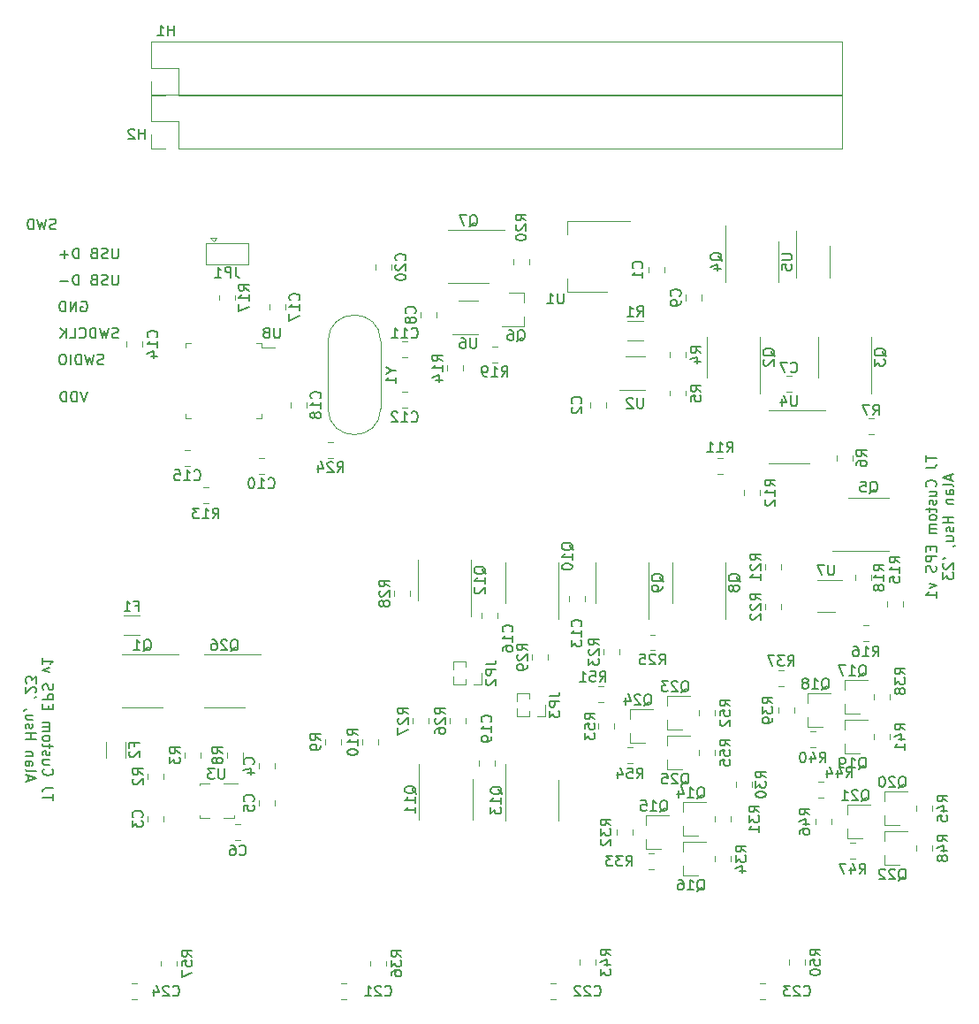
<source format=gbr>
%TF.GenerationSoftware,KiCad,Pcbnew,(5.1.9)-1*%
%TF.CreationDate,2022-01-29T17:26:48-05:00*%
%TF.ProjectId,BatteryMaster,42617474-6572-4794-9d61-737465722e6b,rev?*%
%TF.SameCoordinates,Original*%
%TF.FileFunction,Legend,Bot*%
%TF.FilePolarity,Positive*%
%FSLAX46Y46*%
G04 Gerber Fmt 4.6, Leading zero omitted, Abs format (unit mm)*
G04 Created by KiCad (PCBNEW (5.1.9)-1) date 2022-01-29 17:26:48*
%MOMM*%
%LPD*%
G01*
G04 APERTURE LIST*
%ADD10C,0.150000*%
%ADD11C,0.120000*%
G04 APERTURE END LIST*
D10*
X113347333Y-90130380D02*
X113014000Y-91130380D01*
X112680666Y-90130380D01*
X112347333Y-91130380D02*
X112347333Y-90130380D01*
X112109238Y-90130380D01*
X111966380Y-90178000D01*
X111871142Y-90273238D01*
X111823523Y-90368476D01*
X111775904Y-90558952D01*
X111775904Y-90701809D01*
X111823523Y-90892285D01*
X111871142Y-90987523D01*
X111966380Y-91082761D01*
X112109238Y-91130380D01*
X112347333Y-91130380D01*
X111347333Y-91130380D02*
X111347333Y-90130380D01*
X111109238Y-90130380D01*
X110966380Y-90178000D01*
X110871142Y-90273238D01*
X110823523Y-90368476D01*
X110775904Y-90558952D01*
X110775904Y-90701809D01*
X110823523Y-90892285D01*
X110871142Y-90987523D01*
X110966380Y-91082761D01*
X111109238Y-91130380D01*
X111347333Y-91130380D01*
X114895047Y-87526761D02*
X114752190Y-87574380D01*
X114514095Y-87574380D01*
X114418857Y-87526761D01*
X114371238Y-87479142D01*
X114323619Y-87383904D01*
X114323619Y-87288666D01*
X114371238Y-87193428D01*
X114418857Y-87145809D01*
X114514095Y-87098190D01*
X114704571Y-87050571D01*
X114799809Y-87002952D01*
X114847428Y-86955333D01*
X114895047Y-86860095D01*
X114895047Y-86764857D01*
X114847428Y-86669619D01*
X114799809Y-86622000D01*
X114704571Y-86574380D01*
X114466476Y-86574380D01*
X114323619Y-86622000D01*
X113990285Y-86574380D02*
X113752190Y-87574380D01*
X113561714Y-86860095D01*
X113371238Y-87574380D01*
X113133142Y-86574380D01*
X112752190Y-87574380D02*
X112752190Y-86574380D01*
X112514095Y-86574380D01*
X112371238Y-86622000D01*
X112276000Y-86717238D01*
X112228380Y-86812476D01*
X112180761Y-87002952D01*
X112180761Y-87145809D01*
X112228380Y-87336285D01*
X112276000Y-87431523D01*
X112371238Y-87526761D01*
X112514095Y-87574380D01*
X112752190Y-87574380D01*
X111752190Y-87574380D02*
X111752190Y-86574380D01*
X111085523Y-86574380D02*
X110895047Y-86574380D01*
X110799809Y-86622000D01*
X110704571Y-86717238D01*
X110656952Y-86907714D01*
X110656952Y-87241047D01*
X110704571Y-87431523D01*
X110799809Y-87526761D01*
X110895047Y-87574380D01*
X111085523Y-87574380D01*
X111180761Y-87526761D01*
X111276000Y-87431523D01*
X111323619Y-87241047D01*
X111323619Y-86907714D01*
X111276000Y-86717238D01*
X111180761Y-86622000D01*
X111085523Y-86574380D01*
X116299904Y-84986761D02*
X116157047Y-85034380D01*
X115918952Y-85034380D01*
X115823714Y-84986761D01*
X115776095Y-84939142D01*
X115728476Y-84843904D01*
X115728476Y-84748666D01*
X115776095Y-84653428D01*
X115823714Y-84605809D01*
X115918952Y-84558190D01*
X116109428Y-84510571D01*
X116204666Y-84462952D01*
X116252285Y-84415333D01*
X116299904Y-84320095D01*
X116299904Y-84224857D01*
X116252285Y-84129619D01*
X116204666Y-84082000D01*
X116109428Y-84034380D01*
X115871333Y-84034380D01*
X115728476Y-84082000D01*
X115395142Y-84034380D02*
X115157047Y-85034380D01*
X114966571Y-84320095D01*
X114776095Y-85034380D01*
X114538000Y-84034380D01*
X114157047Y-85034380D02*
X114157047Y-84034380D01*
X113918952Y-84034380D01*
X113776095Y-84082000D01*
X113680857Y-84177238D01*
X113633238Y-84272476D01*
X113585619Y-84462952D01*
X113585619Y-84605809D01*
X113633238Y-84796285D01*
X113680857Y-84891523D01*
X113776095Y-84986761D01*
X113918952Y-85034380D01*
X114157047Y-85034380D01*
X112585619Y-84939142D02*
X112633238Y-84986761D01*
X112776095Y-85034380D01*
X112871333Y-85034380D01*
X113014190Y-84986761D01*
X113109428Y-84891523D01*
X113157047Y-84796285D01*
X113204666Y-84605809D01*
X113204666Y-84462952D01*
X113157047Y-84272476D01*
X113109428Y-84177238D01*
X113014190Y-84082000D01*
X112871333Y-84034380D01*
X112776095Y-84034380D01*
X112633238Y-84082000D01*
X112585619Y-84129619D01*
X111680857Y-85034380D02*
X112157047Y-85034380D01*
X112157047Y-84034380D01*
X111347523Y-85034380D02*
X111347523Y-84034380D01*
X110776095Y-85034380D02*
X111204666Y-84462952D01*
X110776095Y-84034380D02*
X111347523Y-84605809D01*
X112775904Y-81542000D02*
X112871142Y-81494380D01*
X113014000Y-81494380D01*
X113156857Y-81542000D01*
X113252095Y-81637238D01*
X113299714Y-81732476D01*
X113347333Y-81922952D01*
X113347333Y-82065809D01*
X113299714Y-82256285D01*
X113252095Y-82351523D01*
X113156857Y-82446761D01*
X113014000Y-82494380D01*
X112918761Y-82494380D01*
X112775904Y-82446761D01*
X112728285Y-82399142D01*
X112728285Y-82065809D01*
X112918761Y-82065809D01*
X112299714Y-82494380D02*
X112299714Y-81494380D01*
X111728285Y-82494380D01*
X111728285Y-81494380D01*
X111252095Y-82494380D02*
X111252095Y-81494380D01*
X111014000Y-81494380D01*
X110871142Y-81542000D01*
X110775904Y-81637238D01*
X110728285Y-81732476D01*
X110680666Y-81922952D01*
X110680666Y-82065809D01*
X110728285Y-82256285D01*
X110775904Y-82351523D01*
X110871142Y-82446761D01*
X111014000Y-82494380D01*
X111252095Y-82494380D01*
X116299904Y-78954380D02*
X116299904Y-79763904D01*
X116252285Y-79859142D01*
X116204666Y-79906761D01*
X116109428Y-79954380D01*
X115918952Y-79954380D01*
X115823714Y-79906761D01*
X115776095Y-79859142D01*
X115728476Y-79763904D01*
X115728476Y-78954380D01*
X115299904Y-79906761D02*
X115157047Y-79954380D01*
X114918952Y-79954380D01*
X114823714Y-79906761D01*
X114776095Y-79859142D01*
X114728476Y-79763904D01*
X114728476Y-79668666D01*
X114776095Y-79573428D01*
X114823714Y-79525809D01*
X114918952Y-79478190D01*
X115109428Y-79430571D01*
X115204666Y-79382952D01*
X115252285Y-79335333D01*
X115299904Y-79240095D01*
X115299904Y-79144857D01*
X115252285Y-79049619D01*
X115204666Y-79002000D01*
X115109428Y-78954380D01*
X114871333Y-78954380D01*
X114728476Y-79002000D01*
X113966571Y-79430571D02*
X113823714Y-79478190D01*
X113776095Y-79525809D01*
X113728476Y-79621047D01*
X113728476Y-79763904D01*
X113776095Y-79859142D01*
X113823714Y-79906761D01*
X113918952Y-79954380D01*
X114299904Y-79954380D01*
X114299904Y-78954380D01*
X113966571Y-78954380D01*
X113871333Y-79002000D01*
X113823714Y-79049619D01*
X113776095Y-79144857D01*
X113776095Y-79240095D01*
X113823714Y-79335333D01*
X113871333Y-79382952D01*
X113966571Y-79430571D01*
X114299904Y-79430571D01*
X112538000Y-79954380D02*
X112538000Y-78954380D01*
X112299904Y-78954380D01*
X112157047Y-79002000D01*
X112061809Y-79097238D01*
X112014190Y-79192476D01*
X111966571Y-79382952D01*
X111966571Y-79525809D01*
X112014190Y-79716285D01*
X112061809Y-79811523D01*
X112157047Y-79906761D01*
X112299904Y-79954380D01*
X112538000Y-79954380D01*
X111538000Y-79573428D02*
X110776095Y-79573428D01*
X116299904Y-76414380D02*
X116299904Y-77223904D01*
X116252285Y-77319142D01*
X116204666Y-77366761D01*
X116109428Y-77414380D01*
X115918952Y-77414380D01*
X115823714Y-77366761D01*
X115776095Y-77319142D01*
X115728476Y-77223904D01*
X115728476Y-76414380D01*
X115299904Y-77366761D02*
X115157047Y-77414380D01*
X114918952Y-77414380D01*
X114823714Y-77366761D01*
X114776095Y-77319142D01*
X114728476Y-77223904D01*
X114728476Y-77128666D01*
X114776095Y-77033428D01*
X114823714Y-76985809D01*
X114918952Y-76938190D01*
X115109428Y-76890571D01*
X115204666Y-76842952D01*
X115252285Y-76795333D01*
X115299904Y-76700095D01*
X115299904Y-76604857D01*
X115252285Y-76509619D01*
X115204666Y-76462000D01*
X115109428Y-76414380D01*
X114871333Y-76414380D01*
X114728476Y-76462000D01*
X113966571Y-76890571D02*
X113823714Y-76938190D01*
X113776095Y-76985809D01*
X113728476Y-77081047D01*
X113728476Y-77223904D01*
X113776095Y-77319142D01*
X113823714Y-77366761D01*
X113918952Y-77414380D01*
X114299904Y-77414380D01*
X114299904Y-76414380D01*
X113966571Y-76414380D01*
X113871333Y-76462000D01*
X113823714Y-76509619D01*
X113776095Y-76604857D01*
X113776095Y-76700095D01*
X113823714Y-76795333D01*
X113871333Y-76842952D01*
X113966571Y-76890571D01*
X114299904Y-76890571D01*
X112538000Y-77414380D02*
X112538000Y-76414380D01*
X112299904Y-76414380D01*
X112157047Y-76462000D01*
X112061809Y-76557238D01*
X112014190Y-76652476D01*
X111966571Y-76842952D01*
X111966571Y-76985809D01*
X112014190Y-77176285D01*
X112061809Y-77271523D01*
X112157047Y-77366761D01*
X112299904Y-77414380D01*
X112538000Y-77414380D01*
X111538000Y-77033428D02*
X110776095Y-77033428D01*
X111157047Y-77414380D02*
X111157047Y-76652476D01*
X110323142Y-74572761D02*
X110180285Y-74620380D01*
X109942190Y-74620380D01*
X109846952Y-74572761D01*
X109799333Y-74525142D01*
X109751714Y-74429904D01*
X109751714Y-74334666D01*
X109799333Y-74239428D01*
X109846952Y-74191809D01*
X109942190Y-74144190D01*
X110132666Y-74096571D01*
X110227904Y-74048952D01*
X110275523Y-74001333D01*
X110323142Y-73906095D01*
X110323142Y-73810857D01*
X110275523Y-73715619D01*
X110227904Y-73668000D01*
X110132666Y-73620380D01*
X109894571Y-73620380D01*
X109751714Y-73668000D01*
X109418380Y-73620380D02*
X109180285Y-74620380D01*
X108989809Y-73906095D01*
X108799333Y-74620380D01*
X108561238Y-73620380D01*
X108180285Y-74620380D02*
X108180285Y-73620380D01*
X107942190Y-73620380D01*
X107799333Y-73668000D01*
X107704095Y-73763238D01*
X107656476Y-73858476D01*
X107608857Y-74048952D01*
X107608857Y-74191809D01*
X107656476Y-74382285D01*
X107704095Y-74477523D01*
X107799333Y-74572761D01*
X107942190Y-74620380D01*
X108180285Y-74620380D01*
X193699380Y-96266857D02*
X193699380Y-96838285D01*
X194699380Y-96552571D02*
X193699380Y-96552571D01*
X193699380Y-97457333D02*
X194413666Y-97457333D01*
X194556523Y-97409714D01*
X194651761Y-97314476D01*
X194699380Y-97171619D01*
X194699380Y-97076380D01*
X194604142Y-99266857D02*
X194651761Y-99219238D01*
X194699380Y-99076380D01*
X194699380Y-98981142D01*
X194651761Y-98838285D01*
X194556523Y-98743047D01*
X194461285Y-98695428D01*
X194270809Y-98647809D01*
X194127952Y-98647809D01*
X193937476Y-98695428D01*
X193842238Y-98743047D01*
X193747000Y-98838285D01*
X193699380Y-98981142D01*
X193699380Y-99076380D01*
X193747000Y-99219238D01*
X193794619Y-99266857D01*
X194032714Y-100124000D02*
X194699380Y-100124000D01*
X194032714Y-99695428D02*
X194556523Y-99695428D01*
X194651761Y-99743047D01*
X194699380Y-99838285D01*
X194699380Y-99981142D01*
X194651761Y-100076380D01*
X194604142Y-100124000D01*
X194651761Y-100552571D02*
X194699380Y-100647809D01*
X194699380Y-100838285D01*
X194651761Y-100933523D01*
X194556523Y-100981142D01*
X194508904Y-100981142D01*
X194413666Y-100933523D01*
X194366047Y-100838285D01*
X194366047Y-100695428D01*
X194318428Y-100600190D01*
X194223190Y-100552571D01*
X194175571Y-100552571D01*
X194080333Y-100600190D01*
X194032714Y-100695428D01*
X194032714Y-100838285D01*
X194080333Y-100933523D01*
X194032714Y-101266857D02*
X194032714Y-101647809D01*
X193699380Y-101409714D02*
X194556523Y-101409714D01*
X194651761Y-101457333D01*
X194699380Y-101552571D01*
X194699380Y-101647809D01*
X194699380Y-102124000D02*
X194651761Y-102028761D01*
X194604142Y-101981142D01*
X194508904Y-101933523D01*
X194223190Y-101933523D01*
X194127952Y-101981142D01*
X194080333Y-102028761D01*
X194032714Y-102124000D01*
X194032714Y-102266857D01*
X194080333Y-102362095D01*
X194127952Y-102409714D01*
X194223190Y-102457333D01*
X194508904Y-102457333D01*
X194604142Y-102409714D01*
X194651761Y-102362095D01*
X194699380Y-102266857D01*
X194699380Y-102124000D01*
X194699380Y-102885904D02*
X194032714Y-102885904D01*
X194127952Y-102885904D02*
X194080333Y-102933523D01*
X194032714Y-103028761D01*
X194032714Y-103171619D01*
X194080333Y-103266857D01*
X194175571Y-103314476D01*
X194699380Y-103314476D01*
X194175571Y-103314476D02*
X194080333Y-103362095D01*
X194032714Y-103457333D01*
X194032714Y-103600190D01*
X194080333Y-103695428D01*
X194175571Y-103743047D01*
X194699380Y-103743047D01*
X194175571Y-104981142D02*
X194175571Y-105314476D01*
X194699380Y-105457333D02*
X194699380Y-104981142D01*
X193699380Y-104981142D01*
X193699380Y-105457333D01*
X194699380Y-105885904D02*
X193699380Y-105885904D01*
X193699380Y-106266857D01*
X193747000Y-106362095D01*
X193794619Y-106409714D01*
X193889857Y-106457333D01*
X194032714Y-106457333D01*
X194127952Y-106409714D01*
X194175571Y-106362095D01*
X194223190Y-106266857D01*
X194223190Y-105885904D01*
X194651761Y-106838285D02*
X194699380Y-106981142D01*
X194699380Y-107219238D01*
X194651761Y-107314476D01*
X194604142Y-107362095D01*
X194508904Y-107409714D01*
X194413666Y-107409714D01*
X194318428Y-107362095D01*
X194270809Y-107314476D01*
X194223190Y-107219238D01*
X194175571Y-107028761D01*
X194127952Y-106933523D01*
X194080333Y-106885904D01*
X193985095Y-106838285D01*
X193889857Y-106838285D01*
X193794619Y-106885904D01*
X193747000Y-106933523D01*
X193699380Y-107028761D01*
X193699380Y-107266857D01*
X193747000Y-107409714D01*
X194032714Y-108504952D02*
X194699380Y-108743047D01*
X194032714Y-108981142D01*
X194699380Y-109885904D02*
X194699380Y-109314476D01*
X194699380Y-109600190D02*
X193699380Y-109600190D01*
X193842238Y-109504952D01*
X193937476Y-109409714D01*
X193985095Y-109314476D01*
X196063666Y-98147809D02*
X196063666Y-98624000D01*
X196349380Y-98052571D02*
X195349380Y-98385904D01*
X196349380Y-98719238D01*
X196349380Y-99195428D02*
X196301761Y-99100190D01*
X196206523Y-99052571D01*
X195349380Y-99052571D01*
X196349380Y-100004952D02*
X195825571Y-100004952D01*
X195730333Y-99957333D01*
X195682714Y-99862095D01*
X195682714Y-99671619D01*
X195730333Y-99576380D01*
X196301761Y-100004952D02*
X196349380Y-99909714D01*
X196349380Y-99671619D01*
X196301761Y-99576380D01*
X196206523Y-99528761D01*
X196111285Y-99528761D01*
X196016047Y-99576380D01*
X195968428Y-99671619D01*
X195968428Y-99909714D01*
X195920809Y-100004952D01*
X195682714Y-100481142D02*
X196349380Y-100481142D01*
X195777952Y-100481142D02*
X195730333Y-100528761D01*
X195682714Y-100624000D01*
X195682714Y-100766857D01*
X195730333Y-100862095D01*
X195825571Y-100909714D01*
X196349380Y-100909714D01*
X196349380Y-102147809D02*
X195349380Y-102147809D01*
X195825571Y-102147809D02*
X195825571Y-102719238D01*
X196349380Y-102719238D02*
X195349380Y-102719238D01*
X196301761Y-103147809D02*
X196349380Y-103243047D01*
X196349380Y-103433523D01*
X196301761Y-103528761D01*
X196206523Y-103576380D01*
X196158904Y-103576380D01*
X196063666Y-103528761D01*
X196016047Y-103433523D01*
X196016047Y-103290666D01*
X195968428Y-103195428D01*
X195873190Y-103147809D01*
X195825571Y-103147809D01*
X195730333Y-103195428D01*
X195682714Y-103290666D01*
X195682714Y-103433523D01*
X195730333Y-103528761D01*
X195682714Y-104433523D02*
X196349380Y-104433523D01*
X195682714Y-104004952D02*
X196206523Y-104004952D01*
X196301761Y-104052571D01*
X196349380Y-104147809D01*
X196349380Y-104290666D01*
X196301761Y-104385904D01*
X196254142Y-104433523D01*
X196301761Y-104957333D02*
X196349380Y-104957333D01*
X196444619Y-104909714D01*
X196492238Y-104862095D01*
X195349380Y-106195428D02*
X195539857Y-106100190D01*
X195444619Y-106576380D02*
X195397000Y-106624000D01*
X195349380Y-106719238D01*
X195349380Y-106957333D01*
X195397000Y-107052571D01*
X195444619Y-107100190D01*
X195539857Y-107147809D01*
X195635095Y-107147809D01*
X195777952Y-107100190D01*
X196349380Y-106528761D01*
X196349380Y-107147809D01*
X195349380Y-107481142D02*
X195349380Y-108100190D01*
X195730333Y-107766857D01*
X195730333Y-107909714D01*
X195777952Y-108004952D01*
X195825571Y-108052571D01*
X195920809Y-108100190D01*
X196158904Y-108100190D01*
X196254142Y-108052571D01*
X196301761Y-108004952D01*
X196349380Y-107909714D01*
X196349380Y-107624000D01*
X196301761Y-107528761D01*
X196254142Y-107481142D01*
X110084619Y-129285142D02*
X110084619Y-128713714D01*
X109084619Y-128999428D02*
X110084619Y-128999428D01*
X110084619Y-128094666D02*
X109370333Y-128094666D01*
X109227476Y-128142285D01*
X109132238Y-128237523D01*
X109084619Y-128380380D01*
X109084619Y-128475619D01*
X109179857Y-126285142D02*
X109132238Y-126332761D01*
X109084619Y-126475619D01*
X109084619Y-126570857D01*
X109132238Y-126713714D01*
X109227476Y-126808952D01*
X109322714Y-126856571D01*
X109513190Y-126904190D01*
X109656047Y-126904190D01*
X109846523Y-126856571D01*
X109941761Y-126808952D01*
X110037000Y-126713714D01*
X110084619Y-126570857D01*
X110084619Y-126475619D01*
X110037000Y-126332761D01*
X109989380Y-126285142D01*
X109751285Y-125428000D02*
X109084619Y-125428000D01*
X109751285Y-125856571D02*
X109227476Y-125856571D01*
X109132238Y-125808952D01*
X109084619Y-125713714D01*
X109084619Y-125570857D01*
X109132238Y-125475619D01*
X109179857Y-125428000D01*
X109132238Y-124999428D02*
X109084619Y-124904190D01*
X109084619Y-124713714D01*
X109132238Y-124618476D01*
X109227476Y-124570857D01*
X109275095Y-124570857D01*
X109370333Y-124618476D01*
X109417952Y-124713714D01*
X109417952Y-124856571D01*
X109465571Y-124951809D01*
X109560809Y-124999428D01*
X109608428Y-124999428D01*
X109703666Y-124951809D01*
X109751285Y-124856571D01*
X109751285Y-124713714D01*
X109703666Y-124618476D01*
X109751285Y-124285142D02*
X109751285Y-123904190D01*
X110084619Y-124142285D02*
X109227476Y-124142285D01*
X109132238Y-124094666D01*
X109084619Y-123999428D01*
X109084619Y-123904190D01*
X109084619Y-123428000D02*
X109132238Y-123523238D01*
X109179857Y-123570857D01*
X109275095Y-123618476D01*
X109560809Y-123618476D01*
X109656047Y-123570857D01*
X109703666Y-123523238D01*
X109751285Y-123428000D01*
X109751285Y-123285142D01*
X109703666Y-123189904D01*
X109656047Y-123142285D01*
X109560809Y-123094666D01*
X109275095Y-123094666D01*
X109179857Y-123142285D01*
X109132238Y-123189904D01*
X109084619Y-123285142D01*
X109084619Y-123428000D01*
X109084619Y-122666095D02*
X109751285Y-122666095D01*
X109656047Y-122666095D02*
X109703666Y-122618476D01*
X109751285Y-122523238D01*
X109751285Y-122380380D01*
X109703666Y-122285142D01*
X109608428Y-122237523D01*
X109084619Y-122237523D01*
X109608428Y-122237523D02*
X109703666Y-122189904D01*
X109751285Y-122094666D01*
X109751285Y-121951809D01*
X109703666Y-121856571D01*
X109608428Y-121808952D01*
X109084619Y-121808952D01*
X109608428Y-120570857D02*
X109608428Y-120237523D01*
X109084619Y-120094666D02*
X109084619Y-120570857D01*
X110084619Y-120570857D01*
X110084619Y-120094666D01*
X109084619Y-119666095D02*
X110084619Y-119666095D01*
X110084619Y-119285142D01*
X110037000Y-119189904D01*
X109989380Y-119142285D01*
X109894142Y-119094666D01*
X109751285Y-119094666D01*
X109656047Y-119142285D01*
X109608428Y-119189904D01*
X109560809Y-119285142D01*
X109560809Y-119666095D01*
X109132238Y-118713714D02*
X109084619Y-118570857D01*
X109084619Y-118332761D01*
X109132238Y-118237523D01*
X109179857Y-118189904D01*
X109275095Y-118142285D01*
X109370333Y-118142285D01*
X109465571Y-118189904D01*
X109513190Y-118237523D01*
X109560809Y-118332761D01*
X109608428Y-118523238D01*
X109656047Y-118618476D01*
X109703666Y-118666095D01*
X109798904Y-118713714D01*
X109894142Y-118713714D01*
X109989380Y-118666095D01*
X110037000Y-118618476D01*
X110084619Y-118523238D01*
X110084619Y-118285142D01*
X110037000Y-118142285D01*
X109751285Y-117047047D02*
X109084619Y-116808952D01*
X109751285Y-116570857D01*
X109084619Y-115666095D02*
X109084619Y-116237523D01*
X109084619Y-115951809D02*
X110084619Y-115951809D01*
X109941761Y-116047047D01*
X109846523Y-116142285D01*
X109798904Y-116237523D01*
X107720333Y-127404190D02*
X107720333Y-126928000D01*
X107434619Y-127499428D02*
X108434619Y-127166095D01*
X107434619Y-126832761D01*
X107434619Y-126356571D02*
X107482238Y-126451809D01*
X107577476Y-126499428D01*
X108434619Y-126499428D01*
X107434619Y-125547047D02*
X107958428Y-125547047D01*
X108053666Y-125594666D01*
X108101285Y-125689904D01*
X108101285Y-125880380D01*
X108053666Y-125975619D01*
X107482238Y-125547047D02*
X107434619Y-125642285D01*
X107434619Y-125880380D01*
X107482238Y-125975619D01*
X107577476Y-126023238D01*
X107672714Y-126023238D01*
X107767952Y-125975619D01*
X107815571Y-125880380D01*
X107815571Y-125642285D01*
X107863190Y-125547047D01*
X108101285Y-125070857D02*
X107434619Y-125070857D01*
X108006047Y-125070857D02*
X108053666Y-125023238D01*
X108101285Y-124928000D01*
X108101285Y-124785142D01*
X108053666Y-124689904D01*
X107958428Y-124642285D01*
X107434619Y-124642285D01*
X107434619Y-123404190D02*
X108434619Y-123404190D01*
X107958428Y-123404190D02*
X107958428Y-122832761D01*
X107434619Y-122832761D02*
X108434619Y-122832761D01*
X107482238Y-122404190D02*
X107434619Y-122308952D01*
X107434619Y-122118476D01*
X107482238Y-122023238D01*
X107577476Y-121975619D01*
X107625095Y-121975619D01*
X107720333Y-122023238D01*
X107767952Y-122118476D01*
X107767952Y-122261333D01*
X107815571Y-122356571D01*
X107910809Y-122404190D01*
X107958428Y-122404190D01*
X108053666Y-122356571D01*
X108101285Y-122261333D01*
X108101285Y-122118476D01*
X108053666Y-122023238D01*
X108101285Y-121118476D02*
X107434619Y-121118476D01*
X108101285Y-121547047D02*
X107577476Y-121547047D01*
X107482238Y-121499428D01*
X107434619Y-121404190D01*
X107434619Y-121261333D01*
X107482238Y-121166095D01*
X107529857Y-121118476D01*
X107482238Y-120594666D02*
X107434619Y-120594666D01*
X107339380Y-120642285D01*
X107291761Y-120689904D01*
X108434619Y-119356571D02*
X108244142Y-119451809D01*
X108339380Y-118975619D02*
X108387000Y-118928000D01*
X108434619Y-118832761D01*
X108434619Y-118594666D01*
X108387000Y-118499428D01*
X108339380Y-118451809D01*
X108244142Y-118404190D01*
X108148904Y-118404190D01*
X108006047Y-118451809D01*
X107434619Y-119023238D01*
X107434619Y-118404190D01*
X108434619Y-118070857D02*
X108434619Y-117451809D01*
X108053666Y-117785142D01*
X108053666Y-117642285D01*
X108006047Y-117547047D01*
X107958428Y-117499428D01*
X107863190Y-117451809D01*
X107625095Y-117451809D01*
X107529857Y-117499428D01*
X107482238Y-117547047D01*
X107434619Y-117642285D01*
X107434619Y-117928000D01*
X107482238Y-118023238D01*
X107529857Y-118070857D01*
D11*
%TO.C,Q26*%
X126492000Y-120416000D02*
X124542000Y-120416000D01*
X126492000Y-120416000D02*
X128442000Y-120416000D01*
X126492000Y-115296000D02*
X124542000Y-115296000D01*
X126492000Y-115296000D02*
X129942000Y-115296000D01*
%TO.C,JP1*%
X125446000Y-75762000D02*
X125746000Y-75462000D01*
X125146000Y-75462000D02*
X125746000Y-75462000D01*
X125446000Y-75762000D02*
X125146000Y-75462000D01*
X124696000Y-75962000D02*
X124696000Y-77962000D01*
X128796000Y-75962000D02*
X124696000Y-75962000D01*
X128796000Y-77962000D02*
X128796000Y-75962000D01*
X124696000Y-77962000D02*
X128796000Y-77962000D01*
%TO.C,U5*%
X184490000Y-77724000D02*
X184490000Y-79224000D01*
X184490000Y-77724000D02*
X184490000Y-76224000D01*
X181270000Y-77724000D02*
X181270000Y-79224000D01*
X181270000Y-77724000D02*
X181270000Y-74799000D01*
%TO.C,U4*%
X180594000Y-97048000D02*
X178644000Y-97048000D01*
X180594000Y-97048000D02*
X182544000Y-97048000D01*
X180594000Y-91928000D02*
X178644000Y-91928000D01*
X180594000Y-91928000D02*
X184044000Y-91928000D01*
%TO.C,Q4*%
X179598000Y-77724000D02*
X179598000Y-79674000D01*
X179598000Y-77724000D02*
X179598000Y-75774000D01*
X174478000Y-77724000D02*
X174478000Y-79674000D01*
X174478000Y-77724000D02*
X174478000Y-74274000D01*
%TO.C,C9*%
X170715000Y-80886748D02*
X170715000Y-81409252D01*
X172185000Y-80886748D02*
X172185000Y-81409252D01*
%TO.C,H1*%
X119476000Y-60479000D02*
X119476000Y-61809000D01*
X119476000Y-61809000D02*
X120806000Y-61809000D01*
X119476000Y-59209000D02*
X122076000Y-59209000D01*
X122076000Y-59209000D02*
X122076000Y-61809000D01*
X122076000Y-61809000D02*
X185636000Y-61809000D01*
X185636000Y-56609000D02*
X185636000Y-61809000D01*
X119476000Y-56609000D02*
X185636000Y-56609000D01*
X119476000Y-56609000D02*
X119476000Y-59209000D01*
%TO.C,H2*%
X119476000Y-65559000D02*
X119476000Y-66889000D01*
X119476000Y-66889000D02*
X120806000Y-66889000D01*
X119476000Y-64289000D02*
X122076000Y-64289000D01*
X122076000Y-64289000D02*
X122076000Y-66889000D01*
X122076000Y-66889000D02*
X185636000Y-66889000D01*
X185636000Y-61689000D02*
X185636000Y-66889000D01*
X119476000Y-61689000D02*
X185636000Y-61689000D01*
X119476000Y-61689000D02*
X119476000Y-64289000D01*
%TO.C,Q25*%
X168912000Y-126294000D02*
X168912000Y-125364000D01*
X168912000Y-123134000D02*
X168912000Y-124064000D01*
X168912000Y-123134000D02*
X171072000Y-123134000D01*
X168912000Y-126294000D02*
X170372000Y-126294000D01*
%TO.C,Q24*%
X165356000Y-123754000D02*
X165356000Y-122824000D01*
X165356000Y-120594000D02*
X165356000Y-121524000D01*
X165356000Y-120594000D02*
X167516000Y-120594000D01*
X165356000Y-123754000D02*
X166816000Y-123754000D01*
%TO.C,Q22*%
X189740000Y-135438000D02*
X189740000Y-134508000D01*
X189740000Y-132278000D02*
X189740000Y-133208000D01*
X189740000Y-132278000D02*
X191900000Y-132278000D01*
X189740000Y-135438000D02*
X191200000Y-135438000D01*
%TO.C,Q21*%
X186184000Y-132898000D02*
X186184000Y-131968000D01*
X186184000Y-129738000D02*
X186184000Y-130668000D01*
X186184000Y-129738000D02*
X188344000Y-129738000D01*
X186184000Y-132898000D02*
X187644000Y-132898000D01*
%TO.C,Q19*%
X185930000Y-124770000D02*
X185930000Y-123840000D01*
X185930000Y-121610000D02*
X185930000Y-122540000D01*
X185930000Y-121610000D02*
X188090000Y-121610000D01*
X185930000Y-124770000D02*
X187390000Y-124770000D01*
%TO.C,Q18*%
X182374000Y-122230000D02*
X182374000Y-121300000D01*
X182374000Y-119070000D02*
X182374000Y-120000000D01*
X182374000Y-119070000D02*
X184534000Y-119070000D01*
X182374000Y-122230000D02*
X183834000Y-122230000D01*
%TO.C,Q16*%
X170436000Y-136454000D02*
X170436000Y-135524000D01*
X170436000Y-133294000D02*
X170436000Y-134224000D01*
X170436000Y-133294000D02*
X172596000Y-133294000D01*
X170436000Y-136454000D02*
X171896000Y-136454000D01*
%TO.C,Q15*%
X166880000Y-133914000D02*
X166880000Y-132984000D01*
X166880000Y-130754000D02*
X166880000Y-131684000D01*
X166880000Y-130754000D02*
X169040000Y-130754000D01*
X166880000Y-133914000D02*
X168340000Y-133914000D01*
%TO.C,U2*%
X164962000Y-86782000D02*
X166762000Y-86782000D01*
X166762000Y-90002000D02*
X164312000Y-90002000D01*
%TO.C,U1*%
X159380000Y-80626000D02*
X159380000Y-79366000D01*
X159380000Y-73806000D02*
X159380000Y-75066000D01*
X163140000Y-80626000D02*
X159380000Y-80626000D01*
X165390000Y-73806000D02*
X159380000Y-73806000D01*
%TO.C,R25*%
X167285936Y-114908000D02*
X167740064Y-114908000D01*
X167285936Y-113438000D02*
X167740064Y-113438000D01*
%TO.C,R23*%
X162841000Y-114834936D02*
X162841000Y-115289064D01*
X164311000Y-114834936D02*
X164311000Y-115289064D01*
%TO.C,R12*%
X176303000Y-99594936D02*
X176303000Y-100049064D01*
X177773000Y-99594936D02*
X177773000Y-100049064D01*
%TO.C,R11*%
X173762936Y-98017000D02*
X174217064Y-98017000D01*
X173762936Y-96547000D02*
X174217064Y-96547000D01*
%TO.C,R7*%
X188240936Y-94207000D02*
X188695064Y-94207000D01*
X188240936Y-92737000D02*
X188695064Y-92737000D01*
%TO.C,R6*%
X186663000Y-96747064D02*
X186663000Y-96292936D01*
X185193000Y-96747064D02*
X185193000Y-96292936D01*
%TO.C,R5*%
X169191000Y-90093436D02*
X169191000Y-90547564D01*
X170661000Y-90093436D02*
X170661000Y-90547564D01*
%TO.C,R4*%
X170661000Y-86841064D02*
X170661000Y-86386936D01*
X169191000Y-86841064D02*
X169191000Y-86386936D01*
%TO.C,R1*%
X166589064Y-83418000D02*
X165134936Y-83418000D01*
X166589064Y-85238000D02*
X165134936Y-85238000D01*
%TO.C,Q9*%
X162032000Y-108458000D02*
X162032000Y-106508000D01*
X162032000Y-108458000D02*
X162032000Y-110408000D01*
X167152000Y-108458000D02*
X167152000Y-106508000D01*
X167152000Y-108458000D02*
X167152000Y-111908000D01*
%TO.C,Q8*%
X169398000Y-108458000D02*
X169398000Y-106508000D01*
X169398000Y-108458000D02*
X169398000Y-110408000D01*
X174518000Y-108458000D02*
X174518000Y-106508000D01*
X174518000Y-108458000D02*
X174518000Y-111908000D01*
%TO.C,JP3*%
X154499000Y-121252000D02*
X154499000Y-120449530D01*
X154499000Y-119834470D02*
X154499000Y-119032000D01*
X155704000Y-121252000D02*
X154499000Y-121252000D01*
X155704000Y-119032000D02*
X154499000Y-119032000D01*
X155704000Y-121252000D02*
X155704000Y-120705471D01*
X155704000Y-119578529D02*
X155704000Y-119032000D01*
X156464000Y-121252000D02*
X157224000Y-121252000D01*
X157224000Y-121252000D02*
X157224000Y-120142000D01*
%TO.C,JP2*%
X148403000Y-118204000D02*
X148403000Y-117401530D01*
X148403000Y-116786470D02*
X148403000Y-115984000D01*
X149608000Y-118204000D02*
X148403000Y-118204000D01*
X149608000Y-115984000D02*
X148403000Y-115984000D01*
X149608000Y-118204000D02*
X149608000Y-117657471D01*
X149608000Y-116530529D02*
X149608000Y-115984000D01*
X150368000Y-118204000D02*
X151128000Y-118204000D01*
X151128000Y-118204000D02*
X151128000Y-117094000D01*
%TO.C,C13*%
X159539000Y-109720748D02*
X159539000Y-110243252D01*
X161009000Y-109720748D02*
X161009000Y-110243252D01*
%TO.C,C7*%
X180332748Y-90143000D02*
X180855252Y-90143000D01*
X180332748Y-88673000D02*
X180855252Y-88673000D01*
%TO.C,C2*%
X163041000Y-91701252D02*
X163041000Y-91178748D01*
X161571000Y-91701252D02*
X161571000Y-91178748D01*
%TO.C,C1*%
X168629000Y-78747252D02*
X168629000Y-78224748D01*
X167159000Y-78747252D02*
X167159000Y-78224748D01*
%TO.C,Y1*%
X136413000Y-85346000D02*
X136413000Y-91746000D01*
X141463000Y-85346000D02*
X141463000Y-91746000D01*
X141463000Y-91746000D02*
G75*
G02*
X136413000Y-91746000I-2525000J0D01*
G01*
X141463000Y-85346000D02*
G75*
G03*
X136413000Y-85346000I-2525000J0D01*
G01*
%TO.C,U3*%
X125030000Y-130936000D02*
X124080000Y-130936000D01*
X127730000Y-127636000D02*
X126430000Y-127636000D01*
X125030000Y-127636000D02*
X124080000Y-127636000D01*
X127380000Y-130936000D02*
X126430000Y-130936000D01*
X124080000Y-127836000D02*
X124080000Y-127636000D01*
X124080000Y-130736000D02*
X124080000Y-130936000D01*
X127380000Y-130936000D02*
X127380000Y-130736000D01*
%TO.C,U8*%
X123233500Y-92736000D02*
X122783500Y-92736000D01*
X122783500Y-92736000D02*
X122783500Y-92286000D01*
X129553500Y-92736000D02*
X130003500Y-92736000D01*
X130003500Y-92736000D02*
X130003500Y-92286000D01*
X123233500Y-85516000D02*
X122783500Y-85516000D01*
X122783500Y-85516000D02*
X122783500Y-85966000D01*
X129553500Y-85516000D02*
X130003500Y-85516000D01*
X130003500Y-85516000D02*
X130003500Y-85966000D01*
X130003500Y-85966000D02*
X131293500Y-85966000D01*
%TO.C,U7*%
X185030000Y-111288000D02*
X183270000Y-111288000D01*
X183270000Y-108218000D02*
X185700000Y-108218000D01*
%TO.C,U6*%
X148960000Y-81448000D02*
X150760000Y-81448000D01*
X150760000Y-84668000D02*
X148310000Y-84668000D01*
%TO.C,R57*%
X120423000Y-144656436D02*
X120423000Y-145110564D01*
X121893000Y-144656436D02*
X121893000Y-145110564D01*
%TO.C,R55*%
X171985000Y-124486936D02*
X171985000Y-124941064D01*
X173455000Y-124486936D02*
X173455000Y-124941064D01*
%TO.C,R54*%
X165581064Y-124233000D02*
X165126936Y-124233000D01*
X165581064Y-125703000D02*
X165126936Y-125703000D01*
%TO.C,R53*%
X163803000Y-122401064D02*
X163803000Y-121946936D01*
X162333000Y-122401064D02*
X162333000Y-121946936D01*
%TO.C,R52*%
X171985000Y-120676936D02*
X171985000Y-121131064D01*
X173455000Y-120676936D02*
X173455000Y-121131064D01*
%TO.C,R51*%
X162787064Y-118391000D02*
X162332936Y-118391000D01*
X162787064Y-119861000D02*
X162332936Y-119861000D01*
%TO.C,R50*%
X180621000Y-144552936D02*
X180621000Y-145007064D01*
X182091000Y-144552936D02*
X182091000Y-145007064D01*
%TO.C,R48*%
X192813000Y-133630936D02*
X192813000Y-134085064D01*
X194283000Y-133630936D02*
X194283000Y-134085064D01*
%TO.C,R47*%
X186917064Y-133377000D02*
X186462936Y-133377000D01*
X186917064Y-134847000D02*
X186462936Y-134847000D01*
%TO.C,R46*%
X184631000Y-131545064D02*
X184631000Y-131090936D01*
X183161000Y-131545064D02*
X183161000Y-131090936D01*
%TO.C,R45*%
X192813000Y-129820936D02*
X192813000Y-130275064D01*
X194283000Y-129820936D02*
X194283000Y-130275064D01*
%TO.C,R44*%
X183869064Y-127535000D02*
X183414936Y-127535000D01*
X183869064Y-129005000D02*
X183414936Y-129005000D01*
%TO.C,R43*%
X160555000Y-144552936D02*
X160555000Y-145007064D01*
X162025000Y-144552936D02*
X162025000Y-145007064D01*
%TO.C,R41*%
X188749000Y-122962936D02*
X188749000Y-123417064D01*
X190219000Y-122962936D02*
X190219000Y-123417064D01*
%TO.C,R40*%
X183107064Y-122709000D02*
X182652936Y-122709000D01*
X183107064Y-124179000D02*
X182652936Y-124179000D01*
%TO.C,R39*%
X181075000Y-120877064D02*
X181075000Y-120422936D01*
X179605000Y-120877064D02*
X179605000Y-120422936D01*
%TO.C,R38*%
X188749000Y-119152936D02*
X188749000Y-119607064D01*
X190219000Y-119152936D02*
X190219000Y-119607064D01*
%TO.C,R37*%
X180059064Y-116867000D02*
X179604936Y-116867000D01*
X180059064Y-118337000D02*
X179604936Y-118337000D01*
%TO.C,R36*%
X140489000Y-144656436D02*
X140489000Y-145110564D01*
X141959000Y-144656436D02*
X141959000Y-145110564D01*
%TO.C,R34*%
X173509000Y-134646936D02*
X173509000Y-135101064D01*
X174979000Y-134646936D02*
X174979000Y-135101064D01*
%TO.C,R33*%
X167613064Y-134393000D02*
X167158936Y-134393000D01*
X167613064Y-135863000D02*
X167158936Y-135863000D01*
%TO.C,R32*%
X165581000Y-132561064D02*
X165581000Y-132106936D01*
X164111000Y-132561064D02*
X164111000Y-132106936D01*
%TO.C,R31*%
X173509000Y-130836936D02*
X173509000Y-131291064D01*
X174979000Y-130836936D02*
X174979000Y-131291064D01*
%TO.C,R30*%
X177011000Y-127989064D02*
X177011000Y-127534936D01*
X175541000Y-127989064D02*
X175541000Y-127534936D01*
%TO.C,R10*%
X139727000Y-123470936D02*
X139727000Y-123925064D01*
X141197000Y-123470936D02*
X141197000Y-123925064D01*
%TO.C,R9*%
X136171000Y-123470936D02*
X136171000Y-123925064D01*
X137641000Y-123470936D02*
X137641000Y-123925064D01*
%TO.C,R8*%
X126773000Y-124740936D02*
X126773000Y-125195064D01*
X128243000Y-124740936D02*
X128243000Y-125195064D01*
%TO.C,R3*%
X122709000Y-124740936D02*
X122709000Y-125195064D01*
X124179000Y-124740936D02*
X124179000Y-125195064D01*
%TO.C,R2*%
X119153000Y-126772936D02*
X119153000Y-127227064D01*
X120623000Y-126772936D02*
X120623000Y-127227064D01*
%TO.C,R24*%
X136424936Y-96493000D02*
X136879064Y-96493000D01*
X136424936Y-95023000D02*
X136879064Y-95023000D01*
%TO.C,R18*%
X186971000Y-107722936D02*
X186971000Y-108177064D01*
X188441000Y-107722936D02*
X188441000Y-108177064D01*
%TO.C,R16*%
X188187064Y-112549000D02*
X187732936Y-112549000D01*
X188187064Y-114019000D02*
X187732936Y-114019000D01*
%TO.C,R15*%
X190019000Y-110262936D02*
X190019000Y-110717064D01*
X191489000Y-110262936D02*
X191489000Y-110717064D01*
%TO.C,R20*%
X154205000Y-77496936D02*
X154205000Y-77951064D01*
X155675000Y-77496936D02*
X155675000Y-77951064D01*
%TO.C,R19*%
X152172936Y-87349000D02*
X152627064Y-87349000D01*
X152172936Y-85879000D02*
X152627064Y-85879000D01*
%TO.C,R17*%
X127481000Y-81356564D02*
X127481000Y-80902436D01*
X126011000Y-81356564D02*
X126011000Y-80902436D01*
%TO.C,R14*%
X147855000Y-87656936D02*
X147855000Y-88111064D01*
X149325000Y-87656936D02*
X149325000Y-88111064D01*
%TO.C,R13*%
X124941064Y-99341000D02*
X124486936Y-99341000D01*
X124941064Y-100811000D02*
X124486936Y-100811000D01*
%TO.C,R29*%
X155983000Y-115342936D02*
X155983000Y-115797064D01*
X157453000Y-115342936D02*
X157453000Y-115797064D01*
%TO.C,R28*%
X142775000Y-109246936D02*
X142775000Y-109701064D01*
X144245000Y-109246936D02*
X144245000Y-109701064D01*
%TO.C,R27*%
X144553000Y-121438936D02*
X144553000Y-121893064D01*
X146023000Y-121438936D02*
X146023000Y-121893064D01*
%TO.C,R26*%
X148109000Y-121438936D02*
X148109000Y-121893064D01*
X149579000Y-121438936D02*
X149579000Y-121893064D01*
%TO.C,R22*%
X178335000Y-110516936D02*
X178335000Y-110971064D01*
X179805000Y-110516936D02*
X179805000Y-110971064D01*
%TO.C,R21*%
X178335000Y-106706936D02*
X178335000Y-107161064D01*
X179805000Y-106706936D02*
X179805000Y-107161064D01*
%TO.C,Q23*%
X168912000Y-122484000D02*
X168912000Y-121554000D01*
X168912000Y-119324000D02*
X168912000Y-120254000D01*
X168912000Y-119324000D02*
X171072000Y-119324000D01*
X168912000Y-122484000D02*
X170372000Y-122484000D01*
%TO.C,Q20*%
X189740000Y-131628000D02*
X189740000Y-130698000D01*
X189740000Y-128468000D02*
X189740000Y-129398000D01*
X189740000Y-128468000D02*
X191900000Y-128468000D01*
X189740000Y-131628000D02*
X191200000Y-131628000D01*
%TO.C,Q17*%
X185930000Y-120960000D02*
X185930000Y-120030000D01*
X185930000Y-117800000D02*
X185930000Y-118730000D01*
X185930000Y-117800000D02*
X188090000Y-117800000D01*
X185930000Y-120960000D02*
X187390000Y-120960000D01*
%TO.C,Q14*%
X170436000Y-132644000D02*
X170436000Y-131714000D01*
X170436000Y-129484000D02*
X170436000Y-130414000D01*
X170436000Y-129484000D02*
X172596000Y-129484000D01*
X170436000Y-132644000D02*
X171896000Y-132644000D01*
%TO.C,Q1*%
X118618000Y-120416000D02*
X116668000Y-120416000D01*
X118618000Y-120416000D02*
X120568000Y-120416000D01*
X118618000Y-115296000D02*
X116668000Y-115296000D01*
X118618000Y-115296000D02*
X122068000Y-115296000D01*
%TO.C,Q5*%
X188214000Y-100310000D02*
X190164000Y-100310000D01*
X188214000Y-100310000D02*
X186264000Y-100310000D01*
X188214000Y-105430000D02*
X190164000Y-105430000D01*
X188214000Y-105430000D02*
X184764000Y-105430000D01*
%TO.C,Q7*%
X149860000Y-79776000D02*
X147910000Y-79776000D01*
X149860000Y-79776000D02*
X151810000Y-79776000D01*
X149860000Y-74656000D02*
X147910000Y-74656000D01*
X149860000Y-74656000D02*
X153310000Y-74656000D01*
%TO.C,Q3*%
X183368000Y-86868000D02*
X183368000Y-84918000D01*
X183368000Y-86868000D02*
X183368000Y-88818000D01*
X188488000Y-86868000D02*
X188488000Y-84918000D01*
X188488000Y-86868000D02*
X188488000Y-90318000D01*
%TO.C,Q6*%
X155192000Y-80716000D02*
X155192000Y-81646000D01*
X155192000Y-83876000D02*
X155192000Y-82946000D01*
X155192000Y-83876000D02*
X153032000Y-83876000D01*
X155192000Y-80716000D02*
X153732000Y-80716000D01*
%TO.C,Q2*%
X172700000Y-86868000D02*
X172700000Y-84918000D01*
X172700000Y-86868000D02*
X172700000Y-88818000D01*
X177820000Y-86868000D02*
X177820000Y-84918000D01*
X177820000Y-86868000D02*
X177820000Y-90318000D01*
%TO.C,Q13*%
X158516000Y-129286000D02*
X158516000Y-131236000D01*
X158516000Y-129286000D02*
X158516000Y-127336000D01*
X153396000Y-129286000D02*
X153396000Y-131236000D01*
X153396000Y-129286000D02*
X153396000Y-125836000D01*
%TO.C,Q12*%
X145014000Y-108204000D02*
X145014000Y-106254000D01*
X145014000Y-108204000D02*
X145014000Y-110154000D01*
X150134000Y-108204000D02*
X150134000Y-106254000D01*
X150134000Y-108204000D02*
X150134000Y-111654000D01*
%TO.C,Q11*%
X150261000Y-129221000D02*
X150261000Y-131171000D01*
X150261000Y-129221000D02*
X150261000Y-127271000D01*
X145141000Y-129221000D02*
X145141000Y-131171000D01*
X145141000Y-129221000D02*
X145141000Y-125771000D01*
%TO.C,Q10*%
X153396000Y-108458000D02*
X153396000Y-106508000D01*
X153396000Y-108458000D02*
X153396000Y-110408000D01*
X158516000Y-108458000D02*
X158516000Y-106508000D01*
X158516000Y-108458000D02*
X158516000Y-111908000D01*
%TO.C,F2*%
X116988000Y-125187064D02*
X116988000Y-123732936D01*
X115168000Y-125187064D02*
X115168000Y-123732936D01*
%TO.C,F1*%
X116874936Y-113432000D02*
X118329064Y-113432000D01*
X116874936Y-111612000D02*
X118329064Y-111612000D01*
%TO.C,C24*%
X118117252Y-146839000D02*
X117594748Y-146839000D01*
X118117252Y-148309000D02*
X117594748Y-148309000D01*
%TO.C,C23*%
X178315252Y-146839000D02*
X177792748Y-146839000D01*
X178315252Y-148309000D02*
X177792748Y-148309000D01*
%TO.C,C22*%
X158249252Y-146839000D02*
X157726748Y-146839000D01*
X158249252Y-148309000D02*
X157726748Y-148309000D01*
%TO.C,C21*%
X138183252Y-146839000D02*
X137660748Y-146839000D01*
X138183252Y-148309000D02*
X137660748Y-148309000D01*
%TO.C,C20*%
X142467000Y-78493252D02*
X142467000Y-77970748D01*
X140997000Y-78493252D02*
X140997000Y-77970748D01*
%TO.C,C6*%
X128023252Y-131599000D02*
X127500748Y-131599000D01*
X128023252Y-133069000D02*
X127500748Y-133069000D01*
%TO.C,C5*%
X129821000Y-129278748D02*
X129821000Y-129801252D01*
X131291000Y-129278748D02*
X131291000Y-129801252D01*
%TO.C,C4*%
X129821000Y-125722748D02*
X129821000Y-126245252D01*
X131291000Y-125722748D02*
X131291000Y-126245252D01*
%TO.C,C18*%
X134339000Y-91701252D02*
X134339000Y-91178748D01*
X132869000Y-91701252D02*
X132869000Y-91178748D01*
%TO.C,C17*%
X132307000Y-82303252D02*
X132307000Y-81780748D01*
X130837000Y-82303252D02*
X130837000Y-81780748D01*
%TO.C,C15*%
X122674748Y-97255000D02*
X123197252Y-97255000D01*
X122674748Y-95785000D02*
X123197252Y-95785000D01*
%TO.C,C14*%
X117121000Y-85336748D02*
X117121000Y-85859252D01*
X118591000Y-85336748D02*
X118591000Y-85859252D01*
%TO.C,C3*%
X119153000Y-130802748D02*
X119153000Y-131325252D01*
X120623000Y-130802748D02*
X120623000Y-131325252D01*
%TO.C,C12*%
X143502748Y-91667000D02*
X144025252Y-91667000D01*
X143502748Y-90197000D02*
X144025252Y-90197000D01*
%TO.C,C11*%
X143502748Y-86841000D02*
X144025252Y-86841000D01*
X143502748Y-85371000D02*
X144025252Y-85371000D01*
%TO.C,C8*%
X145315000Y-82542748D02*
X145315000Y-83065252D01*
X146785000Y-82542748D02*
X146785000Y-83065252D01*
%TO.C,C19*%
X150903000Y-125468748D02*
X150903000Y-125991252D01*
X152373000Y-125468748D02*
X152373000Y-125991252D01*
%TO.C,C16*%
X151157000Y-111310748D02*
X151157000Y-111833252D01*
X152627000Y-111310748D02*
X152627000Y-111833252D01*
%TO.C,C10*%
X129786748Y-98017000D02*
X130309252Y-98017000D01*
X129786748Y-96547000D02*
X130309252Y-96547000D01*
%TO.C,Q26*%
D10*
X127063428Y-115003619D02*
X127158666Y-114956000D01*
X127253904Y-114860761D01*
X127396761Y-114717904D01*
X127492000Y-114670285D01*
X127587238Y-114670285D01*
X127539619Y-114908380D02*
X127634857Y-114860761D01*
X127730095Y-114765523D01*
X127777714Y-114575047D01*
X127777714Y-114241714D01*
X127730095Y-114051238D01*
X127634857Y-113956000D01*
X127539619Y-113908380D01*
X127349142Y-113908380D01*
X127253904Y-113956000D01*
X127158666Y-114051238D01*
X127111047Y-114241714D01*
X127111047Y-114575047D01*
X127158666Y-114765523D01*
X127253904Y-114860761D01*
X127349142Y-114908380D01*
X127539619Y-114908380D01*
X126730095Y-114003619D02*
X126682476Y-113956000D01*
X126587238Y-113908380D01*
X126349142Y-113908380D01*
X126253904Y-113956000D01*
X126206285Y-114003619D01*
X126158666Y-114098857D01*
X126158666Y-114194095D01*
X126206285Y-114336952D01*
X126777714Y-114908380D01*
X126158666Y-114908380D01*
X125301523Y-113908380D02*
X125492000Y-113908380D01*
X125587238Y-113956000D01*
X125634857Y-114003619D01*
X125730095Y-114146476D01*
X125777714Y-114336952D01*
X125777714Y-114717904D01*
X125730095Y-114813142D01*
X125682476Y-114860761D01*
X125587238Y-114908380D01*
X125396761Y-114908380D01*
X125301523Y-114860761D01*
X125253904Y-114813142D01*
X125206285Y-114717904D01*
X125206285Y-114479809D01*
X125253904Y-114384571D01*
X125301523Y-114336952D01*
X125396761Y-114289333D01*
X125587238Y-114289333D01*
X125682476Y-114336952D01*
X125730095Y-114384571D01*
X125777714Y-114479809D01*
%TO.C,JP1*%
X127579333Y-78214380D02*
X127579333Y-78928666D01*
X127626952Y-79071523D01*
X127722190Y-79166761D01*
X127865047Y-79214380D01*
X127960285Y-79214380D01*
X127103142Y-79214380D02*
X127103142Y-78214380D01*
X126722190Y-78214380D01*
X126626952Y-78262000D01*
X126579333Y-78309619D01*
X126531714Y-78404857D01*
X126531714Y-78547714D01*
X126579333Y-78642952D01*
X126626952Y-78690571D01*
X126722190Y-78738190D01*
X127103142Y-78738190D01*
X125579333Y-79214380D02*
X126150761Y-79214380D01*
X125865047Y-79214380D02*
X125865047Y-78214380D01*
X125960285Y-78357238D01*
X126055523Y-78452476D01*
X126150761Y-78500095D01*
%TO.C,U5*%
X179882380Y-76962095D02*
X180691904Y-76962095D01*
X180787142Y-77009714D01*
X180834761Y-77057333D01*
X180882380Y-77152571D01*
X180882380Y-77343047D01*
X180834761Y-77438285D01*
X180787142Y-77485904D01*
X180691904Y-77533523D01*
X179882380Y-77533523D01*
X179882380Y-78485904D02*
X179882380Y-78009714D01*
X180358571Y-77962095D01*
X180310952Y-78009714D01*
X180263333Y-78104952D01*
X180263333Y-78343047D01*
X180310952Y-78438285D01*
X180358571Y-78485904D01*
X180453809Y-78533523D01*
X180691904Y-78533523D01*
X180787142Y-78485904D01*
X180834761Y-78438285D01*
X180882380Y-78343047D01*
X180882380Y-78104952D01*
X180834761Y-78009714D01*
X180787142Y-77962095D01*
%TO.C,U4*%
X181355904Y-90540380D02*
X181355904Y-91349904D01*
X181308285Y-91445142D01*
X181260666Y-91492761D01*
X181165428Y-91540380D01*
X180974952Y-91540380D01*
X180879714Y-91492761D01*
X180832095Y-91445142D01*
X180784476Y-91349904D01*
X180784476Y-90540380D01*
X179879714Y-90873714D02*
X179879714Y-91540380D01*
X180117809Y-90492761D02*
X180355904Y-91207047D01*
X179736857Y-91207047D01*
%TO.C,Q4*%
X174185619Y-77628761D02*
X174138000Y-77533523D01*
X174042761Y-77438285D01*
X173899904Y-77295428D01*
X173852285Y-77200190D01*
X173852285Y-77104952D01*
X174090380Y-77152571D02*
X174042761Y-77057333D01*
X173947523Y-76962095D01*
X173757047Y-76914476D01*
X173423714Y-76914476D01*
X173233238Y-76962095D01*
X173138000Y-77057333D01*
X173090380Y-77152571D01*
X173090380Y-77343047D01*
X173138000Y-77438285D01*
X173233238Y-77533523D01*
X173423714Y-77581142D01*
X173757047Y-77581142D01*
X173947523Y-77533523D01*
X174042761Y-77438285D01*
X174090380Y-77343047D01*
X174090380Y-77152571D01*
X173423714Y-78438285D02*
X174090380Y-78438285D01*
X173042761Y-78200190D02*
X173757047Y-77962095D01*
X173757047Y-78581142D01*
%TO.C,C9*%
X170127142Y-80981333D02*
X170174761Y-80933714D01*
X170222380Y-80790857D01*
X170222380Y-80695619D01*
X170174761Y-80552761D01*
X170079523Y-80457523D01*
X169984285Y-80409904D01*
X169793809Y-80362285D01*
X169650952Y-80362285D01*
X169460476Y-80409904D01*
X169365238Y-80457523D01*
X169270000Y-80552761D01*
X169222380Y-80695619D01*
X169222380Y-80790857D01*
X169270000Y-80933714D01*
X169317619Y-80981333D01*
X170222380Y-81457523D02*
X170222380Y-81648000D01*
X170174761Y-81743238D01*
X170127142Y-81790857D01*
X169984285Y-81886095D01*
X169793809Y-81933714D01*
X169412857Y-81933714D01*
X169317619Y-81886095D01*
X169270000Y-81838476D01*
X169222380Y-81743238D01*
X169222380Y-81552761D01*
X169270000Y-81457523D01*
X169317619Y-81409904D01*
X169412857Y-81362285D01*
X169650952Y-81362285D01*
X169746190Y-81409904D01*
X169793809Y-81457523D01*
X169841428Y-81552761D01*
X169841428Y-81743238D01*
X169793809Y-81838476D01*
X169746190Y-81886095D01*
X169650952Y-81933714D01*
%TO.C,H1*%
X121665904Y-56078380D02*
X121665904Y-55078380D01*
X121665904Y-55554571D02*
X121094476Y-55554571D01*
X121094476Y-56078380D02*
X121094476Y-55078380D01*
X120094476Y-56078380D02*
X120665904Y-56078380D01*
X120380190Y-56078380D02*
X120380190Y-55078380D01*
X120475428Y-55221238D01*
X120570666Y-55316476D01*
X120665904Y-55364095D01*
%TO.C,H2*%
X118871904Y-65984380D02*
X118871904Y-64984380D01*
X118871904Y-65460571D02*
X118300476Y-65460571D01*
X118300476Y-65984380D02*
X118300476Y-64984380D01*
X117871904Y-65079619D02*
X117824285Y-65032000D01*
X117729047Y-64984380D01*
X117490952Y-64984380D01*
X117395714Y-65032000D01*
X117348095Y-65079619D01*
X117300476Y-65174857D01*
X117300476Y-65270095D01*
X117348095Y-65412952D01*
X117919523Y-65984380D01*
X117300476Y-65984380D01*
%TO.C,Q25*%
X170243428Y-127801619D02*
X170338666Y-127754000D01*
X170433904Y-127658761D01*
X170576761Y-127515904D01*
X170672000Y-127468285D01*
X170767238Y-127468285D01*
X170719619Y-127706380D02*
X170814857Y-127658761D01*
X170910095Y-127563523D01*
X170957714Y-127373047D01*
X170957714Y-127039714D01*
X170910095Y-126849238D01*
X170814857Y-126754000D01*
X170719619Y-126706380D01*
X170529142Y-126706380D01*
X170433904Y-126754000D01*
X170338666Y-126849238D01*
X170291047Y-127039714D01*
X170291047Y-127373047D01*
X170338666Y-127563523D01*
X170433904Y-127658761D01*
X170529142Y-127706380D01*
X170719619Y-127706380D01*
X169910095Y-126801619D02*
X169862476Y-126754000D01*
X169767238Y-126706380D01*
X169529142Y-126706380D01*
X169433904Y-126754000D01*
X169386285Y-126801619D01*
X169338666Y-126896857D01*
X169338666Y-126992095D01*
X169386285Y-127134952D01*
X169957714Y-127706380D01*
X169338666Y-127706380D01*
X168433904Y-126706380D02*
X168910095Y-126706380D01*
X168957714Y-127182571D01*
X168910095Y-127134952D01*
X168814857Y-127087333D01*
X168576761Y-127087333D01*
X168481523Y-127134952D01*
X168433904Y-127182571D01*
X168386285Y-127277809D01*
X168386285Y-127515904D01*
X168433904Y-127611142D01*
X168481523Y-127658761D01*
X168576761Y-127706380D01*
X168814857Y-127706380D01*
X168910095Y-127658761D01*
X168957714Y-127611142D01*
%TO.C,Q24*%
X166687428Y-120221619D02*
X166782666Y-120174000D01*
X166877904Y-120078761D01*
X167020761Y-119935904D01*
X167116000Y-119888285D01*
X167211238Y-119888285D01*
X167163619Y-120126380D02*
X167258857Y-120078761D01*
X167354095Y-119983523D01*
X167401714Y-119793047D01*
X167401714Y-119459714D01*
X167354095Y-119269238D01*
X167258857Y-119174000D01*
X167163619Y-119126380D01*
X166973142Y-119126380D01*
X166877904Y-119174000D01*
X166782666Y-119269238D01*
X166735047Y-119459714D01*
X166735047Y-119793047D01*
X166782666Y-119983523D01*
X166877904Y-120078761D01*
X166973142Y-120126380D01*
X167163619Y-120126380D01*
X166354095Y-119221619D02*
X166306476Y-119174000D01*
X166211238Y-119126380D01*
X165973142Y-119126380D01*
X165877904Y-119174000D01*
X165830285Y-119221619D01*
X165782666Y-119316857D01*
X165782666Y-119412095D01*
X165830285Y-119554952D01*
X166401714Y-120126380D01*
X165782666Y-120126380D01*
X164925523Y-119459714D02*
X164925523Y-120126380D01*
X165163619Y-119078761D02*
X165401714Y-119793047D01*
X164782666Y-119793047D01*
%TO.C,Q22*%
X191071428Y-136945619D02*
X191166666Y-136898000D01*
X191261904Y-136802761D01*
X191404761Y-136659904D01*
X191500000Y-136612285D01*
X191595238Y-136612285D01*
X191547619Y-136850380D02*
X191642857Y-136802761D01*
X191738095Y-136707523D01*
X191785714Y-136517047D01*
X191785714Y-136183714D01*
X191738095Y-135993238D01*
X191642857Y-135898000D01*
X191547619Y-135850380D01*
X191357142Y-135850380D01*
X191261904Y-135898000D01*
X191166666Y-135993238D01*
X191119047Y-136183714D01*
X191119047Y-136517047D01*
X191166666Y-136707523D01*
X191261904Y-136802761D01*
X191357142Y-136850380D01*
X191547619Y-136850380D01*
X190738095Y-135945619D02*
X190690476Y-135898000D01*
X190595238Y-135850380D01*
X190357142Y-135850380D01*
X190261904Y-135898000D01*
X190214285Y-135945619D01*
X190166666Y-136040857D01*
X190166666Y-136136095D01*
X190214285Y-136278952D01*
X190785714Y-136850380D01*
X190166666Y-136850380D01*
X189785714Y-135945619D02*
X189738095Y-135898000D01*
X189642857Y-135850380D01*
X189404761Y-135850380D01*
X189309523Y-135898000D01*
X189261904Y-135945619D01*
X189214285Y-136040857D01*
X189214285Y-136136095D01*
X189261904Y-136278952D01*
X189833333Y-136850380D01*
X189214285Y-136850380D01*
%TO.C,Q21*%
X187515428Y-129365619D02*
X187610666Y-129318000D01*
X187705904Y-129222761D01*
X187848761Y-129079904D01*
X187944000Y-129032285D01*
X188039238Y-129032285D01*
X187991619Y-129270380D02*
X188086857Y-129222761D01*
X188182095Y-129127523D01*
X188229714Y-128937047D01*
X188229714Y-128603714D01*
X188182095Y-128413238D01*
X188086857Y-128318000D01*
X187991619Y-128270380D01*
X187801142Y-128270380D01*
X187705904Y-128318000D01*
X187610666Y-128413238D01*
X187563047Y-128603714D01*
X187563047Y-128937047D01*
X187610666Y-129127523D01*
X187705904Y-129222761D01*
X187801142Y-129270380D01*
X187991619Y-129270380D01*
X187182095Y-128365619D02*
X187134476Y-128318000D01*
X187039238Y-128270380D01*
X186801142Y-128270380D01*
X186705904Y-128318000D01*
X186658285Y-128365619D01*
X186610666Y-128460857D01*
X186610666Y-128556095D01*
X186658285Y-128698952D01*
X187229714Y-129270380D01*
X186610666Y-129270380D01*
X185658285Y-129270380D02*
X186229714Y-129270380D01*
X185944000Y-129270380D02*
X185944000Y-128270380D01*
X186039238Y-128413238D01*
X186134476Y-128508476D01*
X186229714Y-128556095D01*
%TO.C,Q19*%
X187261428Y-126277619D02*
X187356666Y-126230000D01*
X187451904Y-126134761D01*
X187594761Y-125991904D01*
X187690000Y-125944285D01*
X187785238Y-125944285D01*
X187737619Y-126182380D02*
X187832857Y-126134761D01*
X187928095Y-126039523D01*
X187975714Y-125849047D01*
X187975714Y-125515714D01*
X187928095Y-125325238D01*
X187832857Y-125230000D01*
X187737619Y-125182380D01*
X187547142Y-125182380D01*
X187451904Y-125230000D01*
X187356666Y-125325238D01*
X187309047Y-125515714D01*
X187309047Y-125849047D01*
X187356666Y-126039523D01*
X187451904Y-126134761D01*
X187547142Y-126182380D01*
X187737619Y-126182380D01*
X186356666Y-126182380D02*
X186928095Y-126182380D01*
X186642380Y-126182380D02*
X186642380Y-125182380D01*
X186737619Y-125325238D01*
X186832857Y-125420476D01*
X186928095Y-125468095D01*
X185880476Y-126182380D02*
X185690000Y-126182380D01*
X185594761Y-126134761D01*
X185547142Y-126087142D01*
X185451904Y-125944285D01*
X185404285Y-125753809D01*
X185404285Y-125372857D01*
X185451904Y-125277619D01*
X185499523Y-125230000D01*
X185594761Y-125182380D01*
X185785238Y-125182380D01*
X185880476Y-125230000D01*
X185928095Y-125277619D01*
X185975714Y-125372857D01*
X185975714Y-125610952D01*
X185928095Y-125706190D01*
X185880476Y-125753809D01*
X185785238Y-125801428D01*
X185594761Y-125801428D01*
X185499523Y-125753809D01*
X185451904Y-125706190D01*
X185404285Y-125610952D01*
%TO.C,Q18*%
X183705428Y-118697619D02*
X183800666Y-118650000D01*
X183895904Y-118554761D01*
X184038761Y-118411904D01*
X184134000Y-118364285D01*
X184229238Y-118364285D01*
X184181619Y-118602380D02*
X184276857Y-118554761D01*
X184372095Y-118459523D01*
X184419714Y-118269047D01*
X184419714Y-117935714D01*
X184372095Y-117745238D01*
X184276857Y-117650000D01*
X184181619Y-117602380D01*
X183991142Y-117602380D01*
X183895904Y-117650000D01*
X183800666Y-117745238D01*
X183753047Y-117935714D01*
X183753047Y-118269047D01*
X183800666Y-118459523D01*
X183895904Y-118554761D01*
X183991142Y-118602380D01*
X184181619Y-118602380D01*
X182800666Y-118602380D02*
X183372095Y-118602380D01*
X183086380Y-118602380D02*
X183086380Y-117602380D01*
X183181619Y-117745238D01*
X183276857Y-117840476D01*
X183372095Y-117888095D01*
X182229238Y-118030952D02*
X182324476Y-117983333D01*
X182372095Y-117935714D01*
X182419714Y-117840476D01*
X182419714Y-117792857D01*
X182372095Y-117697619D01*
X182324476Y-117650000D01*
X182229238Y-117602380D01*
X182038761Y-117602380D01*
X181943523Y-117650000D01*
X181895904Y-117697619D01*
X181848285Y-117792857D01*
X181848285Y-117840476D01*
X181895904Y-117935714D01*
X181943523Y-117983333D01*
X182038761Y-118030952D01*
X182229238Y-118030952D01*
X182324476Y-118078571D01*
X182372095Y-118126190D01*
X182419714Y-118221428D01*
X182419714Y-118411904D01*
X182372095Y-118507142D01*
X182324476Y-118554761D01*
X182229238Y-118602380D01*
X182038761Y-118602380D01*
X181943523Y-118554761D01*
X181895904Y-118507142D01*
X181848285Y-118411904D01*
X181848285Y-118221428D01*
X181895904Y-118126190D01*
X181943523Y-118078571D01*
X182038761Y-118030952D01*
%TO.C,Q16*%
X171767428Y-137961619D02*
X171862666Y-137914000D01*
X171957904Y-137818761D01*
X172100761Y-137675904D01*
X172196000Y-137628285D01*
X172291238Y-137628285D01*
X172243619Y-137866380D02*
X172338857Y-137818761D01*
X172434095Y-137723523D01*
X172481714Y-137533047D01*
X172481714Y-137199714D01*
X172434095Y-137009238D01*
X172338857Y-136914000D01*
X172243619Y-136866380D01*
X172053142Y-136866380D01*
X171957904Y-136914000D01*
X171862666Y-137009238D01*
X171815047Y-137199714D01*
X171815047Y-137533047D01*
X171862666Y-137723523D01*
X171957904Y-137818761D01*
X172053142Y-137866380D01*
X172243619Y-137866380D01*
X170862666Y-137866380D02*
X171434095Y-137866380D01*
X171148380Y-137866380D02*
X171148380Y-136866380D01*
X171243619Y-137009238D01*
X171338857Y-137104476D01*
X171434095Y-137152095D01*
X170005523Y-136866380D02*
X170196000Y-136866380D01*
X170291238Y-136914000D01*
X170338857Y-136961619D01*
X170434095Y-137104476D01*
X170481714Y-137294952D01*
X170481714Y-137675904D01*
X170434095Y-137771142D01*
X170386476Y-137818761D01*
X170291238Y-137866380D01*
X170100761Y-137866380D01*
X170005523Y-137818761D01*
X169957904Y-137771142D01*
X169910285Y-137675904D01*
X169910285Y-137437809D01*
X169957904Y-137342571D01*
X170005523Y-137294952D01*
X170100761Y-137247333D01*
X170291238Y-137247333D01*
X170386476Y-137294952D01*
X170434095Y-137342571D01*
X170481714Y-137437809D01*
%TO.C,Q15*%
X168211428Y-130381619D02*
X168306666Y-130334000D01*
X168401904Y-130238761D01*
X168544761Y-130095904D01*
X168640000Y-130048285D01*
X168735238Y-130048285D01*
X168687619Y-130286380D02*
X168782857Y-130238761D01*
X168878095Y-130143523D01*
X168925714Y-129953047D01*
X168925714Y-129619714D01*
X168878095Y-129429238D01*
X168782857Y-129334000D01*
X168687619Y-129286380D01*
X168497142Y-129286380D01*
X168401904Y-129334000D01*
X168306666Y-129429238D01*
X168259047Y-129619714D01*
X168259047Y-129953047D01*
X168306666Y-130143523D01*
X168401904Y-130238761D01*
X168497142Y-130286380D01*
X168687619Y-130286380D01*
X167306666Y-130286380D02*
X167878095Y-130286380D01*
X167592380Y-130286380D02*
X167592380Y-129286380D01*
X167687619Y-129429238D01*
X167782857Y-129524476D01*
X167878095Y-129572095D01*
X166401904Y-129286380D02*
X166878095Y-129286380D01*
X166925714Y-129762571D01*
X166878095Y-129714952D01*
X166782857Y-129667333D01*
X166544761Y-129667333D01*
X166449523Y-129714952D01*
X166401904Y-129762571D01*
X166354285Y-129857809D01*
X166354285Y-130095904D01*
X166401904Y-130191142D01*
X166449523Y-130238761D01*
X166544761Y-130286380D01*
X166782857Y-130286380D01*
X166878095Y-130238761D01*
X166925714Y-130191142D01*
%TO.C,U2*%
X166623904Y-90744380D02*
X166623904Y-91553904D01*
X166576285Y-91649142D01*
X166528666Y-91696761D01*
X166433428Y-91744380D01*
X166242952Y-91744380D01*
X166147714Y-91696761D01*
X166100095Y-91649142D01*
X166052476Y-91553904D01*
X166052476Y-90744380D01*
X165623904Y-90839619D02*
X165576285Y-90792000D01*
X165481047Y-90744380D01*
X165242952Y-90744380D01*
X165147714Y-90792000D01*
X165100095Y-90839619D01*
X165052476Y-90934857D01*
X165052476Y-91030095D01*
X165100095Y-91172952D01*
X165671523Y-91744380D01*
X165052476Y-91744380D01*
%TO.C,U1*%
X159003904Y-80732380D02*
X159003904Y-81541904D01*
X158956285Y-81637142D01*
X158908666Y-81684761D01*
X158813428Y-81732380D01*
X158622952Y-81732380D01*
X158527714Y-81684761D01*
X158480095Y-81637142D01*
X158432476Y-81541904D01*
X158432476Y-80732380D01*
X157432476Y-81732380D02*
X158003904Y-81732380D01*
X157718190Y-81732380D02*
X157718190Y-80732380D01*
X157813428Y-80875238D01*
X157908666Y-80970476D01*
X158003904Y-81018095D01*
%TO.C,R25*%
X168155857Y-116275380D02*
X168489190Y-115799190D01*
X168727285Y-116275380D02*
X168727285Y-115275380D01*
X168346333Y-115275380D01*
X168251095Y-115323000D01*
X168203476Y-115370619D01*
X168155857Y-115465857D01*
X168155857Y-115608714D01*
X168203476Y-115703952D01*
X168251095Y-115751571D01*
X168346333Y-115799190D01*
X168727285Y-115799190D01*
X167774904Y-115370619D02*
X167727285Y-115323000D01*
X167632047Y-115275380D01*
X167393952Y-115275380D01*
X167298714Y-115323000D01*
X167251095Y-115370619D01*
X167203476Y-115465857D01*
X167203476Y-115561095D01*
X167251095Y-115703952D01*
X167822523Y-116275380D01*
X167203476Y-116275380D01*
X166298714Y-115275380D02*
X166774904Y-115275380D01*
X166822523Y-115751571D01*
X166774904Y-115703952D01*
X166679666Y-115656333D01*
X166441571Y-115656333D01*
X166346333Y-115703952D01*
X166298714Y-115751571D01*
X166251095Y-115846809D01*
X166251095Y-116084904D01*
X166298714Y-116180142D01*
X166346333Y-116227761D01*
X166441571Y-116275380D01*
X166679666Y-116275380D01*
X166774904Y-116227761D01*
X166822523Y-116180142D01*
%TO.C,R23*%
X162378380Y-114419142D02*
X161902190Y-114085809D01*
X162378380Y-113847714D02*
X161378380Y-113847714D01*
X161378380Y-114228666D01*
X161426000Y-114323904D01*
X161473619Y-114371523D01*
X161568857Y-114419142D01*
X161711714Y-114419142D01*
X161806952Y-114371523D01*
X161854571Y-114323904D01*
X161902190Y-114228666D01*
X161902190Y-113847714D01*
X161473619Y-114800095D02*
X161426000Y-114847714D01*
X161378380Y-114942952D01*
X161378380Y-115181047D01*
X161426000Y-115276285D01*
X161473619Y-115323904D01*
X161568857Y-115371523D01*
X161664095Y-115371523D01*
X161806952Y-115323904D01*
X162378380Y-114752476D01*
X162378380Y-115371523D01*
X161378380Y-115704857D02*
X161378380Y-116323904D01*
X161759333Y-115990571D01*
X161759333Y-116133428D01*
X161806952Y-116228666D01*
X161854571Y-116276285D01*
X161949809Y-116323904D01*
X162187904Y-116323904D01*
X162283142Y-116276285D01*
X162330761Y-116228666D01*
X162378380Y-116133428D01*
X162378380Y-115847714D01*
X162330761Y-115752476D01*
X162283142Y-115704857D01*
%TO.C,R12*%
X179268380Y-99179142D02*
X178792190Y-98845809D01*
X179268380Y-98607714D02*
X178268380Y-98607714D01*
X178268380Y-98988666D01*
X178316000Y-99083904D01*
X178363619Y-99131523D01*
X178458857Y-99179142D01*
X178601714Y-99179142D01*
X178696952Y-99131523D01*
X178744571Y-99083904D01*
X178792190Y-98988666D01*
X178792190Y-98607714D01*
X179268380Y-100131523D02*
X179268380Y-99560095D01*
X179268380Y-99845809D02*
X178268380Y-99845809D01*
X178411238Y-99750571D01*
X178506476Y-99655333D01*
X178554095Y-99560095D01*
X178363619Y-100512476D02*
X178316000Y-100560095D01*
X178268380Y-100655333D01*
X178268380Y-100893428D01*
X178316000Y-100988666D01*
X178363619Y-101036285D01*
X178458857Y-101083904D01*
X178554095Y-101083904D01*
X178696952Y-101036285D01*
X179268380Y-100464857D01*
X179268380Y-101083904D01*
%TO.C,R11*%
X174632857Y-95956380D02*
X174966190Y-95480190D01*
X175204285Y-95956380D02*
X175204285Y-94956380D01*
X174823333Y-94956380D01*
X174728095Y-95004000D01*
X174680476Y-95051619D01*
X174632857Y-95146857D01*
X174632857Y-95289714D01*
X174680476Y-95384952D01*
X174728095Y-95432571D01*
X174823333Y-95480190D01*
X175204285Y-95480190D01*
X173680476Y-95956380D02*
X174251904Y-95956380D01*
X173966190Y-95956380D02*
X173966190Y-94956380D01*
X174061428Y-95099238D01*
X174156666Y-95194476D01*
X174251904Y-95242095D01*
X172728095Y-95956380D02*
X173299523Y-95956380D01*
X173013809Y-95956380D02*
X173013809Y-94956380D01*
X173109047Y-95099238D01*
X173204285Y-95194476D01*
X173299523Y-95242095D01*
%TO.C,R7*%
X188634666Y-92400380D02*
X188968000Y-91924190D01*
X189206095Y-92400380D02*
X189206095Y-91400380D01*
X188825142Y-91400380D01*
X188729904Y-91448000D01*
X188682285Y-91495619D01*
X188634666Y-91590857D01*
X188634666Y-91733714D01*
X188682285Y-91828952D01*
X188729904Y-91876571D01*
X188825142Y-91924190D01*
X189206095Y-91924190D01*
X188301333Y-91400380D02*
X187634666Y-91400380D01*
X188063238Y-92400380D01*
%TO.C,R6*%
X188030380Y-96353333D02*
X187554190Y-96020000D01*
X188030380Y-95781904D02*
X187030380Y-95781904D01*
X187030380Y-96162857D01*
X187078000Y-96258095D01*
X187125619Y-96305714D01*
X187220857Y-96353333D01*
X187363714Y-96353333D01*
X187458952Y-96305714D01*
X187506571Y-96258095D01*
X187554190Y-96162857D01*
X187554190Y-95781904D01*
X187030380Y-97210476D02*
X187030380Y-97020000D01*
X187078000Y-96924761D01*
X187125619Y-96877142D01*
X187268476Y-96781904D01*
X187458952Y-96734285D01*
X187839904Y-96734285D01*
X187935142Y-96781904D01*
X187982761Y-96829523D01*
X188030380Y-96924761D01*
X188030380Y-97115238D01*
X187982761Y-97210476D01*
X187935142Y-97258095D01*
X187839904Y-97305714D01*
X187601809Y-97305714D01*
X187506571Y-97258095D01*
X187458952Y-97210476D01*
X187411333Y-97115238D01*
X187411333Y-96924761D01*
X187458952Y-96829523D01*
X187506571Y-96781904D01*
X187601809Y-96734285D01*
%TO.C,R5*%
X172156380Y-90153833D02*
X171680190Y-89820500D01*
X172156380Y-89582404D02*
X171156380Y-89582404D01*
X171156380Y-89963357D01*
X171204000Y-90058595D01*
X171251619Y-90106214D01*
X171346857Y-90153833D01*
X171489714Y-90153833D01*
X171584952Y-90106214D01*
X171632571Y-90058595D01*
X171680190Y-89963357D01*
X171680190Y-89582404D01*
X171156380Y-91058595D02*
X171156380Y-90582404D01*
X171632571Y-90534785D01*
X171584952Y-90582404D01*
X171537333Y-90677642D01*
X171537333Y-90915738D01*
X171584952Y-91010976D01*
X171632571Y-91058595D01*
X171727809Y-91106214D01*
X171965904Y-91106214D01*
X172061142Y-91058595D01*
X172108761Y-91010976D01*
X172156380Y-90915738D01*
X172156380Y-90677642D01*
X172108761Y-90582404D01*
X172061142Y-90534785D01*
%TO.C,R4*%
X172156380Y-86447333D02*
X171680190Y-86114000D01*
X172156380Y-85875904D02*
X171156380Y-85875904D01*
X171156380Y-86256857D01*
X171204000Y-86352095D01*
X171251619Y-86399714D01*
X171346857Y-86447333D01*
X171489714Y-86447333D01*
X171584952Y-86399714D01*
X171632571Y-86352095D01*
X171680190Y-86256857D01*
X171680190Y-85875904D01*
X171489714Y-87304476D02*
X172156380Y-87304476D01*
X171108761Y-87066380D02*
X171823047Y-86828285D01*
X171823047Y-87447333D01*
%TO.C,R1*%
X166028666Y-82960380D02*
X166362000Y-82484190D01*
X166600095Y-82960380D02*
X166600095Y-81960380D01*
X166219142Y-81960380D01*
X166123904Y-82008000D01*
X166076285Y-82055619D01*
X166028666Y-82150857D01*
X166028666Y-82293714D01*
X166076285Y-82388952D01*
X166123904Y-82436571D01*
X166219142Y-82484190D01*
X166600095Y-82484190D01*
X165076285Y-82960380D02*
X165647714Y-82960380D01*
X165362000Y-82960380D02*
X165362000Y-81960380D01*
X165457238Y-82103238D01*
X165552476Y-82198476D01*
X165647714Y-82246095D01*
%TO.C,Q9*%
X168539619Y-108362761D02*
X168492000Y-108267523D01*
X168396761Y-108172285D01*
X168253904Y-108029428D01*
X168206285Y-107934190D01*
X168206285Y-107838952D01*
X168444380Y-107886571D02*
X168396761Y-107791333D01*
X168301523Y-107696095D01*
X168111047Y-107648476D01*
X167777714Y-107648476D01*
X167587238Y-107696095D01*
X167492000Y-107791333D01*
X167444380Y-107886571D01*
X167444380Y-108077047D01*
X167492000Y-108172285D01*
X167587238Y-108267523D01*
X167777714Y-108315142D01*
X168111047Y-108315142D01*
X168301523Y-108267523D01*
X168396761Y-108172285D01*
X168444380Y-108077047D01*
X168444380Y-107886571D01*
X168444380Y-108791333D02*
X168444380Y-108981809D01*
X168396761Y-109077047D01*
X168349142Y-109124666D01*
X168206285Y-109219904D01*
X168015809Y-109267523D01*
X167634857Y-109267523D01*
X167539619Y-109219904D01*
X167492000Y-109172285D01*
X167444380Y-109077047D01*
X167444380Y-108886571D01*
X167492000Y-108791333D01*
X167539619Y-108743714D01*
X167634857Y-108696095D01*
X167872952Y-108696095D01*
X167968190Y-108743714D01*
X168015809Y-108791333D01*
X168063428Y-108886571D01*
X168063428Y-109077047D01*
X168015809Y-109172285D01*
X167968190Y-109219904D01*
X167872952Y-109267523D01*
%TO.C,Q8*%
X175905619Y-108362761D02*
X175858000Y-108267523D01*
X175762761Y-108172285D01*
X175619904Y-108029428D01*
X175572285Y-107934190D01*
X175572285Y-107838952D01*
X175810380Y-107886571D02*
X175762761Y-107791333D01*
X175667523Y-107696095D01*
X175477047Y-107648476D01*
X175143714Y-107648476D01*
X174953238Y-107696095D01*
X174858000Y-107791333D01*
X174810380Y-107886571D01*
X174810380Y-108077047D01*
X174858000Y-108172285D01*
X174953238Y-108267523D01*
X175143714Y-108315142D01*
X175477047Y-108315142D01*
X175667523Y-108267523D01*
X175762761Y-108172285D01*
X175810380Y-108077047D01*
X175810380Y-107886571D01*
X175238952Y-108886571D02*
X175191333Y-108791333D01*
X175143714Y-108743714D01*
X175048476Y-108696095D01*
X175000857Y-108696095D01*
X174905619Y-108743714D01*
X174858000Y-108791333D01*
X174810380Y-108886571D01*
X174810380Y-109077047D01*
X174858000Y-109172285D01*
X174905619Y-109219904D01*
X175000857Y-109267523D01*
X175048476Y-109267523D01*
X175143714Y-109219904D01*
X175191333Y-109172285D01*
X175238952Y-109077047D01*
X175238952Y-108886571D01*
X175286571Y-108791333D01*
X175334190Y-108743714D01*
X175429428Y-108696095D01*
X175619904Y-108696095D01*
X175715142Y-108743714D01*
X175762761Y-108791333D01*
X175810380Y-108886571D01*
X175810380Y-109077047D01*
X175762761Y-109172285D01*
X175715142Y-109219904D01*
X175619904Y-109267523D01*
X175429428Y-109267523D01*
X175334190Y-109219904D01*
X175286571Y-109172285D01*
X175238952Y-109077047D01*
%TO.C,JP3*%
X157611380Y-119308666D02*
X158325666Y-119308666D01*
X158468523Y-119261047D01*
X158563761Y-119165809D01*
X158611380Y-119022952D01*
X158611380Y-118927714D01*
X158611380Y-119784857D02*
X157611380Y-119784857D01*
X157611380Y-120165809D01*
X157659000Y-120261047D01*
X157706619Y-120308666D01*
X157801857Y-120356285D01*
X157944714Y-120356285D01*
X158039952Y-120308666D01*
X158087571Y-120261047D01*
X158135190Y-120165809D01*
X158135190Y-119784857D01*
X157611380Y-120689619D02*
X157611380Y-121308666D01*
X157992333Y-120975333D01*
X157992333Y-121118190D01*
X158039952Y-121213428D01*
X158087571Y-121261047D01*
X158182809Y-121308666D01*
X158420904Y-121308666D01*
X158516142Y-121261047D01*
X158563761Y-121213428D01*
X158611380Y-121118190D01*
X158611380Y-120832476D01*
X158563761Y-120737238D01*
X158516142Y-120689619D01*
%TO.C,JP2*%
X151515380Y-116260666D02*
X152229666Y-116260666D01*
X152372523Y-116213047D01*
X152467761Y-116117809D01*
X152515380Y-115974952D01*
X152515380Y-115879714D01*
X152515380Y-116736857D02*
X151515380Y-116736857D01*
X151515380Y-117117809D01*
X151563000Y-117213047D01*
X151610619Y-117260666D01*
X151705857Y-117308285D01*
X151848714Y-117308285D01*
X151943952Y-117260666D01*
X151991571Y-117213047D01*
X152039190Y-117117809D01*
X152039190Y-116736857D01*
X151610619Y-117689238D02*
X151563000Y-117736857D01*
X151515380Y-117832095D01*
X151515380Y-118070190D01*
X151563000Y-118165428D01*
X151610619Y-118213047D01*
X151705857Y-118260666D01*
X151801095Y-118260666D01*
X151943952Y-118213047D01*
X152515380Y-117641619D01*
X152515380Y-118260666D01*
%TO.C,C13*%
X160631142Y-112641142D02*
X160678761Y-112593523D01*
X160726380Y-112450666D01*
X160726380Y-112355428D01*
X160678761Y-112212571D01*
X160583523Y-112117333D01*
X160488285Y-112069714D01*
X160297809Y-112022095D01*
X160154952Y-112022095D01*
X159964476Y-112069714D01*
X159869238Y-112117333D01*
X159774000Y-112212571D01*
X159726380Y-112355428D01*
X159726380Y-112450666D01*
X159774000Y-112593523D01*
X159821619Y-112641142D01*
X160726380Y-113593523D02*
X160726380Y-113022095D01*
X160726380Y-113307809D02*
X159726380Y-113307809D01*
X159869238Y-113212571D01*
X159964476Y-113117333D01*
X160012095Y-113022095D01*
X159726380Y-113926857D02*
X159726380Y-114545904D01*
X160107333Y-114212571D01*
X160107333Y-114355428D01*
X160154952Y-114450666D01*
X160202571Y-114498285D01*
X160297809Y-114545904D01*
X160535904Y-114545904D01*
X160631142Y-114498285D01*
X160678761Y-114450666D01*
X160726380Y-114355428D01*
X160726380Y-114069714D01*
X160678761Y-113974476D01*
X160631142Y-113926857D01*
%TO.C,C7*%
X180760666Y-88241142D02*
X180808285Y-88288761D01*
X180951142Y-88336380D01*
X181046380Y-88336380D01*
X181189238Y-88288761D01*
X181284476Y-88193523D01*
X181332095Y-88098285D01*
X181379714Y-87907809D01*
X181379714Y-87764952D01*
X181332095Y-87574476D01*
X181284476Y-87479238D01*
X181189238Y-87384000D01*
X181046380Y-87336380D01*
X180951142Y-87336380D01*
X180808285Y-87384000D01*
X180760666Y-87431619D01*
X180427333Y-87336380D02*
X179760666Y-87336380D01*
X180189238Y-88336380D01*
%TO.C,C2*%
X160631142Y-91273333D02*
X160678761Y-91225714D01*
X160726380Y-91082857D01*
X160726380Y-90987619D01*
X160678761Y-90844761D01*
X160583523Y-90749523D01*
X160488285Y-90701904D01*
X160297809Y-90654285D01*
X160154952Y-90654285D01*
X159964476Y-90701904D01*
X159869238Y-90749523D01*
X159774000Y-90844761D01*
X159726380Y-90987619D01*
X159726380Y-91082857D01*
X159774000Y-91225714D01*
X159821619Y-91273333D01*
X159821619Y-91654285D02*
X159774000Y-91701904D01*
X159726380Y-91797142D01*
X159726380Y-92035238D01*
X159774000Y-92130476D01*
X159821619Y-92178095D01*
X159916857Y-92225714D01*
X160012095Y-92225714D01*
X160154952Y-92178095D01*
X160726380Y-91606666D01*
X160726380Y-92225714D01*
%TO.C,C1*%
X166473142Y-78319333D02*
X166520761Y-78271714D01*
X166568380Y-78128857D01*
X166568380Y-78033619D01*
X166520761Y-77890761D01*
X166425523Y-77795523D01*
X166330285Y-77747904D01*
X166139809Y-77700285D01*
X165996952Y-77700285D01*
X165806476Y-77747904D01*
X165711238Y-77795523D01*
X165616000Y-77890761D01*
X165568380Y-78033619D01*
X165568380Y-78128857D01*
X165616000Y-78271714D01*
X165663619Y-78319333D01*
X166568380Y-79271714D02*
X166568380Y-78700285D01*
X166568380Y-78986000D02*
X165568380Y-78986000D01*
X165711238Y-78890761D01*
X165806476Y-78795523D01*
X165854095Y-78700285D01*
%TO.C,Y1*%
X142470190Y-88169809D02*
X142946380Y-88169809D01*
X141946380Y-87836476D02*
X142470190Y-88169809D01*
X141946380Y-88503142D01*
X142946380Y-89360285D02*
X142946380Y-88788857D01*
X142946380Y-89074571D02*
X141946380Y-89074571D01*
X142089238Y-88979333D01*
X142184476Y-88884095D01*
X142232095Y-88788857D01*
%TO.C,U3*%
X126491904Y-126238380D02*
X126491904Y-127047904D01*
X126444285Y-127143142D01*
X126396666Y-127190761D01*
X126301428Y-127238380D01*
X126110952Y-127238380D01*
X126015714Y-127190761D01*
X125968095Y-127143142D01*
X125920476Y-127047904D01*
X125920476Y-126238380D01*
X125539523Y-126238380D02*
X124920476Y-126238380D01*
X125253809Y-126619333D01*
X125110952Y-126619333D01*
X125015714Y-126666952D01*
X124968095Y-126714571D01*
X124920476Y-126809809D01*
X124920476Y-127047904D01*
X124968095Y-127143142D01*
X125015714Y-127190761D01*
X125110952Y-127238380D01*
X125396666Y-127238380D01*
X125491904Y-127190761D01*
X125539523Y-127143142D01*
%TO.C,U8*%
X131825904Y-84034380D02*
X131825904Y-84843904D01*
X131778285Y-84939142D01*
X131730666Y-84986761D01*
X131635428Y-85034380D01*
X131444952Y-85034380D01*
X131349714Y-84986761D01*
X131302095Y-84939142D01*
X131254476Y-84843904D01*
X131254476Y-84034380D01*
X130635428Y-84462952D02*
X130730666Y-84415333D01*
X130778285Y-84367714D01*
X130825904Y-84272476D01*
X130825904Y-84224857D01*
X130778285Y-84129619D01*
X130730666Y-84082000D01*
X130635428Y-84034380D01*
X130444952Y-84034380D01*
X130349714Y-84082000D01*
X130302095Y-84129619D01*
X130254476Y-84224857D01*
X130254476Y-84272476D01*
X130302095Y-84367714D01*
X130349714Y-84415333D01*
X130444952Y-84462952D01*
X130635428Y-84462952D01*
X130730666Y-84510571D01*
X130778285Y-84558190D01*
X130825904Y-84653428D01*
X130825904Y-84843904D01*
X130778285Y-84939142D01*
X130730666Y-84986761D01*
X130635428Y-85034380D01*
X130444952Y-85034380D01*
X130349714Y-84986761D01*
X130302095Y-84939142D01*
X130254476Y-84843904D01*
X130254476Y-84653428D01*
X130302095Y-84558190D01*
X130349714Y-84510571D01*
X130444952Y-84462952D01*
%TO.C,U7*%
X184911904Y-106730380D02*
X184911904Y-107539904D01*
X184864285Y-107635142D01*
X184816666Y-107682761D01*
X184721428Y-107730380D01*
X184530952Y-107730380D01*
X184435714Y-107682761D01*
X184388095Y-107635142D01*
X184340476Y-107539904D01*
X184340476Y-106730380D01*
X183959523Y-106730380D02*
X183292857Y-106730380D01*
X183721428Y-107730380D01*
%TO.C,U6*%
X150621904Y-85010380D02*
X150621904Y-85819904D01*
X150574285Y-85915142D01*
X150526666Y-85962761D01*
X150431428Y-86010380D01*
X150240952Y-86010380D01*
X150145714Y-85962761D01*
X150098095Y-85915142D01*
X150050476Y-85819904D01*
X150050476Y-85010380D01*
X149145714Y-85010380D02*
X149336190Y-85010380D01*
X149431428Y-85058000D01*
X149479047Y-85105619D01*
X149574285Y-85248476D01*
X149621904Y-85438952D01*
X149621904Y-85819904D01*
X149574285Y-85915142D01*
X149526666Y-85962761D01*
X149431428Y-86010380D01*
X149240952Y-86010380D01*
X149145714Y-85962761D01*
X149098095Y-85915142D01*
X149050476Y-85819904D01*
X149050476Y-85581809D01*
X149098095Y-85486571D01*
X149145714Y-85438952D01*
X149240952Y-85391333D01*
X149431428Y-85391333D01*
X149526666Y-85438952D01*
X149574285Y-85486571D01*
X149621904Y-85581809D01*
%TO.C,R57*%
X123388380Y-144240642D02*
X122912190Y-143907309D01*
X123388380Y-143669214D02*
X122388380Y-143669214D01*
X122388380Y-144050166D01*
X122436000Y-144145404D01*
X122483619Y-144193023D01*
X122578857Y-144240642D01*
X122721714Y-144240642D01*
X122816952Y-144193023D01*
X122864571Y-144145404D01*
X122912190Y-144050166D01*
X122912190Y-143669214D01*
X122388380Y-145145404D02*
X122388380Y-144669214D01*
X122864571Y-144621595D01*
X122816952Y-144669214D01*
X122769333Y-144764452D01*
X122769333Y-145002547D01*
X122816952Y-145097785D01*
X122864571Y-145145404D01*
X122959809Y-145193023D01*
X123197904Y-145193023D01*
X123293142Y-145145404D01*
X123340761Y-145097785D01*
X123388380Y-145002547D01*
X123388380Y-144764452D01*
X123340761Y-144669214D01*
X123293142Y-144621595D01*
X122388380Y-145526357D02*
X122388380Y-146193023D01*
X123388380Y-145764452D01*
%TO.C,R55*%
X174950380Y-124071142D02*
X174474190Y-123737809D01*
X174950380Y-123499714D02*
X173950380Y-123499714D01*
X173950380Y-123880666D01*
X173998000Y-123975904D01*
X174045619Y-124023523D01*
X174140857Y-124071142D01*
X174283714Y-124071142D01*
X174378952Y-124023523D01*
X174426571Y-123975904D01*
X174474190Y-123880666D01*
X174474190Y-123499714D01*
X173950380Y-124975904D02*
X173950380Y-124499714D01*
X174426571Y-124452095D01*
X174378952Y-124499714D01*
X174331333Y-124594952D01*
X174331333Y-124833047D01*
X174378952Y-124928285D01*
X174426571Y-124975904D01*
X174521809Y-125023523D01*
X174759904Y-125023523D01*
X174855142Y-124975904D01*
X174902761Y-124928285D01*
X174950380Y-124833047D01*
X174950380Y-124594952D01*
X174902761Y-124499714D01*
X174855142Y-124452095D01*
X173950380Y-125928285D02*
X173950380Y-125452095D01*
X174426571Y-125404476D01*
X174378952Y-125452095D01*
X174331333Y-125547333D01*
X174331333Y-125785428D01*
X174378952Y-125880666D01*
X174426571Y-125928285D01*
X174521809Y-125975904D01*
X174759904Y-125975904D01*
X174855142Y-125928285D01*
X174902761Y-125880666D01*
X174950380Y-125785428D01*
X174950380Y-125547333D01*
X174902761Y-125452095D01*
X174855142Y-125404476D01*
%TO.C,R54*%
X165996857Y-127198380D02*
X166330190Y-126722190D01*
X166568285Y-127198380D02*
X166568285Y-126198380D01*
X166187333Y-126198380D01*
X166092095Y-126246000D01*
X166044476Y-126293619D01*
X165996857Y-126388857D01*
X165996857Y-126531714D01*
X166044476Y-126626952D01*
X166092095Y-126674571D01*
X166187333Y-126722190D01*
X166568285Y-126722190D01*
X165092095Y-126198380D02*
X165568285Y-126198380D01*
X165615904Y-126674571D01*
X165568285Y-126626952D01*
X165473047Y-126579333D01*
X165234952Y-126579333D01*
X165139714Y-126626952D01*
X165092095Y-126674571D01*
X165044476Y-126769809D01*
X165044476Y-127007904D01*
X165092095Y-127103142D01*
X165139714Y-127150761D01*
X165234952Y-127198380D01*
X165473047Y-127198380D01*
X165568285Y-127150761D01*
X165615904Y-127103142D01*
X164187333Y-126531714D02*
X164187333Y-127198380D01*
X164425428Y-126150761D02*
X164663523Y-126865047D01*
X164044476Y-126865047D01*
%TO.C,R53*%
X161996380Y-121531142D02*
X161520190Y-121197809D01*
X161996380Y-120959714D02*
X160996380Y-120959714D01*
X160996380Y-121340666D01*
X161044000Y-121435904D01*
X161091619Y-121483523D01*
X161186857Y-121531142D01*
X161329714Y-121531142D01*
X161424952Y-121483523D01*
X161472571Y-121435904D01*
X161520190Y-121340666D01*
X161520190Y-120959714D01*
X160996380Y-122435904D02*
X160996380Y-121959714D01*
X161472571Y-121912095D01*
X161424952Y-121959714D01*
X161377333Y-122054952D01*
X161377333Y-122293047D01*
X161424952Y-122388285D01*
X161472571Y-122435904D01*
X161567809Y-122483523D01*
X161805904Y-122483523D01*
X161901142Y-122435904D01*
X161948761Y-122388285D01*
X161996380Y-122293047D01*
X161996380Y-122054952D01*
X161948761Y-121959714D01*
X161901142Y-121912095D01*
X160996380Y-122816857D02*
X160996380Y-123435904D01*
X161377333Y-123102571D01*
X161377333Y-123245428D01*
X161424952Y-123340666D01*
X161472571Y-123388285D01*
X161567809Y-123435904D01*
X161805904Y-123435904D01*
X161901142Y-123388285D01*
X161948761Y-123340666D01*
X161996380Y-123245428D01*
X161996380Y-122959714D01*
X161948761Y-122864476D01*
X161901142Y-122816857D01*
%TO.C,R52*%
X174950380Y-120261142D02*
X174474190Y-119927809D01*
X174950380Y-119689714D02*
X173950380Y-119689714D01*
X173950380Y-120070666D01*
X173998000Y-120165904D01*
X174045619Y-120213523D01*
X174140857Y-120261142D01*
X174283714Y-120261142D01*
X174378952Y-120213523D01*
X174426571Y-120165904D01*
X174474190Y-120070666D01*
X174474190Y-119689714D01*
X173950380Y-121165904D02*
X173950380Y-120689714D01*
X174426571Y-120642095D01*
X174378952Y-120689714D01*
X174331333Y-120784952D01*
X174331333Y-121023047D01*
X174378952Y-121118285D01*
X174426571Y-121165904D01*
X174521809Y-121213523D01*
X174759904Y-121213523D01*
X174855142Y-121165904D01*
X174902761Y-121118285D01*
X174950380Y-121023047D01*
X174950380Y-120784952D01*
X174902761Y-120689714D01*
X174855142Y-120642095D01*
X174045619Y-121594476D02*
X173998000Y-121642095D01*
X173950380Y-121737333D01*
X173950380Y-121975428D01*
X173998000Y-122070666D01*
X174045619Y-122118285D01*
X174140857Y-122165904D01*
X174236095Y-122165904D01*
X174378952Y-122118285D01*
X174950380Y-121546857D01*
X174950380Y-122165904D01*
%TO.C,R51*%
X162440857Y-117928380D02*
X162774190Y-117452190D01*
X163012285Y-117928380D02*
X163012285Y-116928380D01*
X162631333Y-116928380D01*
X162536095Y-116976000D01*
X162488476Y-117023619D01*
X162440857Y-117118857D01*
X162440857Y-117261714D01*
X162488476Y-117356952D01*
X162536095Y-117404571D01*
X162631333Y-117452190D01*
X163012285Y-117452190D01*
X161536095Y-116928380D02*
X162012285Y-116928380D01*
X162059904Y-117404571D01*
X162012285Y-117356952D01*
X161917047Y-117309333D01*
X161678952Y-117309333D01*
X161583714Y-117356952D01*
X161536095Y-117404571D01*
X161488476Y-117499809D01*
X161488476Y-117737904D01*
X161536095Y-117833142D01*
X161583714Y-117880761D01*
X161678952Y-117928380D01*
X161917047Y-117928380D01*
X162012285Y-117880761D01*
X162059904Y-117833142D01*
X160536095Y-117928380D02*
X161107523Y-117928380D01*
X160821809Y-117928380D02*
X160821809Y-116928380D01*
X160917047Y-117071238D01*
X161012285Y-117166476D01*
X161107523Y-117214095D01*
%TO.C,R50*%
X183586380Y-144137142D02*
X183110190Y-143803809D01*
X183586380Y-143565714D02*
X182586380Y-143565714D01*
X182586380Y-143946666D01*
X182634000Y-144041904D01*
X182681619Y-144089523D01*
X182776857Y-144137142D01*
X182919714Y-144137142D01*
X183014952Y-144089523D01*
X183062571Y-144041904D01*
X183110190Y-143946666D01*
X183110190Y-143565714D01*
X182586380Y-145041904D02*
X182586380Y-144565714D01*
X183062571Y-144518095D01*
X183014952Y-144565714D01*
X182967333Y-144660952D01*
X182967333Y-144899047D01*
X183014952Y-144994285D01*
X183062571Y-145041904D01*
X183157809Y-145089523D01*
X183395904Y-145089523D01*
X183491142Y-145041904D01*
X183538761Y-144994285D01*
X183586380Y-144899047D01*
X183586380Y-144660952D01*
X183538761Y-144565714D01*
X183491142Y-144518095D01*
X182586380Y-145708571D02*
X182586380Y-145803809D01*
X182634000Y-145899047D01*
X182681619Y-145946666D01*
X182776857Y-145994285D01*
X182967333Y-146041904D01*
X183205428Y-146041904D01*
X183395904Y-145994285D01*
X183491142Y-145946666D01*
X183538761Y-145899047D01*
X183586380Y-145803809D01*
X183586380Y-145708571D01*
X183538761Y-145613333D01*
X183491142Y-145565714D01*
X183395904Y-145518095D01*
X183205428Y-145470476D01*
X182967333Y-145470476D01*
X182776857Y-145518095D01*
X182681619Y-145565714D01*
X182634000Y-145613333D01*
X182586380Y-145708571D01*
%TO.C,R48*%
X195778380Y-133215142D02*
X195302190Y-132881809D01*
X195778380Y-132643714D02*
X194778380Y-132643714D01*
X194778380Y-133024666D01*
X194826000Y-133119904D01*
X194873619Y-133167523D01*
X194968857Y-133215142D01*
X195111714Y-133215142D01*
X195206952Y-133167523D01*
X195254571Y-133119904D01*
X195302190Y-133024666D01*
X195302190Y-132643714D01*
X195111714Y-134072285D02*
X195778380Y-134072285D01*
X194730761Y-133834190D02*
X195445047Y-133596095D01*
X195445047Y-134215142D01*
X195206952Y-134738952D02*
X195159333Y-134643714D01*
X195111714Y-134596095D01*
X195016476Y-134548476D01*
X194968857Y-134548476D01*
X194873619Y-134596095D01*
X194826000Y-134643714D01*
X194778380Y-134738952D01*
X194778380Y-134929428D01*
X194826000Y-135024666D01*
X194873619Y-135072285D01*
X194968857Y-135119904D01*
X195016476Y-135119904D01*
X195111714Y-135072285D01*
X195159333Y-135024666D01*
X195206952Y-134929428D01*
X195206952Y-134738952D01*
X195254571Y-134643714D01*
X195302190Y-134596095D01*
X195397428Y-134548476D01*
X195587904Y-134548476D01*
X195683142Y-134596095D01*
X195730761Y-134643714D01*
X195778380Y-134738952D01*
X195778380Y-134929428D01*
X195730761Y-135024666D01*
X195683142Y-135072285D01*
X195587904Y-135119904D01*
X195397428Y-135119904D01*
X195302190Y-135072285D01*
X195254571Y-135024666D01*
X195206952Y-134929428D01*
%TO.C,R47*%
X187332857Y-136342380D02*
X187666190Y-135866190D01*
X187904285Y-136342380D02*
X187904285Y-135342380D01*
X187523333Y-135342380D01*
X187428095Y-135390000D01*
X187380476Y-135437619D01*
X187332857Y-135532857D01*
X187332857Y-135675714D01*
X187380476Y-135770952D01*
X187428095Y-135818571D01*
X187523333Y-135866190D01*
X187904285Y-135866190D01*
X186475714Y-135675714D02*
X186475714Y-136342380D01*
X186713809Y-135294761D02*
X186951904Y-136009047D01*
X186332857Y-136009047D01*
X186047142Y-135342380D02*
X185380476Y-135342380D01*
X185809047Y-136342380D01*
%TO.C,R46*%
X182570380Y-130675142D02*
X182094190Y-130341809D01*
X182570380Y-130103714D02*
X181570380Y-130103714D01*
X181570380Y-130484666D01*
X181618000Y-130579904D01*
X181665619Y-130627523D01*
X181760857Y-130675142D01*
X181903714Y-130675142D01*
X181998952Y-130627523D01*
X182046571Y-130579904D01*
X182094190Y-130484666D01*
X182094190Y-130103714D01*
X181903714Y-131532285D02*
X182570380Y-131532285D01*
X181522761Y-131294190D02*
X182237047Y-131056095D01*
X182237047Y-131675142D01*
X181570380Y-132484666D02*
X181570380Y-132294190D01*
X181618000Y-132198952D01*
X181665619Y-132151333D01*
X181808476Y-132056095D01*
X181998952Y-132008476D01*
X182379904Y-132008476D01*
X182475142Y-132056095D01*
X182522761Y-132103714D01*
X182570380Y-132198952D01*
X182570380Y-132389428D01*
X182522761Y-132484666D01*
X182475142Y-132532285D01*
X182379904Y-132579904D01*
X182141809Y-132579904D01*
X182046571Y-132532285D01*
X181998952Y-132484666D01*
X181951333Y-132389428D01*
X181951333Y-132198952D01*
X181998952Y-132103714D01*
X182046571Y-132056095D01*
X182141809Y-132008476D01*
%TO.C,R45*%
X195778380Y-129405142D02*
X195302190Y-129071809D01*
X195778380Y-128833714D02*
X194778380Y-128833714D01*
X194778380Y-129214666D01*
X194826000Y-129309904D01*
X194873619Y-129357523D01*
X194968857Y-129405142D01*
X195111714Y-129405142D01*
X195206952Y-129357523D01*
X195254571Y-129309904D01*
X195302190Y-129214666D01*
X195302190Y-128833714D01*
X195111714Y-130262285D02*
X195778380Y-130262285D01*
X194730761Y-130024190D02*
X195445047Y-129786095D01*
X195445047Y-130405142D01*
X194778380Y-131262285D02*
X194778380Y-130786095D01*
X195254571Y-130738476D01*
X195206952Y-130786095D01*
X195159333Y-130881333D01*
X195159333Y-131119428D01*
X195206952Y-131214666D01*
X195254571Y-131262285D01*
X195349809Y-131309904D01*
X195587904Y-131309904D01*
X195683142Y-131262285D01*
X195730761Y-131214666D01*
X195778380Y-131119428D01*
X195778380Y-130881333D01*
X195730761Y-130786095D01*
X195683142Y-130738476D01*
%TO.C,R44*%
X186062857Y-127072380D02*
X186396190Y-126596190D01*
X186634285Y-127072380D02*
X186634285Y-126072380D01*
X186253333Y-126072380D01*
X186158095Y-126120000D01*
X186110476Y-126167619D01*
X186062857Y-126262857D01*
X186062857Y-126405714D01*
X186110476Y-126500952D01*
X186158095Y-126548571D01*
X186253333Y-126596190D01*
X186634285Y-126596190D01*
X185205714Y-126405714D02*
X185205714Y-127072380D01*
X185443809Y-126024761D02*
X185681904Y-126739047D01*
X185062857Y-126739047D01*
X184253333Y-126405714D02*
X184253333Y-127072380D01*
X184491428Y-126024761D02*
X184729523Y-126739047D01*
X184110476Y-126739047D01*
%TO.C,R43*%
X163520380Y-144137142D02*
X163044190Y-143803809D01*
X163520380Y-143565714D02*
X162520380Y-143565714D01*
X162520380Y-143946666D01*
X162568000Y-144041904D01*
X162615619Y-144089523D01*
X162710857Y-144137142D01*
X162853714Y-144137142D01*
X162948952Y-144089523D01*
X162996571Y-144041904D01*
X163044190Y-143946666D01*
X163044190Y-143565714D01*
X162853714Y-144994285D02*
X163520380Y-144994285D01*
X162472761Y-144756190D02*
X163187047Y-144518095D01*
X163187047Y-145137142D01*
X162520380Y-145422857D02*
X162520380Y-146041904D01*
X162901333Y-145708571D01*
X162901333Y-145851428D01*
X162948952Y-145946666D01*
X162996571Y-145994285D01*
X163091809Y-146041904D01*
X163329904Y-146041904D01*
X163425142Y-145994285D01*
X163472761Y-145946666D01*
X163520380Y-145851428D01*
X163520380Y-145565714D01*
X163472761Y-145470476D01*
X163425142Y-145422857D01*
%TO.C,R41*%
X191714380Y-122547142D02*
X191238190Y-122213809D01*
X191714380Y-121975714D02*
X190714380Y-121975714D01*
X190714380Y-122356666D01*
X190762000Y-122451904D01*
X190809619Y-122499523D01*
X190904857Y-122547142D01*
X191047714Y-122547142D01*
X191142952Y-122499523D01*
X191190571Y-122451904D01*
X191238190Y-122356666D01*
X191238190Y-121975714D01*
X191047714Y-123404285D02*
X191714380Y-123404285D01*
X190666761Y-123166190D02*
X191381047Y-122928095D01*
X191381047Y-123547142D01*
X191714380Y-124451904D02*
X191714380Y-123880476D01*
X191714380Y-124166190D02*
X190714380Y-124166190D01*
X190857238Y-124070952D01*
X190952476Y-123975714D01*
X191000095Y-123880476D01*
%TO.C,R40*%
X183522857Y-125674380D02*
X183856190Y-125198190D01*
X184094285Y-125674380D02*
X184094285Y-124674380D01*
X183713333Y-124674380D01*
X183618095Y-124722000D01*
X183570476Y-124769619D01*
X183522857Y-124864857D01*
X183522857Y-125007714D01*
X183570476Y-125102952D01*
X183618095Y-125150571D01*
X183713333Y-125198190D01*
X184094285Y-125198190D01*
X182665714Y-125007714D02*
X182665714Y-125674380D01*
X182903809Y-124626761D02*
X183141904Y-125341047D01*
X182522857Y-125341047D01*
X181951428Y-124674380D02*
X181856190Y-124674380D01*
X181760952Y-124722000D01*
X181713333Y-124769619D01*
X181665714Y-124864857D01*
X181618095Y-125055333D01*
X181618095Y-125293428D01*
X181665714Y-125483904D01*
X181713333Y-125579142D01*
X181760952Y-125626761D01*
X181856190Y-125674380D01*
X181951428Y-125674380D01*
X182046666Y-125626761D01*
X182094285Y-125579142D01*
X182141904Y-125483904D01*
X182189523Y-125293428D01*
X182189523Y-125055333D01*
X182141904Y-124864857D01*
X182094285Y-124769619D01*
X182046666Y-124722000D01*
X181951428Y-124674380D01*
%TO.C,R39*%
X179014380Y-120007142D02*
X178538190Y-119673809D01*
X179014380Y-119435714D02*
X178014380Y-119435714D01*
X178014380Y-119816666D01*
X178062000Y-119911904D01*
X178109619Y-119959523D01*
X178204857Y-120007142D01*
X178347714Y-120007142D01*
X178442952Y-119959523D01*
X178490571Y-119911904D01*
X178538190Y-119816666D01*
X178538190Y-119435714D01*
X178014380Y-120340476D02*
X178014380Y-120959523D01*
X178395333Y-120626190D01*
X178395333Y-120769047D01*
X178442952Y-120864285D01*
X178490571Y-120911904D01*
X178585809Y-120959523D01*
X178823904Y-120959523D01*
X178919142Y-120911904D01*
X178966761Y-120864285D01*
X179014380Y-120769047D01*
X179014380Y-120483333D01*
X178966761Y-120388095D01*
X178919142Y-120340476D01*
X179014380Y-121435714D02*
X179014380Y-121626190D01*
X178966761Y-121721428D01*
X178919142Y-121769047D01*
X178776285Y-121864285D01*
X178585809Y-121911904D01*
X178204857Y-121911904D01*
X178109619Y-121864285D01*
X178062000Y-121816666D01*
X178014380Y-121721428D01*
X178014380Y-121530952D01*
X178062000Y-121435714D01*
X178109619Y-121388095D01*
X178204857Y-121340476D01*
X178442952Y-121340476D01*
X178538190Y-121388095D01*
X178585809Y-121435714D01*
X178633428Y-121530952D01*
X178633428Y-121721428D01*
X178585809Y-121816666D01*
X178538190Y-121864285D01*
X178442952Y-121911904D01*
%TO.C,R38*%
X191714380Y-117213142D02*
X191238190Y-116879809D01*
X191714380Y-116641714D02*
X190714380Y-116641714D01*
X190714380Y-117022666D01*
X190762000Y-117117904D01*
X190809619Y-117165523D01*
X190904857Y-117213142D01*
X191047714Y-117213142D01*
X191142952Y-117165523D01*
X191190571Y-117117904D01*
X191238190Y-117022666D01*
X191238190Y-116641714D01*
X190714380Y-117546476D02*
X190714380Y-118165523D01*
X191095333Y-117832190D01*
X191095333Y-117975047D01*
X191142952Y-118070285D01*
X191190571Y-118117904D01*
X191285809Y-118165523D01*
X191523904Y-118165523D01*
X191619142Y-118117904D01*
X191666761Y-118070285D01*
X191714380Y-117975047D01*
X191714380Y-117689333D01*
X191666761Y-117594095D01*
X191619142Y-117546476D01*
X191142952Y-118736952D02*
X191095333Y-118641714D01*
X191047714Y-118594095D01*
X190952476Y-118546476D01*
X190904857Y-118546476D01*
X190809619Y-118594095D01*
X190762000Y-118641714D01*
X190714380Y-118736952D01*
X190714380Y-118927428D01*
X190762000Y-119022666D01*
X190809619Y-119070285D01*
X190904857Y-119117904D01*
X190952476Y-119117904D01*
X191047714Y-119070285D01*
X191095333Y-119022666D01*
X191142952Y-118927428D01*
X191142952Y-118736952D01*
X191190571Y-118641714D01*
X191238190Y-118594095D01*
X191333428Y-118546476D01*
X191523904Y-118546476D01*
X191619142Y-118594095D01*
X191666761Y-118641714D01*
X191714380Y-118736952D01*
X191714380Y-118927428D01*
X191666761Y-119022666D01*
X191619142Y-119070285D01*
X191523904Y-119117904D01*
X191333428Y-119117904D01*
X191238190Y-119070285D01*
X191190571Y-119022666D01*
X191142952Y-118927428D01*
%TO.C,R37*%
X180474857Y-116404380D02*
X180808190Y-115928190D01*
X181046285Y-116404380D02*
X181046285Y-115404380D01*
X180665333Y-115404380D01*
X180570095Y-115452000D01*
X180522476Y-115499619D01*
X180474857Y-115594857D01*
X180474857Y-115737714D01*
X180522476Y-115832952D01*
X180570095Y-115880571D01*
X180665333Y-115928190D01*
X181046285Y-115928190D01*
X180141523Y-115404380D02*
X179522476Y-115404380D01*
X179855809Y-115785333D01*
X179712952Y-115785333D01*
X179617714Y-115832952D01*
X179570095Y-115880571D01*
X179522476Y-115975809D01*
X179522476Y-116213904D01*
X179570095Y-116309142D01*
X179617714Y-116356761D01*
X179712952Y-116404380D01*
X179998666Y-116404380D01*
X180093904Y-116356761D01*
X180141523Y-116309142D01*
X179189142Y-115404380D02*
X178522476Y-115404380D01*
X178951047Y-116404380D01*
%TO.C,R36*%
X143454380Y-144240642D02*
X142978190Y-143907309D01*
X143454380Y-143669214D02*
X142454380Y-143669214D01*
X142454380Y-144050166D01*
X142502000Y-144145404D01*
X142549619Y-144193023D01*
X142644857Y-144240642D01*
X142787714Y-144240642D01*
X142882952Y-144193023D01*
X142930571Y-144145404D01*
X142978190Y-144050166D01*
X142978190Y-143669214D01*
X142454380Y-144573976D02*
X142454380Y-145193023D01*
X142835333Y-144859690D01*
X142835333Y-145002547D01*
X142882952Y-145097785D01*
X142930571Y-145145404D01*
X143025809Y-145193023D01*
X143263904Y-145193023D01*
X143359142Y-145145404D01*
X143406761Y-145097785D01*
X143454380Y-145002547D01*
X143454380Y-144716833D01*
X143406761Y-144621595D01*
X143359142Y-144573976D01*
X142454380Y-146050166D02*
X142454380Y-145859690D01*
X142502000Y-145764452D01*
X142549619Y-145716833D01*
X142692476Y-145621595D01*
X142882952Y-145573976D01*
X143263904Y-145573976D01*
X143359142Y-145621595D01*
X143406761Y-145669214D01*
X143454380Y-145764452D01*
X143454380Y-145954928D01*
X143406761Y-146050166D01*
X143359142Y-146097785D01*
X143263904Y-146145404D01*
X143025809Y-146145404D01*
X142930571Y-146097785D01*
X142882952Y-146050166D01*
X142835333Y-145954928D01*
X142835333Y-145764452D01*
X142882952Y-145669214D01*
X142930571Y-145621595D01*
X143025809Y-145573976D01*
%TO.C,R34*%
X176474380Y-134231142D02*
X175998190Y-133897809D01*
X176474380Y-133659714D02*
X175474380Y-133659714D01*
X175474380Y-134040666D01*
X175522000Y-134135904D01*
X175569619Y-134183523D01*
X175664857Y-134231142D01*
X175807714Y-134231142D01*
X175902952Y-134183523D01*
X175950571Y-134135904D01*
X175998190Y-134040666D01*
X175998190Y-133659714D01*
X175474380Y-134564476D02*
X175474380Y-135183523D01*
X175855333Y-134850190D01*
X175855333Y-134993047D01*
X175902952Y-135088285D01*
X175950571Y-135135904D01*
X176045809Y-135183523D01*
X176283904Y-135183523D01*
X176379142Y-135135904D01*
X176426761Y-135088285D01*
X176474380Y-134993047D01*
X176474380Y-134707333D01*
X176426761Y-134612095D01*
X176379142Y-134564476D01*
X175807714Y-136040666D02*
X176474380Y-136040666D01*
X175426761Y-135802571D02*
X176141047Y-135564476D01*
X176141047Y-136183523D01*
%TO.C,R33*%
X164980857Y-135580380D02*
X165314190Y-135104190D01*
X165552285Y-135580380D02*
X165552285Y-134580380D01*
X165171333Y-134580380D01*
X165076095Y-134628000D01*
X165028476Y-134675619D01*
X164980857Y-134770857D01*
X164980857Y-134913714D01*
X165028476Y-135008952D01*
X165076095Y-135056571D01*
X165171333Y-135104190D01*
X165552285Y-135104190D01*
X164647523Y-134580380D02*
X164028476Y-134580380D01*
X164361809Y-134961333D01*
X164218952Y-134961333D01*
X164123714Y-135008952D01*
X164076095Y-135056571D01*
X164028476Y-135151809D01*
X164028476Y-135389904D01*
X164076095Y-135485142D01*
X164123714Y-135532761D01*
X164218952Y-135580380D01*
X164504666Y-135580380D01*
X164599904Y-135532761D01*
X164647523Y-135485142D01*
X163695142Y-134580380D02*
X163076095Y-134580380D01*
X163409428Y-134961333D01*
X163266571Y-134961333D01*
X163171333Y-135008952D01*
X163123714Y-135056571D01*
X163076095Y-135151809D01*
X163076095Y-135389904D01*
X163123714Y-135485142D01*
X163171333Y-135532761D01*
X163266571Y-135580380D01*
X163552285Y-135580380D01*
X163647523Y-135532761D01*
X163695142Y-135485142D01*
%TO.C,R32*%
X163520380Y-131691142D02*
X163044190Y-131357809D01*
X163520380Y-131119714D02*
X162520380Y-131119714D01*
X162520380Y-131500666D01*
X162568000Y-131595904D01*
X162615619Y-131643523D01*
X162710857Y-131691142D01*
X162853714Y-131691142D01*
X162948952Y-131643523D01*
X162996571Y-131595904D01*
X163044190Y-131500666D01*
X163044190Y-131119714D01*
X162520380Y-132024476D02*
X162520380Y-132643523D01*
X162901333Y-132310190D01*
X162901333Y-132453047D01*
X162948952Y-132548285D01*
X162996571Y-132595904D01*
X163091809Y-132643523D01*
X163329904Y-132643523D01*
X163425142Y-132595904D01*
X163472761Y-132548285D01*
X163520380Y-132453047D01*
X163520380Y-132167333D01*
X163472761Y-132072095D01*
X163425142Y-132024476D01*
X162615619Y-133024476D02*
X162568000Y-133072095D01*
X162520380Y-133167333D01*
X162520380Y-133405428D01*
X162568000Y-133500666D01*
X162615619Y-133548285D01*
X162710857Y-133595904D01*
X162806095Y-133595904D01*
X162948952Y-133548285D01*
X163520380Y-132976857D01*
X163520380Y-133595904D01*
%TO.C,R31*%
X177744380Y-130421142D02*
X177268190Y-130087809D01*
X177744380Y-129849714D02*
X176744380Y-129849714D01*
X176744380Y-130230666D01*
X176792000Y-130325904D01*
X176839619Y-130373523D01*
X176934857Y-130421142D01*
X177077714Y-130421142D01*
X177172952Y-130373523D01*
X177220571Y-130325904D01*
X177268190Y-130230666D01*
X177268190Y-129849714D01*
X176744380Y-130754476D02*
X176744380Y-131373523D01*
X177125333Y-131040190D01*
X177125333Y-131183047D01*
X177172952Y-131278285D01*
X177220571Y-131325904D01*
X177315809Y-131373523D01*
X177553904Y-131373523D01*
X177649142Y-131325904D01*
X177696761Y-131278285D01*
X177744380Y-131183047D01*
X177744380Y-130897333D01*
X177696761Y-130802095D01*
X177649142Y-130754476D01*
X177744380Y-132325904D02*
X177744380Y-131754476D01*
X177744380Y-132040190D02*
X176744380Y-132040190D01*
X176887238Y-131944952D01*
X176982476Y-131849714D01*
X177030095Y-131754476D01*
%TO.C,R30*%
X178378380Y-127119142D02*
X177902190Y-126785809D01*
X178378380Y-126547714D02*
X177378380Y-126547714D01*
X177378380Y-126928666D01*
X177426000Y-127023904D01*
X177473619Y-127071523D01*
X177568857Y-127119142D01*
X177711714Y-127119142D01*
X177806952Y-127071523D01*
X177854571Y-127023904D01*
X177902190Y-126928666D01*
X177902190Y-126547714D01*
X177378380Y-127452476D02*
X177378380Y-128071523D01*
X177759333Y-127738190D01*
X177759333Y-127881047D01*
X177806952Y-127976285D01*
X177854571Y-128023904D01*
X177949809Y-128071523D01*
X178187904Y-128071523D01*
X178283142Y-128023904D01*
X178330761Y-127976285D01*
X178378380Y-127881047D01*
X178378380Y-127595333D01*
X178330761Y-127500095D01*
X178283142Y-127452476D01*
X177378380Y-128690571D02*
X177378380Y-128785809D01*
X177426000Y-128881047D01*
X177473619Y-128928666D01*
X177568857Y-128976285D01*
X177759333Y-129023904D01*
X177997428Y-129023904D01*
X178187904Y-128976285D01*
X178283142Y-128928666D01*
X178330761Y-128881047D01*
X178378380Y-128785809D01*
X178378380Y-128690571D01*
X178330761Y-128595333D01*
X178283142Y-128547714D01*
X178187904Y-128500095D01*
X177997428Y-128452476D01*
X177759333Y-128452476D01*
X177568857Y-128500095D01*
X177473619Y-128547714D01*
X177426000Y-128595333D01*
X177378380Y-128690571D01*
%TO.C,R10*%
X139264380Y-123055142D02*
X138788190Y-122721809D01*
X139264380Y-122483714D02*
X138264380Y-122483714D01*
X138264380Y-122864666D01*
X138312000Y-122959904D01*
X138359619Y-123007523D01*
X138454857Y-123055142D01*
X138597714Y-123055142D01*
X138692952Y-123007523D01*
X138740571Y-122959904D01*
X138788190Y-122864666D01*
X138788190Y-122483714D01*
X139264380Y-124007523D02*
X139264380Y-123436095D01*
X139264380Y-123721809D02*
X138264380Y-123721809D01*
X138407238Y-123626571D01*
X138502476Y-123531333D01*
X138550095Y-123436095D01*
X138264380Y-124626571D02*
X138264380Y-124721809D01*
X138312000Y-124817047D01*
X138359619Y-124864666D01*
X138454857Y-124912285D01*
X138645333Y-124959904D01*
X138883428Y-124959904D01*
X139073904Y-124912285D01*
X139169142Y-124864666D01*
X139216761Y-124817047D01*
X139264380Y-124721809D01*
X139264380Y-124626571D01*
X139216761Y-124531333D01*
X139169142Y-124483714D01*
X139073904Y-124436095D01*
X138883428Y-124388476D01*
X138645333Y-124388476D01*
X138454857Y-124436095D01*
X138359619Y-124483714D01*
X138312000Y-124531333D01*
X138264380Y-124626571D01*
%TO.C,R9*%
X135708380Y-123531333D02*
X135232190Y-123198000D01*
X135708380Y-122959904D02*
X134708380Y-122959904D01*
X134708380Y-123340857D01*
X134756000Y-123436095D01*
X134803619Y-123483714D01*
X134898857Y-123531333D01*
X135041714Y-123531333D01*
X135136952Y-123483714D01*
X135184571Y-123436095D01*
X135232190Y-123340857D01*
X135232190Y-122959904D01*
X135708380Y-124007523D02*
X135708380Y-124198000D01*
X135660761Y-124293238D01*
X135613142Y-124340857D01*
X135470285Y-124436095D01*
X135279809Y-124483714D01*
X134898857Y-124483714D01*
X134803619Y-124436095D01*
X134756000Y-124388476D01*
X134708380Y-124293238D01*
X134708380Y-124102761D01*
X134756000Y-124007523D01*
X134803619Y-123959904D01*
X134898857Y-123912285D01*
X135136952Y-123912285D01*
X135232190Y-123959904D01*
X135279809Y-124007523D01*
X135327428Y-124102761D01*
X135327428Y-124293238D01*
X135279809Y-124388476D01*
X135232190Y-124436095D01*
X135136952Y-124483714D01*
%TO.C,R8*%
X126310380Y-124801333D02*
X125834190Y-124468000D01*
X126310380Y-124229904D02*
X125310380Y-124229904D01*
X125310380Y-124610857D01*
X125358000Y-124706095D01*
X125405619Y-124753714D01*
X125500857Y-124801333D01*
X125643714Y-124801333D01*
X125738952Y-124753714D01*
X125786571Y-124706095D01*
X125834190Y-124610857D01*
X125834190Y-124229904D01*
X125738952Y-125372761D02*
X125691333Y-125277523D01*
X125643714Y-125229904D01*
X125548476Y-125182285D01*
X125500857Y-125182285D01*
X125405619Y-125229904D01*
X125358000Y-125277523D01*
X125310380Y-125372761D01*
X125310380Y-125563238D01*
X125358000Y-125658476D01*
X125405619Y-125706095D01*
X125500857Y-125753714D01*
X125548476Y-125753714D01*
X125643714Y-125706095D01*
X125691333Y-125658476D01*
X125738952Y-125563238D01*
X125738952Y-125372761D01*
X125786571Y-125277523D01*
X125834190Y-125229904D01*
X125929428Y-125182285D01*
X126119904Y-125182285D01*
X126215142Y-125229904D01*
X126262761Y-125277523D01*
X126310380Y-125372761D01*
X126310380Y-125563238D01*
X126262761Y-125658476D01*
X126215142Y-125706095D01*
X126119904Y-125753714D01*
X125929428Y-125753714D01*
X125834190Y-125706095D01*
X125786571Y-125658476D01*
X125738952Y-125563238D01*
%TO.C,R3*%
X122246380Y-124801333D02*
X121770190Y-124468000D01*
X122246380Y-124229904D02*
X121246380Y-124229904D01*
X121246380Y-124610857D01*
X121294000Y-124706095D01*
X121341619Y-124753714D01*
X121436857Y-124801333D01*
X121579714Y-124801333D01*
X121674952Y-124753714D01*
X121722571Y-124706095D01*
X121770190Y-124610857D01*
X121770190Y-124229904D01*
X121246380Y-125134666D02*
X121246380Y-125753714D01*
X121627333Y-125420380D01*
X121627333Y-125563238D01*
X121674952Y-125658476D01*
X121722571Y-125706095D01*
X121817809Y-125753714D01*
X122055904Y-125753714D01*
X122151142Y-125706095D01*
X122198761Y-125658476D01*
X122246380Y-125563238D01*
X122246380Y-125277523D01*
X122198761Y-125182285D01*
X122151142Y-125134666D01*
%TO.C,R2*%
X118690380Y-126833333D02*
X118214190Y-126500000D01*
X118690380Y-126261904D02*
X117690380Y-126261904D01*
X117690380Y-126642857D01*
X117738000Y-126738095D01*
X117785619Y-126785714D01*
X117880857Y-126833333D01*
X118023714Y-126833333D01*
X118118952Y-126785714D01*
X118166571Y-126738095D01*
X118214190Y-126642857D01*
X118214190Y-126261904D01*
X117785619Y-127214285D02*
X117738000Y-127261904D01*
X117690380Y-127357142D01*
X117690380Y-127595238D01*
X117738000Y-127690476D01*
X117785619Y-127738095D01*
X117880857Y-127785714D01*
X117976095Y-127785714D01*
X118118952Y-127738095D01*
X118690380Y-127166666D01*
X118690380Y-127785714D01*
%TO.C,R24*%
X137294857Y-97860380D02*
X137628190Y-97384190D01*
X137866285Y-97860380D02*
X137866285Y-96860380D01*
X137485333Y-96860380D01*
X137390095Y-96908000D01*
X137342476Y-96955619D01*
X137294857Y-97050857D01*
X137294857Y-97193714D01*
X137342476Y-97288952D01*
X137390095Y-97336571D01*
X137485333Y-97384190D01*
X137866285Y-97384190D01*
X136913904Y-96955619D02*
X136866285Y-96908000D01*
X136771047Y-96860380D01*
X136532952Y-96860380D01*
X136437714Y-96908000D01*
X136390095Y-96955619D01*
X136342476Y-97050857D01*
X136342476Y-97146095D01*
X136390095Y-97288952D01*
X136961523Y-97860380D01*
X136342476Y-97860380D01*
X135485333Y-97193714D02*
X135485333Y-97860380D01*
X135723428Y-96812761D02*
X135961523Y-97527047D01*
X135342476Y-97527047D01*
%TO.C,R18*%
X189682380Y-107307142D02*
X189206190Y-106973809D01*
X189682380Y-106735714D02*
X188682380Y-106735714D01*
X188682380Y-107116666D01*
X188730000Y-107211904D01*
X188777619Y-107259523D01*
X188872857Y-107307142D01*
X189015714Y-107307142D01*
X189110952Y-107259523D01*
X189158571Y-107211904D01*
X189206190Y-107116666D01*
X189206190Y-106735714D01*
X189682380Y-108259523D02*
X189682380Y-107688095D01*
X189682380Y-107973809D02*
X188682380Y-107973809D01*
X188825238Y-107878571D01*
X188920476Y-107783333D01*
X188968095Y-107688095D01*
X189110952Y-108830952D02*
X189063333Y-108735714D01*
X189015714Y-108688095D01*
X188920476Y-108640476D01*
X188872857Y-108640476D01*
X188777619Y-108688095D01*
X188730000Y-108735714D01*
X188682380Y-108830952D01*
X188682380Y-109021428D01*
X188730000Y-109116666D01*
X188777619Y-109164285D01*
X188872857Y-109211904D01*
X188920476Y-109211904D01*
X189015714Y-109164285D01*
X189063333Y-109116666D01*
X189110952Y-109021428D01*
X189110952Y-108830952D01*
X189158571Y-108735714D01*
X189206190Y-108688095D01*
X189301428Y-108640476D01*
X189491904Y-108640476D01*
X189587142Y-108688095D01*
X189634761Y-108735714D01*
X189682380Y-108830952D01*
X189682380Y-109021428D01*
X189634761Y-109116666D01*
X189587142Y-109164285D01*
X189491904Y-109211904D01*
X189301428Y-109211904D01*
X189206190Y-109164285D01*
X189158571Y-109116666D01*
X189110952Y-109021428D01*
%TO.C,R16*%
X188602857Y-115514380D02*
X188936190Y-115038190D01*
X189174285Y-115514380D02*
X189174285Y-114514380D01*
X188793333Y-114514380D01*
X188698095Y-114562000D01*
X188650476Y-114609619D01*
X188602857Y-114704857D01*
X188602857Y-114847714D01*
X188650476Y-114942952D01*
X188698095Y-114990571D01*
X188793333Y-115038190D01*
X189174285Y-115038190D01*
X187650476Y-115514380D02*
X188221904Y-115514380D01*
X187936190Y-115514380D02*
X187936190Y-114514380D01*
X188031428Y-114657238D01*
X188126666Y-114752476D01*
X188221904Y-114800095D01*
X186793333Y-114514380D02*
X186983809Y-114514380D01*
X187079047Y-114562000D01*
X187126666Y-114609619D01*
X187221904Y-114752476D01*
X187269523Y-114942952D01*
X187269523Y-115323904D01*
X187221904Y-115419142D01*
X187174285Y-115466761D01*
X187079047Y-115514380D01*
X186888571Y-115514380D01*
X186793333Y-115466761D01*
X186745714Y-115419142D01*
X186698095Y-115323904D01*
X186698095Y-115085809D01*
X186745714Y-114990571D01*
X186793333Y-114942952D01*
X186888571Y-114895333D01*
X187079047Y-114895333D01*
X187174285Y-114942952D01*
X187221904Y-114990571D01*
X187269523Y-115085809D01*
%TO.C,R15*%
X191206380Y-106545142D02*
X190730190Y-106211809D01*
X191206380Y-105973714D02*
X190206380Y-105973714D01*
X190206380Y-106354666D01*
X190254000Y-106449904D01*
X190301619Y-106497523D01*
X190396857Y-106545142D01*
X190539714Y-106545142D01*
X190634952Y-106497523D01*
X190682571Y-106449904D01*
X190730190Y-106354666D01*
X190730190Y-105973714D01*
X191206380Y-107497523D02*
X191206380Y-106926095D01*
X191206380Y-107211809D02*
X190206380Y-107211809D01*
X190349238Y-107116571D01*
X190444476Y-107021333D01*
X190492095Y-106926095D01*
X190206380Y-108402285D02*
X190206380Y-107926095D01*
X190682571Y-107878476D01*
X190634952Y-107926095D01*
X190587333Y-108021333D01*
X190587333Y-108259428D01*
X190634952Y-108354666D01*
X190682571Y-108402285D01*
X190777809Y-108449904D01*
X191015904Y-108449904D01*
X191111142Y-108402285D01*
X191158761Y-108354666D01*
X191206380Y-108259428D01*
X191206380Y-108021333D01*
X191158761Y-107926095D01*
X191111142Y-107878476D01*
%TO.C,R20*%
X155392380Y-73779142D02*
X154916190Y-73445809D01*
X155392380Y-73207714D02*
X154392380Y-73207714D01*
X154392380Y-73588666D01*
X154440000Y-73683904D01*
X154487619Y-73731523D01*
X154582857Y-73779142D01*
X154725714Y-73779142D01*
X154820952Y-73731523D01*
X154868571Y-73683904D01*
X154916190Y-73588666D01*
X154916190Y-73207714D01*
X154487619Y-74160095D02*
X154440000Y-74207714D01*
X154392380Y-74302952D01*
X154392380Y-74541047D01*
X154440000Y-74636285D01*
X154487619Y-74683904D01*
X154582857Y-74731523D01*
X154678095Y-74731523D01*
X154820952Y-74683904D01*
X155392380Y-74112476D01*
X155392380Y-74731523D01*
X154392380Y-75350571D02*
X154392380Y-75445809D01*
X154440000Y-75541047D01*
X154487619Y-75588666D01*
X154582857Y-75636285D01*
X154773333Y-75683904D01*
X155011428Y-75683904D01*
X155201904Y-75636285D01*
X155297142Y-75588666D01*
X155344761Y-75541047D01*
X155392380Y-75445809D01*
X155392380Y-75350571D01*
X155344761Y-75255333D01*
X155297142Y-75207714D01*
X155201904Y-75160095D01*
X155011428Y-75112476D01*
X154773333Y-75112476D01*
X154582857Y-75160095D01*
X154487619Y-75207714D01*
X154440000Y-75255333D01*
X154392380Y-75350571D01*
%TO.C,R19*%
X153042857Y-88716380D02*
X153376190Y-88240190D01*
X153614285Y-88716380D02*
X153614285Y-87716380D01*
X153233333Y-87716380D01*
X153138095Y-87764000D01*
X153090476Y-87811619D01*
X153042857Y-87906857D01*
X153042857Y-88049714D01*
X153090476Y-88144952D01*
X153138095Y-88192571D01*
X153233333Y-88240190D01*
X153614285Y-88240190D01*
X152090476Y-88716380D02*
X152661904Y-88716380D01*
X152376190Y-88716380D02*
X152376190Y-87716380D01*
X152471428Y-87859238D01*
X152566666Y-87954476D01*
X152661904Y-88002095D01*
X151614285Y-88716380D02*
X151423809Y-88716380D01*
X151328571Y-88668761D01*
X151280952Y-88621142D01*
X151185714Y-88478285D01*
X151138095Y-88287809D01*
X151138095Y-87906857D01*
X151185714Y-87811619D01*
X151233333Y-87764000D01*
X151328571Y-87716380D01*
X151519047Y-87716380D01*
X151614285Y-87764000D01*
X151661904Y-87811619D01*
X151709523Y-87906857D01*
X151709523Y-88144952D01*
X151661904Y-88240190D01*
X151614285Y-88287809D01*
X151519047Y-88335428D01*
X151328571Y-88335428D01*
X151233333Y-88287809D01*
X151185714Y-88240190D01*
X151138095Y-88144952D01*
%TO.C,R17*%
X128848380Y-80486642D02*
X128372190Y-80153309D01*
X128848380Y-79915214D02*
X127848380Y-79915214D01*
X127848380Y-80296166D01*
X127896000Y-80391404D01*
X127943619Y-80439023D01*
X128038857Y-80486642D01*
X128181714Y-80486642D01*
X128276952Y-80439023D01*
X128324571Y-80391404D01*
X128372190Y-80296166D01*
X128372190Y-79915214D01*
X128848380Y-81439023D02*
X128848380Y-80867595D01*
X128848380Y-81153309D02*
X127848380Y-81153309D01*
X127991238Y-81058071D01*
X128086476Y-80962833D01*
X128134095Y-80867595D01*
X127848380Y-81772357D02*
X127848380Y-82439023D01*
X128848380Y-82010452D01*
%TO.C,R14*%
X147392380Y-87241142D02*
X146916190Y-86907809D01*
X147392380Y-86669714D02*
X146392380Y-86669714D01*
X146392380Y-87050666D01*
X146440000Y-87145904D01*
X146487619Y-87193523D01*
X146582857Y-87241142D01*
X146725714Y-87241142D01*
X146820952Y-87193523D01*
X146868571Y-87145904D01*
X146916190Y-87050666D01*
X146916190Y-86669714D01*
X147392380Y-88193523D02*
X147392380Y-87622095D01*
X147392380Y-87907809D02*
X146392380Y-87907809D01*
X146535238Y-87812571D01*
X146630476Y-87717333D01*
X146678095Y-87622095D01*
X146725714Y-89050666D02*
X147392380Y-89050666D01*
X146344761Y-88812571D02*
X147059047Y-88574476D01*
X147059047Y-89193523D01*
%TO.C,R13*%
X125356857Y-102306380D02*
X125690190Y-101830190D01*
X125928285Y-102306380D02*
X125928285Y-101306380D01*
X125547333Y-101306380D01*
X125452095Y-101354000D01*
X125404476Y-101401619D01*
X125356857Y-101496857D01*
X125356857Y-101639714D01*
X125404476Y-101734952D01*
X125452095Y-101782571D01*
X125547333Y-101830190D01*
X125928285Y-101830190D01*
X124404476Y-102306380D02*
X124975904Y-102306380D01*
X124690190Y-102306380D02*
X124690190Y-101306380D01*
X124785428Y-101449238D01*
X124880666Y-101544476D01*
X124975904Y-101592095D01*
X124071142Y-101306380D02*
X123452095Y-101306380D01*
X123785428Y-101687333D01*
X123642571Y-101687333D01*
X123547333Y-101734952D01*
X123499714Y-101782571D01*
X123452095Y-101877809D01*
X123452095Y-102115904D01*
X123499714Y-102211142D01*
X123547333Y-102258761D01*
X123642571Y-102306380D01*
X123928285Y-102306380D01*
X124023523Y-102258761D01*
X124071142Y-102211142D01*
%TO.C,R29*%
X155520380Y-114927142D02*
X155044190Y-114593809D01*
X155520380Y-114355714D02*
X154520380Y-114355714D01*
X154520380Y-114736666D01*
X154568000Y-114831904D01*
X154615619Y-114879523D01*
X154710857Y-114927142D01*
X154853714Y-114927142D01*
X154948952Y-114879523D01*
X154996571Y-114831904D01*
X155044190Y-114736666D01*
X155044190Y-114355714D01*
X154615619Y-115308095D02*
X154568000Y-115355714D01*
X154520380Y-115450952D01*
X154520380Y-115689047D01*
X154568000Y-115784285D01*
X154615619Y-115831904D01*
X154710857Y-115879523D01*
X154806095Y-115879523D01*
X154948952Y-115831904D01*
X155520380Y-115260476D01*
X155520380Y-115879523D01*
X155520380Y-116355714D02*
X155520380Y-116546190D01*
X155472761Y-116641428D01*
X155425142Y-116689047D01*
X155282285Y-116784285D01*
X155091809Y-116831904D01*
X154710857Y-116831904D01*
X154615619Y-116784285D01*
X154568000Y-116736666D01*
X154520380Y-116641428D01*
X154520380Y-116450952D01*
X154568000Y-116355714D01*
X154615619Y-116308095D01*
X154710857Y-116260476D01*
X154948952Y-116260476D01*
X155044190Y-116308095D01*
X155091809Y-116355714D01*
X155139428Y-116450952D01*
X155139428Y-116641428D01*
X155091809Y-116736666D01*
X155044190Y-116784285D01*
X154948952Y-116831904D01*
%TO.C,R28*%
X142312380Y-108831142D02*
X141836190Y-108497809D01*
X142312380Y-108259714D02*
X141312380Y-108259714D01*
X141312380Y-108640666D01*
X141360000Y-108735904D01*
X141407619Y-108783523D01*
X141502857Y-108831142D01*
X141645714Y-108831142D01*
X141740952Y-108783523D01*
X141788571Y-108735904D01*
X141836190Y-108640666D01*
X141836190Y-108259714D01*
X141407619Y-109212095D02*
X141360000Y-109259714D01*
X141312380Y-109354952D01*
X141312380Y-109593047D01*
X141360000Y-109688285D01*
X141407619Y-109735904D01*
X141502857Y-109783523D01*
X141598095Y-109783523D01*
X141740952Y-109735904D01*
X142312380Y-109164476D01*
X142312380Y-109783523D01*
X141740952Y-110354952D02*
X141693333Y-110259714D01*
X141645714Y-110212095D01*
X141550476Y-110164476D01*
X141502857Y-110164476D01*
X141407619Y-110212095D01*
X141360000Y-110259714D01*
X141312380Y-110354952D01*
X141312380Y-110545428D01*
X141360000Y-110640666D01*
X141407619Y-110688285D01*
X141502857Y-110735904D01*
X141550476Y-110735904D01*
X141645714Y-110688285D01*
X141693333Y-110640666D01*
X141740952Y-110545428D01*
X141740952Y-110354952D01*
X141788571Y-110259714D01*
X141836190Y-110212095D01*
X141931428Y-110164476D01*
X142121904Y-110164476D01*
X142217142Y-110212095D01*
X142264761Y-110259714D01*
X142312380Y-110354952D01*
X142312380Y-110545428D01*
X142264761Y-110640666D01*
X142217142Y-110688285D01*
X142121904Y-110735904D01*
X141931428Y-110735904D01*
X141836190Y-110688285D01*
X141788571Y-110640666D01*
X141740952Y-110545428D01*
%TO.C,R27*%
X144090380Y-121023142D02*
X143614190Y-120689809D01*
X144090380Y-120451714D02*
X143090380Y-120451714D01*
X143090380Y-120832666D01*
X143138000Y-120927904D01*
X143185619Y-120975523D01*
X143280857Y-121023142D01*
X143423714Y-121023142D01*
X143518952Y-120975523D01*
X143566571Y-120927904D01*
X143614190Y-120832666D01*
X143614190Y-120451714D01*
X143185619Y-121404095D02*
X143138000Y-121451714D01*
X143090380Y-121546952D01*
X143090380Y-121785047D01*
X143138000Y-121880285D01*
X143185619Y-121927904D01*
X143280857Y-121975523D01*
X143376095Y-121975523D01*
X143518952Y-121927904D01*
X144090380Y-121356476D01*
X144090380Y-121975523D01*
X143090380Y-122308857D02*
X143090380Y-122975523D01*
X144090380Y-122546952D01*
%TO.C,R26*%
X147646380Y-121023142D02*
X147170190Y-120689809D01*
X147646380Y-120451714D02*
X146646380Y-120451714D01*
X146646380Y-120832666D01*
X146694000Y-120927904D01*
X146741619Y-120975523D01*
X146836857Y-121023142D01*
X146979714Y-121023142D01*
X147074952Y-120975523D01*
X147122571Y-120927904D01*
X147170190Y-120832666D01*
X147170190Y-120451714D01*
X146741619Y-121404095D02*
X146694000Y-121451714D01*
X146646380Y-121546952D01*
X146646380Y-121785047D01*
X146694000Y-121880285D01*
X146741619Y-121927904D01*
X146836857Y-121975523D01*
X146932095Y-121975523D01*
X147074952Y-121927904D01*
X147646380Y-121356476D01*
X147646380Y-121975523D01*
X146646380Y-122832666D02*
X146646380Y-122642190D01*
X146694000Y-122546952D01*
X146741619Y-122499333D01*
X146884476Y-122404095D01*
X147074952Y-122356476D01*
X147455904Y-122356476D01*
X147551142Y-122404095D01*
X147598761Y-122451714D01*
X147646380Y-122546952D01*
X147646380Y-122737428D01*
X147598761Y-122832666D01*
X147551142Y-122880285D01*
X147455904Y-122927904D01*
X147217809Y-122927904D01*
X147122571Y-122880285D01*
X147074952Y-122832666D01*
X147027333Y-122737428D01*
X147027333Y-122546952D01*
X147074952Y-122451714D01*
X147122571Y-122404095D01*
X147217809Y-122356476D01*
%TO.C,R22*%
X177872380Y-110101142D02*
X177396190Y-109767809D01*
X177872380Y-109529714D02*
X176872380Y-109529714D01*
X176872380Y-109910666D01*
X176920000Y-110005904D01*
X176967619Y-110053523D01*
X177062857Y-110101142D01*
X177205714Y-110101142D01*
X177300952Y-110053523D01*
X177348571Y-110005904D01*
X177396190Y-109910666D01*
X177396190Y-109529714D01*
X176967619Y-110482095D02*
X176920000Y-110529714D01*
X176872380Y-110624952D01*
X176872380Y-110863047D01*
X176920000Y-110958285D01*
X176967619Y-111005904D01*
X177062857Y-111053523D01*
X177158095Y-111053523D01*
X177300952Y-111005904D01*
X177872380Y-110434476D01*
X177872380Y-111053523D01*
X176967619Y-111434476D02*
X176920000Y-111482095D01*
X176872380Y-111577333D01*
X176872380Y-111815428D01*
X176920000Y-111910666D01*
X176967619Y-111958285D01*
X177062857Y-112005904D01*
X177158095Y-112005904D01*
X177300952Y-111958285D01*
X177872380Y-111386857D01*
X177872380Y-112005904D01*
%TO.C,R21*%
X177872380Y-106291142D02*
X177396190Y-105957809D01*
X177872380Y-105719714D02*
X176872380Y-105719714D01*
X176872380Y-106100666D01*
X176920000Y-106195904D01*
X176967619Y-106243523D01*
X177062857Y-106291142D01*
X177205714Y-106291142D01*
X177300952Y-106243523D01*
X177348571Y-106195904D01*
X177396190Y-106100666D01*
X177396190Y-105719714D01*
X176967619Y-106672095D02*
X176920000Y-106719714D01*
X176872380Y-106814952D01*
X176872380Y-107053047D01*
X176920000Y-107148285D01*
X176967619Y-107195904D01*
X177062857Y-107243523D01*
X177158095Y-107243523D01*
X177300952Y-107195904D01*
X177872380Y-106624476D01*
X177872380Y-107243523D01*
X177872380Y-108195904D02*
X177872380Y-107624476D01*
X177872380Y-107910190D02*
X176872380Y-107910190D01*
X177015238Y-107814952D01*
X177110476Y-107719714D01*
X177158095Y-107624476D01*
%TO.C,Q23*%
X170243428Y-118951619D02*
X170338666Y-118904000D01*
X170433904Y-118808761D01*
X170576761Y-118665904D01*
X170672000Y-118618285D01*
X170767238Y-118618285D01*
X170719619Y-118856380D02*
X170814857Y-118808761D01*
X170910095Y-118713523D01*
X170957714Y-118523047D01*
X170957714Y-118189714D01*
X170910095Y-117999238D01*
X170814857Y-117904000D01*
X170719619Y-117856380D01*
X170529142Y-117856380D01*
X170433904Y-117904000D01*
X170338666Y-117999238D01*
X170291047Y-118189714D01*
X170291047Y-118523047D01*
X170338666Y-118713523D01*
X170433904Y-118808761D01*
X170529142Y-118856380D01*
X170719619Y-118856380D01*
X169910095Y-117951619D02*
X169862476Y-117904000D01*
X169767238Y-117856380D01*
X169529142Y-117856380D01*
X169433904Y-117904000D01*
X169386285Y-117951619D01*
X169338666Y-118046857D01*
X169338666Y-118142095D01*
X169386285Y-118284952D01*
X169957714Y-118856380D01*
X169338666Y-118856380D01*
X169005333Y-117856380D02*
X168386285Y-117856380D01*
X168719619Y-118237333D01*
X168576761Y-118237333D01*
X168481523Y-118284952D01*
X168433904Y-118332571D01*
X168386285Y-118427809D01*
X168386285Y-118665904D01*
X168433904Y-118761142D01*
X168481523Y-118808761D01*
X168576761Y-118856380D01*
X168862476Y-118856380D01*
X168957714Y-118808761D01*
X169005333Y-118761142D01*
%TO.C,Q20*%
X191071428Y-128095619D02*
X191166666Y-128048000D01*
X191261904Y-127952761D01*
X191404761Y-127809904D01*
X191500000Y-127762285D01*
X191595238Y-127762285D01*
X191547619Y-128000380D02*
X191642857Y-127952761D01*
X191738095Y-127857523D01*
X191785714Y-127667047D01*
X191785714Y-127333714D01*
X191738095Y-127143238D01*
X191642857Y-127048000D01*
X191547619Y-127000380D01*
X191357142Y-127000380D01*
X191261904Y-127048000D01*
X191166666Y-127143238D01*
X191119047Y-127333714D01*
X191119047Y-127667047D01*
X191166666Y-127857523D01*
X191261904Y-127952761D01*
X191357142Y-128000380D01*
X191547619Y-128000380D01*
X190738095Y-127095619D02*
X190690476Y-127048000D01*
X190595238Y-127000380D01*
X190357142Y-127000380D01*
X190261904Y-127048000D01*
X190214285Y-127095619D01*
X190166666Y-127190857D01*
X190166666Y-127286095D01*
X190214285Y-127428952D01*
X190785714Y-128000380D01*
X190166666Y-128000380D01*
X189547619Y-127000380D02*
X189452380Y-127000380D01*
X189357142Y-127048000D01*
X189309523Y-127095619D01*
X189261904Y-127190857D01*
X189214285Y-127381333D01*
X189214285Y-127619428D01*
X189261904Y-127809904D01*
X189309523Y-127905142D01*
X189357142Y-127952761D01*
X189452380Y-128000380D01*
X189547619Y-128000380D01*
X189642857Y-127952761D01*
X189690476Y-127905142D01*
X189738095Y-127809904D01*
X189785714Y-127619428D01*
X189785714Y-127381333D01*
X189738095Y-127190857D01*
X189690476Y-127095619D01*
X189642857Y-127048000D01*
X189547619Y-127000380D01*
%TO.C,Q17*%
X187261428Y-117427619D02*
X187356666Y-117380000D01*
X187451904Y-117284761D01*
X187594761Y-117141904D01*
X187690000Y-117094285D01*
X187785238Y-117094285D01*
X187737619Y-117332380D02*
X187832857Y-117284761D01*
X187928095Y-117189523D01*
X187975714Y-116999047D01*
X187975714Y-116665714D01*
X187928095Y-116475238D01*
X187832857Y-116380000D01*
X187737619Y-116332380D01*
X187547142Y-116332380D01*
X187451904Y-116380000D01*
X187356666Y-116475238D01*
X187309047Y-116665714D01*
X187309047Y-116999047D01*
X187356666Y-117189523D01*
X187451904Y-117284761D01*
X187547142Y-117332380D01*
X187737619Y-117332380D01*
X186356666Y-117332380D02*
X186928095Y-117332380D01*
X186642380Y-117332380D02*
X186642380Y-116332380D01*
X186737619Y-116475238D01*
X186832857Y-116570476D01*
X186928095Y-116618095D01*
X186023333Y-116332380D02*
X185356666Y-116332380D01*
X185785238Y-117332380D01*
%TO.C,Q14*%
X171767428Y-129111619D02*
X171862666Y-129064000D01*
X171957904Y-128968761D01*
X172100761Y-128825904D01*
X172196000Y-128778285D01*
X172291238Y-128778285D01*
X172243619Y-129016380D02*
X172338857Y-128968761D01*
X172434095Y-128873523D01*
X172481714Y-128683047D01*
X172481714Y-128349714D01*
X172434095Y-128159238D01*
X172338857Y-128064000D01*
X172243619Y-128016380D01*
X172053142Y-128016380D01*
X171957904Y-128064000D01*
X171862666Y-128159238D01*
X171815047Y-128349714D01*
X171815047Y-128683047D01*
X171862666Y-128873523D01*
X171957904Y-128968761D01*
X172053142Y-129016380D01*
X172243619Y-129016380D01*
X170862666Y-129016380D02*
X171434095Y-129016380D01*
X171148380Y-129016380D02*
X171148380Y-128016380D01*
X171243619Y-128159238D01*
X171338857Y-128254476D01*
X171434095Y-128302095D01*
X170005523Y-128349714D02*
X170005523Y-129016380D01*
X170243619Y-127968761D02*
X170481714Y-128683047D01*
X169862666Y-128683047D01*
%TO.C,Q1*%
X118713238Y-115003619D02*
X118808476Y-114956000D01*
X118903714Y-114860761D01*
X119046571Y-114717904D01*
X119141809Y-114670285D01*
X119237047Y-114670285D01*
X119189428Y-114908380D02*
X119284666Y-114860761D01*
X119379904Y-114765523D01*
X119427523Y-114575047D01*
X119427523Y-114241714D01*
X119379904Y-114051238D01*
X119284666Y-113956000D01*
X119189428Y-113908380D01*
X118998952Y-113908380D01*
X118903714Y-113956000D01*
X118808476Y-114051238D01*
X118760857Y-114241714D01*
X118760857Y-114575047D01*
X118808476Y-114765523D01*
X118903714Y-114860761D01*
X118998952Y-114908380D01*
X119189428Y-114908380D01*
X117808476Y-114908380D02*
X118379904Y-114908380D01*
X118094190Y-114908380D02*
X118094190Y-113908380D01*
X118189428Y-114051238D01*
X118284666Y-114146476D01*
X118379904Y-114194095D01*
%TO.C,Q5*%
X188309238Y-99861619D02*
X188404476Y-99814000D01*
X188499714Y-99718761D01*
X188642571Y-99575904D01*
X188737809Y-99528285D01*
X188833047Y-99528285D01*
X188785428Y-99766380D02*
X188880666Y-99718761D01*
X188975904Y-99623523D01*
X189023523Y-99433047D01*
X189023523Y-99099714D01*
X188975904Y-98909238D01*
X188880666Y-98814000D01*
X188785428Y-98766380D01*
X188594952Y-98766380D01*
X188499714Y-98814000D01*
X188404476Y-98909238D01*
X188356857Y-99099714D01*
X188356857Y-99433047D01*
X188404476Y-99623523D01*
X188499714Y-99718761D01*
X188594952Y-99766380D01*
X188785428Y-99766380D01*
X187452095Y-98766380D02*
X187928285Y-98766380D01*
X187975904Y-99242571D01*
X187928285Y-99194952D01*
X187833047Y-99147333D01*
X187594952Y-99147333D01*
X187499714Y-99194952D01*
X187452095Y-99242571D01*
X187404476Y-99337809D01*
X187404476Y-99575904D01*
X187452095Y-99671142D01*
X187499714Y-99718761D01*
X187594952Y-99766380D01*
X187833047Y-99766380D01*
X187928285Y-99718761D01*
X187975904Y-99671142D01*
%TO.C,Q7*%
X149955238Y-74363619D02*
X150050476Y-74316000D01*
X150145714Y-74220761D01*
X150288571Y-74077904D01*
X150383809Y-74030285D01*
X150479047Y-74030285D01*
X150431428Y-74268380D02*
X150526666Y-74220761D01*
X150621904Y-74125523D01*
X150669523Y-73935047D01*
X150669523Y-73601714D01*
X150621904Y-73411238D01*
X150526666Y-73316000D01*
X150431428Y-73268380D01*
X150240952Y-73268380D01*
X150145714Y-73316000D01*
X150050476Y-73411238D01*
X150002857Y-73601714D01*
X150002857Y-73935047D01*
X150050476Y-74125523D01*
X150145714Y-74220761D01*
X150240952Y-74268380D01*
X150431428Y-74268380D01*
X149669523Y-73268380D02*
X149002857Y-73268380D01*
X149431428Y-74268380D01*
%TO.C,Q3*%
X189875619Y-86772761D02*
X189828000Y-86677523D01*
X189732761Y-86582285D01*
X189589904Y-86439428D01*
X189542285Y-86344190D01*
X189542285Y-86248952D01*
X189780380Y-86296571D02*
X189732761Y-86201333D01*
X189637523Y-86106095D01*
X189447047Y-86058476D01*
X189113714Y-86058476D01*
X188923238Y-86106095D01*
X188828000Y-86201333D01*
X188780380Y-86296571D01*
X188780380Y-86487047D01*
X188828000Y-86582285D01*
X188923238Y-86677523D01*
X189113714Y-86725142D01*
X189447047Y-86725142D01*
X189637523Y-86677523D01*
X189732761Y-86582285D01*
X189780380Y-86487047D01*
X189780380Y-86296571D01*
X188780380Y-87058476D02*
X188780380Y-87677523D01*
X189161333Y-87344190D01*
X189161333Y-87487047D01*
X189208952Y-87582285D01*
X189256571Y-87629904D01*
X189351809Y-87677523D01*
X189589904Y-87677523D01*
X189685142Y-87629904D01*
X189732761Y-87582285D01*
X189780380Y-87487047D01*
X189780380Y-87201333D01*
X189732761Y-87106095D01*
X189685142Y-87058476D01*
%TO.C,Q6*%
X154527238Y-85343619D02*
X154622476Y-85296000D01*
X154717714Y-85200761D01*
X154860571Y-85057904D01*
X154955809Y-85010285D01*
X155051047Y-85010285D01*
X155003428Y-85248380D02*
X155098666Y-85200761D01*
X155193904Y-85105523D01*
X155241523Y-84915047D01*
X155241523Y-84581714D01*
X155193904Y-84391238D01*
X155098666Y-84296000D01*
X155003428Y-84248380D01*
X154812952Y-84248380D01*
X154717714Y-84296000D01*
X154622476Y-84391238D01*
X154574857Y-84581714D01*
X154574857Y-84915047D01*
X154622476Y-85105523D01*
X154717714Y-85200761D01*
X154812952Y-85248380D01*
X155003428Y-85248380D01*
X153717714Y-84248380D02*
X153908190Y-84248380D01*
X154003428Y-84296000D01*
X154051047Y-84343619D01*
X154146285Y-84486476D01*
X154193904Y-84676952D01*
X154193904Y-85057904D01*
X154146285Y-85153142D01*
X154098666Y-85200761D01*
X154003428Y-85248380D01*
X153812952Y-85248380D01*
X153717714Y-85200761D01*
X153670095Y-85153142D01*
X153622476Y-85057904D01*
X153622476Y-84819809D01*
X153670095Y-84724571D01*
X153717714Y-84676952D01*
X153812952Y-84629333D01*
X154003428Y-84629333D01*
X154098666Y-84676952D01*
X154146285Y-84724571D01*
X154193904Y-84819809D01*
%TO.C,Q2*%
X179207619Y-86772761D02*
X179160000Y-86677523D01*
X179064761Y-86582285D01*
X178921904Y-86439428D01*
X178874285Y-86344190D01*
X178874285Y-86248952D01*
X179112380Y-86296571D02*
X179064761Y-86201333D01*
X178969523Y-86106095D01*
X178779047Y-86058476D01*
X178445714Y-86058476D01*
X178255238Y-86106095D01*
X178160000Y-86201333D01*
X178112380Y-86296571D01*
X178112380Y-86487047D01*
X178160000Y-86582285D01*
X178255238Y-86677523D01*
X178445714Y-86725142D01*
X178779047Y-86725142D01*
X178969523Y-86677523D01*
X179064761Y-86582285D01*
X179112380Y-86487047D01*
X179112380Y-86296571D01*
X178207619Y-87106095D02*
X178160000Y-87153714D01*
X178112380Y-87248952D01*
X178112380Y-87487047D01*
X178160000Y-87582285D01*
X178207619Y-87629904D01*
X178302857Y-87677523D01*
X178398095Y-87677523D01*
X178540952Y-87629904D01*
X179112380Y-87058476D01*
X179112380Y-87677523D01*
%TO.C,Q13*%
X153103619Y-128714571D02*
X153056000Y-128619333D01*
X152960761Y-128524095D01*
X152817904Y-128381238D01*
X152770285Y-128286000D01*
X152770285Y-128190761D01*
X153008380Y-128238380D02*
X152960761Y-128143142D01*
X152865523Y-128047904D01*
X152675047Y-128000285D01*
X152341714Y-128000285D01*
X152151238Y-128047904D01*
X152056000Y-128143142D01*
X152008380Y-128238380D01*
X152008380Y-128428857D01*
X152056000Y-128524095D01*
X152151238Y-128619333D01*
X152341714Y-128666952D01*
X152675047Y-128666952D01*
X152865523Y-128619333D01*
X152960761Y-128524095D01*
X153008380Y-128428857D01*
X153008380Y-128238380D01*
X153008380Y-129619333D02*
X153008380Y-129047904D01*
X153008380Y-129333619D02*
X152008380Y-129333619D01*
X152151238Y-129238380D01*
X152246476Y-129143142D01*
X152294095Y-129047904D01*
X152008380Y-129952666D02*
X152008380Y-130571714D01*
X152389333Y-130238380D01*
X152389333Y-130381238D01*
X152436952Y-130476476D01*
X152484571Y-130524095D01*
X152579809Y-130571714D01*
X152817904Y-130571714D01*
X152913142Y-130524095D01*
X152960761Y-130476476D01*
X153008380Y-130381238D01*
X153008380Y-130095523D01*
X152960761Y-130000285D01*
X152913142Y-129952666D01*
%TO.C,Q12*%
X151521619Y-107632571D02*
X151474000Y-107537333D01*
X151378761Y-107442095D01*
X151235904Y-107299238D01*
X151188285Y-107204000D01*
X151188285Y-107108761D01*
X151426380Y-107156380D02*
X151378761Y-107061142D01*
X151283523Y-106965904D01*
X151093047Y-106918285D01*
X150759714Y-106918285D01*
X150569238Y-106965904D01*
X150474000Y-107061142D01*
X150426380Y-107156380D01*
X150426380Y-107346857D01*
X150474000Y-107442095D01*
X150569238Y-107537333D01*
X150759714Y-107584952D01*
X151093047Y-107584952D01*
X151283523Y-107537333D01*
X151378761Y-107442095D01*
X151426380Y-107346857D01*
X151426380Y-107156380D01*
X151426380Y-108537333D02*
X151426380Y-107965904D01*
X151426380Y-108251619D02*
X150426380Y-108251619D01*
X150569238Y-108156380D01*
X150664476Y-108061142D01*
X150712095Y-107965904D01*
X150521619Y-108918285D02*
X150474000Y-108965904D01*
X150426380Y-109061142D01*
X150426380Y-109299238D01*
X150474000Y-109394476D01*
X150521619Y-109442095D01*
X150616857Y-109489714D01*
X150712095Y-109489714D01*
X150854952Y-109442095D01*
X151426380Y-108870666D01*
X151426380Y-109489714D01*
%TO.C,Q11*%
X144848619Y-128649571D02*
X144801000Y-128554333D01*
X144705761Y-128459095D01*
X144562904Y-128316238D01*
X144515285Y-128221000D01*
X144515285Y-128125761D01*
X144753380Y-128173380D02*
X144705761Y-128078142D01*
X144610523Y-127982904D01*
X144420047Y-127935285D01*
X144086714Y-127935285D01*
X143896238Y-127982904D01*
X143801000Y-128078142D01*
X143753380Y-128173380D01*
X143753380Y-128363857D01*
X143801000Y-128459095D01*
X143896238Y-128554333D01*
X144086714Y-128601952D01*
X144420047Y-128601952D01*
X144610523Y-128554333D01*
X144705761Y-128459095D01*
X144753380Y-128363857D01*
X144753380Y-128173380D01*
X144753380Y-129554333D02*
X144753380Y-128982904D01*
X144753380Y-129268619D02*
X143753380Y-129268619D01*
X143896238Y-129173380D01*
X143991476Y-129078142D01*
X144039095Y-128982904D01*
X144753380Y-130506714D02*
X144753380Y-129935285D01*
X144753380Y-130221000D02*
X143753380Y-130221000D01*
X143896238Y-130125761D01*
X143991476Y-130030523D01*
X144039095Y-129935285D01*
%TO.C,Q10*%
X159903619Y-105346571D02*
X159856000Y-105251333D01*
X159760761Y-105156095D01*
X159617904Y-105013238D01*
X159570285Y-104918000D01*
X159570285Y-104822761D01*
X159808380Y-104870380D02*
X159760761Y-104775142D01*
X159665523Y-104679904D01*
X159475047Y-104632285D01*
X159141714Y-104632285D01*
X158951238Y-104679904D01*
X158856000Y-104775142D01*
X158808380Y-104870380D01*
X158808380Y-105060857D01*
X158856000Y-105156095D01*
X158951238Y-105251333D01*
X159141714Y-105298952D01*
X159475047Y-105298952D01*
X159665523Y-105251333D01*
X159760761Y-105156095D01*
X159808380Y-105060857D01*
X159808380Y-104870380D01*
X159808380Y-106251333D02*
X159808380Y-105679904D01*
X159808380Y-105965619D02*
X158808380Y-105965619D01*
X158951238Y-105870380D01*
X159046476Y-105775142D01*
X159094095Y-105679904D01*
X158808380Y-106870380D02*
X158808380Y-106965619D01*
X158856000Y-107060857D01*
X158903619Y-107108476D01*
X158998857Y-107156095D01*
X159189333Y-107203714D01*
X159427428Y-107203714D01*
X159617904Y-107156095D01*
X159713142Y-107108476D01*
X159760761Y-107060857D01*
X159808380Y-106965619D01*
X159808380Y-106870380D01*
X159760761Y-106775142D01*
X159713142Y-106727523D01*
X159617904Y-106679904D01*
X159427428Y-106632285D01*
X159189333Y-106632285D01*
X158998857Y-106679904D01*
X158903619Y-106727523D01*
X158856000Y-106775142D01*
X158808380Y-106870380D01*
%TO.C,F2*%
X117826571Y-124126666D02*
X117826571Y-123793333D01*
X118350380Y-123793333D02*
X117350380Y-123793333D01*
X117350380Y-124269523D01*
X117445619Y-124602857D02*
X117398000Y-124650476D01*
X117350380Y-124745714D01*
X117350380Y-124983809D01*
X117398000Y-125079047D01*
X117445619Y-125126666D01*
X117540857Y-125174285D01*
X117636095Y-125174285D01*
X117778952Y-125126666D01*
X118350380Y-124555238D01*
X118350380Y-125174285D01*
%TO.C,F1*%
X117935333Y-110672571D02*
X118268666Y-110672571D01*
X118268666Y-111196380D02*
X118268666Y-110196380D01*
X117792476Y-110196380D01*
X116887714Y-111196380D02*
X117459142Y-111196380D01*
X117173428Y-111196380D02*
X117173428Y-110196380D01*
X117268666Y-110339238D01*
X117363904Y-110434476D01*
X117459142Y-110482095D01*
%TO.C,C24*%
X121546857Y-147931142D02*
X121594476Y-147978761D01*
X121737333Y-148026380D01*
X121832571Y-148026380D01*
X121975428Y-147978761D01*
X122070666Y-147883523D01*
X122118285Y-147788285D01*
X122165904Y-147597809D01*
X122165904Y-147454952D01*
X122118285Y-147264476D01*
X122070666Y-147169238D01*
X121975428Y-147074000D01*
X121832571Y-147026380D01*
X121737333Y-147026380D01*
X121594476Y-147074000D01*
X121546857Y-147121619D01*
X121165904Y-147121619D02*
X121118285Y-147074000D01*
X121023047Y-147026380D01*
X120784952Y-147026380D01*
X120689714Y-147074000D01*
X120642095Y-147121619D01*
X120594476Y-147216857D01*
X120594476Y-147312095D01*
X120642095Y-147454952D01*
X121213523Y-148026380D01*
X120594476Y-148026380D01*
X119737333Y-147359714D02*
X119737333Y-148026380D01*
X119975428Y-146978761D02*
X120213523Y-147693047D01*
X119594476Y-147693047D01*
%TO.C,C23*%
X181998857Y-147931142D02*
X182046476Y-147978761D01*
X182189333Y-148026380D01*
X182284571Y-148026380D01*
X182427428Y-147978761D01*
X182522666Y-147883523D01*
X182570285Y-147788285D01*
X182617904Y-147597809D01*
X182617904Y-147454952D01*
X182570285Y-147264476D01*
X182522666Y-147169238D01*
X182427428Y-147074000D01*
X182284571Y-147026380D01*
X182189333Y-147026380D01*
X182046476Y-147074000D01*
X181998857Y-147121619D01*
X181617904Y-147121619D02*
X181570285Y-147074000D01*
X181475047Y-147026380D01*
X181236952Y-147026380D01*
X181141714Y-147074000D01*
X181094095Y-147121619D01*
X181046476Y-147216857D01*
X181046476Y-147312095D01*
X181094095Y-147454952D01*
X181665523Y-148026380D01*
X181046476Y-148026380D01*
X180713142Y-147026380D02*
X180094095Y-147026380D01*
X180427428Y-147407333D01*
X180284571Y-147407333D01*
X180189333Y-147454952D01*
X180141714Y-147502571D01*
X180094095Y-147597809D01*
X180094095Y-147835904D01*
X180141714Y-147931142D01*
X180189333Y-147978761D01*
X180284571Y-148026380D01*
X180570285Y-148026380D01*
X180665523Y-147978761D01*
X180713142Y-147931142D01*
%TO.C,C22*%
X161932857Y-147931142D02*
X161980476Y-147978761D01*
X162123333Y-148026380D01*
X162218571Y-148026380D01*
X162361428Y-147978761D01*
X162456666Y-147883523D01*
X162504285Y-147788285D01*
X162551904Y-147597809D01*
X162551904Y-147454952D01*
X162504285Y-147264476D01*
X162456666Y-147169238D01*
X162361428Y-147074000D01*
X162218571Y-147026380D01*
X162123333Y-147026380D01*
X161980476Y-147074000D01*
X161932857Y-147121619D01*
X161551904Y-147121619D02*
X161504285Y-147074000D01*
X161409047Y-147026380D01*
X161170952Y-147026380D01*
X161075714Y-147074000D01*
X161028095Y-147121619D01*
X160980476Y-147216857D01*
X160980476Y-147312095D01*
X161028095Y-147454952D01*
X161599523Y-148026380D01*
X160980476Y-148026380D01*
X160599523Y-147121619D02*
X160551904Y-147074000D01*
X160456666Y-147026380D01*
X160218571Y-147026380D01*
X160123333Y-147074000D01*
X160075714Y-147121619D01*
X160028095Y-147216857D01*
X160028095Y-147312095D01*
X160075714Y-147454952D01*
X160647142Y-148026380D01*
X160028095Y-148026380D01*
%TO.C,C21*%
X141866857Y-147931142D02*
X141914476Y-147978761D01*
X142057333Y-148026380D01*
X142152571Y-148026380D01*
X142295428Y-147978761D01*
X142390666Y-147883523D01*
X142438285Y-147788285D01*
X142485904Y-147597809D01*
X142485904Y-147454952D01*
X142438285Y-147264476D01*
X142390666Y-147169238D01*
X142295428Y-147074000D01*
X142152571Y-147026380D01*
X142057333Y-147026380D01*
X141914476Y-147074000D01*
X141866857Y-147121619D01*
X141485904Y-147121619D02*
X141438285Y-147074000D01*
X141343047Y-147026380D01*
X141104952Y-147026380D01*
X141009714Y-147074000D01*
X140962095Y-147121619D01*
X140914476Y-147216857D01*
X140914476Y-147312095D01*
X140962095Y-147454952D01*
X141533523Y-148026380D01*
X140914476Y-148026380D01*
X139962095Y-148026380D02*
X140533523Y-148026380D01*
X140247809Y-148026380D02*
X140247809Y-147026380D01*
X140343047Y-147169238D01*
X140438285Y-147264476D01*
X140533523Y-147312095D01*
%TO.C,C20*%
X143769142Y-77589142D02*
X143816761Y-77541523D01*
X143864380Y-77398666D01*
X143864380Y-77303428D01*
X143816761Y-77160571D01*
X143721523Y-77065333D01*
X143626285Y-77017714D01*
X143435809Y-76970095D01*
X143292952Y-76970095D01*
X143102476Y-77017714D01*
X143007238Y-77065333D01*
X142912000Y-77160571D01*
X142864380Y-77303428D01*
X142864380Y-77398666D01*
X142912000Y-77541523D01*
X142959619Y-77589142D01*
X142959619Y-77970095D02*
X142912000Y-78017714D01*
X142864380Y-78112952D01*
X142864380Y-78351047D01*
X142912000Y-78446285D01*
X142959619Y-78493904D01*
X143054857Y-78541523D01*
X143150095Y-78541523D01*
X143292952Y-78493904D01*
X143864380Y-77922476D01*
X143864380Y-78541523D01*
X142864380Y-79160571D02*
X142864380Y-79255809D01*
X142912000Y-79351047D01*
X142959619Y-79398666D01*
X143054857Y-79446285D01*
X143245333Y-79493904D01*
X143483428Y-79493904D01*
X143673904Y-79446285D01*
X143769142Y-79398666D01*
X143816761Y-79351047D01*
X143864380Y-79255809D01*
X143864380Y-79160571D01*
X143816761Y-79065333D01*
X143769142Y-79017714D01*
X143673904Y-78970095D01*
X143483428Y-78922476D01*
X143245333Y-78922476D01*
X143054857Y-78970095D01*
X142959619Y-79017714D01*
X142912000Y-79065333D01*
X142864380Y-79160571D01*
%TO.C,C6*%
X127928666Y-134469142D02*
X127976285Y-134516761D01*
X128119142Y-134564380D01*
X128214380Y-134564380D01*
X128357238Y-134516761D01*
X128452476Y-134421523D01*
X128500095Y-134326285D01*
X128547714Y-134135809D01*
X128547714Y-133992952D01*
X128500095Y-133802476D01*
X128452476Y-133707238D01*
X128357238Y-133612000D01*
X128214380Y-133564380D01*
X128119142Y-133564380D01*
X127976285Y-133612000D01*
X127928666Y-133659619D01*
X127071523Y-133564380D02*
X127262000Y-133564380D01*
X127357238Y-133612000D01*
X127404857Y-133659619D01*
X127500095Y-133802476D01*
X127547714Y-133992952D01*
X127547714Y-134373904D01*
X127500095Y-134469142D01*
X127452476Y-134516761D01*
X127357238Y-134564380D01*
X127166761Y-134564380D01*
X127071523Y-134516761D01*
X127023904Y-134469142D01*
X126976285Y-134373904D01*
X126976285Y-134135809D01*
X127023904Y-134040571D01*
X127071523Y-133992952D01*
X127166761Y-133945333D01*
X127357238Y-133945333D01*
X127452476Y-133992952D01*
X127500095Y-134040571D01*
X127547714Y-134135809D01*
%TO.C,C5*%
X129233142Y-129373333D02*
X129280761Y-129325714D01*
X129328380Y-129182857D01*
X129328380Y-129087619D01*
X129280761Y-128944761D01*
X129185523Y-128849523D01*
X129090285Y-128801904D01*
X128899809Y-128754285D01*
X128756952Y-128754285D01*
X128566476Y-128801904D01*
X128471238Y-128849523D01*
X128376000Y-128944761D01*
X128328380Y-129087619D01*
X128328380Y-129182857D01*
X128376000Y-129325714D01*
X128423619Y-129373333D01*
X128328380Y-130278095D02*
X128328380Y-129801904D01*
X128804571Y-129754285D01*
X128756952Y-129801904D01*
X128709333Y-129897142D01*
X128709333Y-130135238D01*
X128756952Y-130230476D01*
X128804571Y-130278095D01*
X128899809Y-130325714D01*
X129137904Y-130325714D01*
X129233142Y-130278095D01*
X129280761Y-130230476D01*
X129328380Y-130135238D01*
X129328380Y-129897142D01*
X129280761Y-129801904D01*
X129233142Y-129754285D01*
%TO.C,C4*%
X129233142Y-125817333D02*
X129280761Y-125769714D01*
X129328380Y-125626857D01*
X129328380Y-125531619D01*
X129280761Y-125388761D01*
X129185523Y-125293523D01*
X129090285Y-125245904D01*
X128899809Y-125198285D01*
X128756952Y-125198285D01*
X128566476Y-125245904D01*
X128471238Y-125293523D01*
X128376000Y-125388761D01*
X128328380Y-125531619D01*
X128328380Y-125626857D01*
X128376000Y-125769714D01*
X128423619Y-125817333D01*
X128661714Y-126674476D02*
X129328380Y-126674476D01*
X128280761Y-126436380D02*
X128995047Y-126198285D01*
X128995047Y-126817333D01*
%TO.C,C18*%
X135641142Y-90797142D02*
X135688761Y-90749523D01*
X135736380Y-90606666D01*
X135736380Y-90511428D01*
X135688761Y-90368571D01*
X135593523Y-90273333D01*
X135498285Y-90225714D01*
X135307809Y-90178095D01*
X135164952Y-90178095D01*
X134974476Y-90225714D01*
X134879238Y-90273333D01*
X134784000Y-90368571D01*
X134736380Y-90511428D01*
X134736380Y-90606666D01*
X134784000Y-90749523D01*
X134831619Y-90797142D01*
X135736380Y-91749523D02*
X135736380Y-91178095D01*
X135736380Y-91463809D02*
X134736380Y-91463809D01*
X134879238Y-91368571D01*
X134974476Y-91273333D01*
X135022095Y-91178095D01*
X135164952Y-92320952D02*
X135117333Y-92225714D01*
X135069714Y-92178095D01*
X134974476Y-92130476D01*
X134926857Y-92130476D01*
X134831619Y-92178095D01*
X134784000Y-92225714D01*
X134736380Y-92320952D01*
X134736380Y-92511428D01*
X134784000Y-92606666D01*
X134831619Y-92654285D01*
X134926857Y-92701904D01*
X134974476Y-92701904D01*
X135069714Y-92654285D01*
X135117333Y-92606666D01*
X135164952Y-92511428D01*
X135164952Y-92320952D01*
X135212571Y-92225714D01*
X135260190Y-92178095D01*
X135355428Y-92130476D01*
X135545904Y-92130476D01*
X135641142Y-92178095D01*
X135688761Y-92225714D01*
X135736380Y-92320952D01*
X135736380Y-92511428D01*
X135688761Y-92606666D01*
X135641142Y-92654285D01*
X135545904Y-92701904D01*
X135355428Y-92701904D01*
X135260190Y-92654285D01*
X135212571Y-92606666D01*
X135164952Y-92511428D01*
%TO.C,C17*%
X133609142Y-81399142D02*
X133656761Y-81351523D01*
X133704380Y-81208666D01*
X133704380Y-81113428D01*
X133656761Y-80970571D01*
X133561523Y-80875333D01*
X133466285Y-80827714D01*
X133275809Y-80780095D01*
X133132952Y-80780095D01*
X132942476Y-80827714D01*
X132847238Y-80875333D01*
X132752000Y-80970571D01*
X132704380Y-81113428D01*
X132704380Y-81208666D01*
X132752000Y-81351523D01*
X132799619Y-81399142D01*
X133704380Y-82351523D02*
X133704380Y-81780095D01*
X133704380Y-82065809D02*
X132704380Y-82065809D01*
X132847238Y-81970571D01*
X132942476Y-81875333D01*
X132990095Y-81780095D01*
X132704380Y-82684857D02*
X132704380Y-83351523D01*
X133704380Y-82922952D01*
%TO.C,C15*%
X123578857Y-98557142D02*
X123626476Y-98604761D01*
X123769333Y-98652380D01*
X123864571Y-98652380D01*
X124007428Y-98604761D01*
X124102666Y-98509523D01*
X124150285Y-98414285D01*
X124197904Y-98223809D01*
X124197904Y-98080952D01*
X124150285Y-97890476D01*
X124102666Y-97795238D01*
X124007428Y-97700000D01*
X123864571Y-97652380D01*
X123769333Y-97652380D01*
X123626476Y-97700000D01*
X123578857Y-97747619D01*
X122626476Y-98652380D02*
X123197904Y-98652380D01*
X122912190Y-98652380D02*
X122912190Y-97652380D01*
X123007428Y-97795238D01*
X123102666Y-97890476D01*
X123197904Y-97938095D01*
X121721714Y-97652380D02*
X122197904Y-97652380D01*
X122245523Y-98128571D01*
X122197904Y-98080952D01*
X122102666Y-98033333D01*
X121864571Y-98033333D01*
X121769333Y-98080952D01*
X121721714Y-98128571D01*
X121674095Y-98223809D01*
X121674095Y-98461904D01*
X121721714Y-98557142D01*
X121769333Y-98604761D01*
X121864571Y-98652380D01*
X122102666Y-98652380D01*
X122197904Y-98604761D01*
X122245523Y-98557142D01*
%TO.C,C14*%
X119991142Y-84955142D02*
X120038761Y-84907523D01*
X120086380Y-84764666D01*
X120086380Y-84669428D01*
X120038761Y-84526571D01*
X119943523Y-84431333D01*
X119848285Y-84383714D01*
X119657809Y-84336095D01*
X119514952Y-84336095D01*
X119324476Y-84383714D01*
X119229238Y-84431333D01*
X119134000Y-84526571D01*
X119086380Y-84669428D01*
X119086380Y-84764666D01*
X119134000Y-84907523D01*
X119181619Y-84955142D01*
X120086380Y-85907523D02*
X120086380Y-85336095D01*
X120086380Y-85621809D02*
X119086380Y-85621809D01*
X119229238Y-85526571D01*
X119324476Y-85431333D01*
X119372095Y-85336095D01*
X119419714Y-86764666D02*
X120086380Y-86764666D01*
X119038761Y-86526571D02*
X119753047Y-86288476D01*
X119753047Y-86907523D01*
%TO.C,C3*%
X118565142Y-130897333D02*
X118612761Y-130849714D01*
X118660380Y-130706857D01*
X118660380Y-130611619D01*
X118612761Y-130468761D01*
X118517523Y-130373523D01*
X118422285Y-130325904D01*
X118231809Y-130278285D01*
X118088952Y-130278285D01*
X117898476Y-130325904D01*
X117803238Y-130373523D01*
X117708000Y-130468761D01*
X117660380Y-130611619D01*
X117660380Y-130706857D01*
X117708000Y-130849714D01*
X117755619Y-130897333D01*
X117660380Y-131230666D02*
X117660380Y-131849714D01*
X118041333Y-131516380D01*
X118041333Y-131659238D01*
X118088952Y-131754476D01*
X118136571Y-131802095D01*
X118231809Y-131849714D01*
X118469904Y-131849714D01*
X118565142Y-131802095D01*
X118612761Y-131754476D01*
X118660380Y-131659238D01*
X118660380Y-131373523D01*
X118612761Y-131278285D01*
X118565142Y-131230666D01*
%TO.C,C12*%
X144406857Y-92969142D02*
X144454476Y-93016761D01*
X144597333Y-93064380D01*
X144692571Y-93064380D01*
X144835428Y-93016761D01*
X144930666Y-92921523D01*
X144978285Y-92826285D01*
X145025904Y-92635809D01*
X145025904Y-92492952D01*
X144978285Y-92302476D01*
X144930666Y-92207238D01*
X144835428Y-92112000D01*
X144692571Y-92064380D01*
X144597333Y-92064380D01*
X144454476Y-92112000D01*
X144406857Y-92159619D01*
X143454476Y-93064380D02*
X144025904Y-93064380D01*
X143740190Y-93064380D02*
X143740190Y-92064380D01*
X143835428Y-92207238D01*
X143930666Y-92302476D01*
X144025904Y-92350095D01*
X143073523Y-92159619D02*
X143025904Y-92112000D01*
X142930666Y-92064380D01*
X142692571Y-92064380D01*
X142597333Y-92112000D01*
X142549714Y-92159619D01*
X142502095Y-92254857D01*
X142502095Y-92350095D01*
X142549714Y-92492952D01*
X143121142Y-93064380D01*
X142502095Y-93064380D01*
%TO.C,C11*%
X144406857Y-84939142D02*
X144454476Y-84986761D01*
X144597333Y-85034380D01*
X144692571Y-85034380D01*
X144835428Y-84986761D01*
X144930666Y-84891523D01*
X144978285Y-84796285D01*
X145025904Y-84605809D01*
X145025904Y-84462952D01*
X144978285Y-84272476D01*
X144930666Y-84177238D01*
X144835428Y-84082000D01*
X144692571Y-84034380D01*
X144597333Y-84034380D01*
X144454476Y-84082000D01*
X144406857Y-84129619D01*
X143454476Y-85034380D02*
X144025904Y-85034380D01*
X143740190Y-85034380D02*
X143740190Y-84034380D01*
X143835428Y-84177238D01*
X143930666Y-84272476D01*
X144025904Y-84320095D01*
X142502095Y-85034380D02*
X143073523Y-85034380D01*
X142787809Y-85034380D02*
X142787809Y-84034380D01*
X142883047Y-84177238D01*
X142978285Y-84272476D01*
X143073523Y-84320095D01*
%TO.C,C8*%
X144727142Y-82637333D02*
X144774761Y-82589714D01*
X144822380Y-82446857D01*
X144822380Y-82351619D01*
X144774761Y-82208761D01*
X144679523Y-82113523D01*
X144584285Y-82065904D01*
X144393809Y-82018285D01*
X144250952Y-82018285D01*
X144060476Y-82065904D01*
X143965238Y-82113523D01*
X143870000Y-82208761D01*
X143822380Y-82351619D01*
X143822380Y-82446857D01*
X143870000Y-82589714D01*
X143917619Y-82637333D01*
X144250952Y-83208761D02*
X144203333Y-83113523D01*
X144155714Y-83065904D01*
X144060476Y-83018285D01*
X144012857Y-83018285D01*
X143917619Y-83065904D01*
X143870000Y-83113523D01*
X143822380Y-83208761D01*
X143822380Y-83399238D01*
X143870000Y-83494476D01*
X143917619Y-83542095D01*
X144012857Y-83589714D01*
X144060476Y-83589714D01*
X144155714Y-83542095D01*
X144203333Y-83494476D01*
X144250952Y-83399238D01*
X144250952Y-83208761D01*
X144298571Y-83113523D01*
X144346190Y-83065904D01*
X144441428Y-83018285D01*
X144631904Y-83018285D01*
X144727142Y-83065904D01*
X144774761Y-83113523D01*
X144822380Y-83208761D01*
X144822380Y-83399238D01*
X144774761Y-83494476D01*
X144727142Y-83542095D01*
X144631904Y-83589714D01*
X144441428Y-83589714D01*
X144346190Y-83542095D01*
X144298571Y-83494476D01*
X144250952Y-83399238D01*
%TO.C,C19*%
X151995142Y-121785142D02*
X152042761Y-121737523D01*
X152090380Y-121594666D01*
X152090380Y-121499428D01*
X152042761Y-121356571D01*
X151947523Y-121261333D01*
X151852285Y-121213714D01*
X151661809Y-121166095D01*
X151518952Y-121166095D01*
X151328476Y-121213714D01*
X151233238Y-121261333D01*
X151138000Y-121356571D01*
X151090380Y-121499428D01*
X151090380Y-121594666D01*
X151138000Y-121737523D01*
X151185619Y-121785142D01*
X152090380Y-122737523D02*
X152090380Y-122166095D01*
X152090380Y-122451809D02*
X151090380Y-122451809D01*
X151233238Y-122356571D01*
X151328476Y-122261333D01*
X151376095Y-122166095D01*
X152090380Y-123213714D02*
X152090380Y-123404190D01*
X152042761Y-123499428D01*
X151995142Y-123547047D01*
X151852285Y-123642285D01*
X151661809Y-123689904D01*
X151280857Y-123689904D01*
X151185619Y-123642285D01*
X151138000Y-123594666D01*
X151090380Y-123499428D01*
X151090380Y-123308952D01*
X151138000Y-123213714D01*
X151185619Y-123166095D01*
X151280857Y-123118476D01*
X151518952Y-123118476D01*
X151614190Y-123166095D01*
X151661809Y-123213714D01*
X151709428Y-123308952D01*
X151709428Y-123499428D01*
X151661809Y-123594666D01*
X151614190Y-123642285D01*
X151518952Y-123689904D01*
%TO.C,C16*%
X154027142Y-113149142D02*
X154074761Y-113101523D01*
X154122380Y-112958666D01*
X154122380Y-112863428D01*
X154074761Y-112720571D01*
X153979523Y-112625333D01*
X153884285Y-112577714D01*
X153693809Y-112530095D01*
X153550952Y-112530095D01*
X153360476Y-112577714D01*
X153265238Y-112625333D01*
X153170000Y-112720571D01*
X153122380Y-112863428D01*
X153122380Y-112958666D01*
X153170000Y-113101523D01*
X153217619Y-113149142D01*
X154122380Y-114101523D02*
X154122380Y-113530095D01*
X154122380Y-113815809D02*
X153122380Y-113815809D01*
X153265238Y-113720571D01*
X153360476Y-113625333D01*
X153408095Y-113530095D01*
X153122380Y-114958666D02*
X153122380Y-114768190D01*
X153170000Y-114672952D01*
X153217619Y-114625333D01*
X153360476Y-114530095D01*
X153550952Y-114482476D01*
X153931904Y-114482476D01*
X154027142Y-114530095D01*
X154074761Y-114577714D01*
X154122380Y-114672952D01*
X154122380Y-114863428D01*
X154074761Y-114958666D01*
X154027142Y-115006285D01*
X153931904Y-115053904D01*
X153693809Y-115053904D01*
X153598571Y-115006285D01*
X153550952Y-114958666D01*
X153503333Y-114863428D01*
X153503333Y-114672952D01*
X153550952Y-114577714D01*
X153598571Y-114530095D01*
X153693809Y-114482476D01*
%TO.C,C10*%
X130690857Y-99319142D02*
X130738476Y-99366761D01*
X130881333Y-99414380D01*
X130976571Y-99414380D01*
X131119428Y-99366761D01*
X131214666Y-99271523D01*
X131262285Y-99176285D01*
X131309904Y-98985809D01*
X131309904Y-98842952D01*
X131262285Y-98652476D01*
X131214666Y-98557238D01*
X131119428Y-98462000D01*
X130976571Y-98414380D01*
X130881333Y-98414380D01*
X130738476Y-98462000D01*
X130690857Y-98509619D01*
X129738476Y-99414380D02*
X130309904Y-99414380D01*
X130024190Y-99414380D02*
X130024190Y-98414380D01*
X130119428Y-98557238D01*
X130214666Y-98652476D01*
X130309904Y-98700095D01*
X129119428Y-98414380D02*
X129024190Y-98414380D01*
X128928952Y-98462000D01*
X128881333Y-98509619D01*
X128833714Y-98604857D01*
X128786095Y-98795333D01*
X128786095Y-99033428D01*
X128833714Y-99223904D01*
X128881333Y-99319142D01*
X128928952Y-99366761D01*
X129024190Y-99414380D01*
X129119428Y-99414380D01*
X129214666Y-99366761D01*
X129262285Y-99319142D01*
X129309904Y-99223904D01*
X129357523Y-99033428D01*
X129357523Y-98795333D01*
X129309904Y-98604857D01*
X129262285Y-98509619D01*
X129214666Y-98462000D01*
X129119428Y-98414380D01*
%TD*%
M02*

</source>
